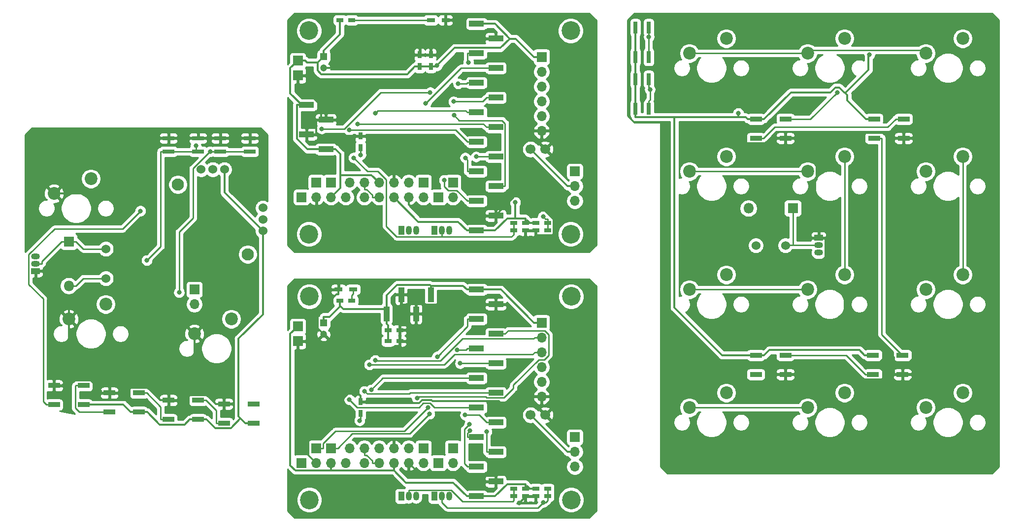
<source format=gtl>
G04 #@! TF.GenerationSoftware,KiCad,Pcbnew,(5.1.5)-3*
G04 #@! TF.CreationDate,2020-09-04T01:55:59+09:00*
G04 #@! TF.ProjectId,futureKeyboard,66757475-7265-44b6-9579-626f6172642e,rev?*
G04 #@! TF.SameCoordinates,Original*
G04 #@! TF.FileFunction,Copper,L1,Top*
G04 #@! TF.FilePolarity,Positive*
%FSLAX46Y46*%
G04 Gerber Fmt 4.6, Leading zero omitted, Abs format (unit mm)*
G04 Created by KiCad (PCBNEW (5.1.5)-3) date 2020-09-04 01:55:59*
%MOMM*%
%LPD*%
G04 APERTURE LIST*
%ADD10R,1.200000X0.800000*%
%ADD11R,1.200000X1.200000*%
%ADD12C,1.200000*%
%ADD13R,0.800000X1.200000*%
%ADD14O,1.800000X1.800000*%
%ADD15R,1.800000X1.800000*%
%ADD16R,1.700000X1.700000*%
%ADD17O,1.700000X1.700000*%
%ADD18C,1.524000*%
%ADD19C,1.700000*%
%ADD20O,1.050000X1.500000*%
%ADD21R,1.050000X1.500000*%
%ADD22R,1.500000X1.050000*%
%ADD23O,1.500000X1.050000*%
%ADD24C,2.200000*%
%ADD25R,2.000000X0.750000*%
%ADD26R,0.750000X2.000000*%
%ADD27C,2.100000*%
%ADD28R,2.510000X1.000000*%
%ADD29R,1.400000X0.800000*%
%ADD30R,1.000000X2.510000*%
%ADD31R,2.000000X0.900000*%
%ADD32C,3.210000*%
%ADD33C,0.800000*%
%ADD34C,0.350000*%
%ADD35C,0.250000*%
%ADD36C,0.254000*%
G04 APERTURE END LIST*
D10*
X108966000Y-64135000D03*
X106934000Y-64135000D03*
X110744000Y-64135000D03*
X112776000Y-64135000D03*
D11*
X74295000Y-34195000D03*
D12*
X74295000Y-36195000D03*
D13*
X90805000Y-33909000D03*
X90805000Y-35941000D03*
X92710000Y-35941000D03*
X92710000Y-33909000D03*
D10*
X106934000Y-109855000D03*
X108966000Y-109855000D03*
X112776000Y-109855000D03*
X110744000Y-109855000D03*
D12*
X74295000Y-82010000D03*
D11*
X74295000Y-80010000D03*
D10*
X85344000Y-81280000D03*
X87376000Y-81280000D03*
X87376000Y-83185000D03*
X85344000Y-83185000D03*
D14*
X30480000Y-73660000D03*
D15*
X30480000Y-66040000D03*
X154940000Y-60325000D03*
D14*
X147320000Y-60325000D03*
D16*
X69850000Y-34925000D03*
X75565000Y-55880000D03*
X73025000Y-55880000D03*
X70485000Y-58420000D03*
D17*
X73025000Y-58420000D03*
X75565000Y-58420000D03*
X78105000Y-58420000D03*
X81280000Y-58420000D03*
X83820000Y-58420000D03*
X86360000Y-58420000D03*
X88900000Y-58420000D03*
X91440000Y-58420000D03*
D16*
X93980000Y-58420000D03*
X91440000Y-55880000D03*
D17*
X88900000Y-55880000D03*
X86360000Y-55880000D03*
X83820000Y-55880000D03*
X81280000Y-55880000D03*
X78740000Y-55880000D03*
D16*
X69850000Y-37465000D03*
X69850000Y-80645000D03*
X96520000Y-101600000D03*
D17*
X96520000Y-104140000D03*
D16*
X75565000Y-101600000D03*
X73025000Y-101600000D03*
X70485000Y-104140000D03*
D17*
X73025000Y-104140000D03*
X75565000Y-104140000D03*
X78105000Y-104140000D03*
X78740000Y-101600000D03*
X81280000Y-101600000D03*
X83820000Y-101600000D03*
X86360000Y-101600000D03*
X88900000Y-101600000D03*
D16*
X91440000Y-101600000D03*
X93980000Y-104140000D03*
D17*
X91440000Y-104140000D03*
X88900000Y-104140000D03*
X86360000Y-104140000D03*
X83820000Y-104140000D03*
X81280000Y-104140000D03*
D16*
X69850000Y-83185000D03*
D18*
X36870000Y-72390000D03*
X36870000Y-67310000D03*
X153670000Y-66715000D03*
X148590000Y-66715000D03*
D19*
X112375000Y-50165000D03*
X109875000Y-50165000D03*
X109875000Y-95885000D03*
X112375000Y-95885000D03*
D20*
X88900000Y-64135000D03*
X90170000Y-64135000D03*
D21*
X87630000Y-64135000D03*
X93345000Y-64135000D03*
D20*
X95885000Y-64135000D03*
X94615000Y-64135000D03*
D22*
X24765000Y-71120000D03*
D23*
X24765000Y-68580000D03*
X24765000Y-69850000D03*
D20*
X94615000Y-109855000D03*
X95885000Y-109855000D03*
D21*
X93345000Y-109855000D03*
X87630000Y-109855000D03*
D20*
X90170000Y-109855000D03*
X88900000Y-109855000D03*
D23*
X159385000Y-66675000D03*
X159385000Y-67945000D03*
D22*
X159385000Y-65405000D03*
D10*
X108966000Y-62865000D03*
X106934000Y-62865000D03*
X110744000Y-62865000D03*
X112776000Y-62865000D03*
D13*
X80645000Y-47879000D03*
X80645000Y-49911000D03*
D10*
X106934000Y-108585000D03*
X108966000Y-108585000D03*
X112776000Y-108585000D03*
X110744000Y-108585000D03*
D13*
X80645000Y-93599000D03*
X80645000Y-95631000D03*
D16*
X117475000Y-53975000D03*
D17*
X117475000Y-56515000D03*
X117475000Y-59055000D03*
D24*
X36830000Y-76835000D03*
X30480000Y-79375000D03*
X58420000Y-79375000D03*
X52070000Y-81915000D03*
X27940000Y-57785000D03*
X34290000Y-55245000D03*
D25*
X47625000Y-50546000D03*
X47625000Y-48260000D03*
X52705000Y-48260000D03*
X52705000Y-50546000D03*
X56515000Y-50546000D03*
X56515000Y-48260000D03*
X61595000Y-48260000D03*
X61595000Y-50546000D03*
D17*
X117475000Y-104775000D03*
X117475000Y-102235000D03*
D16*
X117475000Y-99695000D03*
D24*
X137160000Y-33655000D03*
X143510000Y-31115000D03*
X137160000Y-53975000D03*
X143510000Y-51435000D03*
X143510000Y-71755000D03*
X137160000Y-74295000D03*
X143510000Y-92075000D03*
X137160000Y-94615000D03*
X163830000Y-31115000D03*
X157480000Y-33655000D03*
X163830000Y-51435000D03*
X157480000Y-53975000D03*
X157480000Y-74295000D03*
X163830000Y-71755000D03*
X157480000Y-94615000D03*
X163830000Y-92075000D03*
X184150000Y-31115000D03*
X177800000Y-33655000D03*
X184150000Y-51435000D03*
X177800000Y-53975000D03*
X177800000Y-74295000D03*
X184150000Y-71755000D03*
X177800000Y-94615000D03*
X184150000Y-92075000D03*
D26*
X127889000Y-34290000D03*
X130175000Y-34290000D03*
X130175000Y-29210000D03*
X127889000Y-29210000D03*
X127889000Y-38100000D03*
X130175000Y-38100000D03*
X130175000Y-43180000D03*
X127889000Y-43180000D03*
D18*
X63845000Y-64230000D03*
X63845000Y-62230000D03*
X63845000Y-60230000D03*
X57245000Y-53630000D03*
X55245000Y-53630000D03*
X53245000Y-53630000D03*
D27*
X49245000Y-56230000D03*
X61245000Y-68230000D03*
D28*
X100580000Y-74295000D03*
X100580000Y-79375000D03*
X100580000Y-84455000D03*
X100580000Y-89535000D03*
X100580000Y-94615000D03*
X100580000Y-99695000D03*
X100580000Y-104775000D03*
X100580000Y-109855000D03*
X103890000Y-76835000D03*
X103890000Y-81915000D03*
X103890000Y-86995000D03*
X103890000Y-92075000D03*
X103890000Y-97155000D03*
X103890000Y-102235000D03*
X103890000Y-107315000D03*
D29*
X95250000Y-27940000D03*
X92710000Y-27940000D03*
X79375000Y-74295000D03*
X76835000Y-74295000D03*
D28*
X71370000Y-42545000D03*
X71370000Y-47625000D03*
X74680000Y-45085000D03*
X74680000Y-50165000D03*
D30*
X92710000Y-75180000D03*
X87630000Y-75180000D03*
X90170000Y-78490000D03*
X85090000Y-78490000D03*
D10*
X79121000Y-27940000D03*
X77089000Y-27940000D03*
X77089000Y-76200000D03*
X79121000Y-76200000D03*
D31*
X37465000Y-95377000D03*
X37465000Y-92075000D03*
X42545000Y-92075000D03*
X42545000Y-95377000D03*
X47625000Y-96647000D03*
X47625000Y-93345000D03*
X52705000Y-93345000D03*
X52705000Y-96647000D03*
X62230000Y-97282000D03*
X62230000Y-93980000D03*
X57150000Y-93980000D03*
X57150000Y-97282000D03*
X153670000Y-44958000D03*
X153670000Y-48260000D03*
X148590000Y-48260000D03*
X148590000Y-44958000D03*
X168910000Y-44958000D03*
X168910000Y-48260000D03*
X173990000Y-48260000D03*
X173990000Y-44958000D03*
X168725000Y-85598000D03*
X168725000Y-88900000D03*
X173805000Y-88900000D03*
X173805000Y-85598000D03*
X153670000Y-85598000D03*
X153670000Y-88900000D03*
X148590000Y-88900000D03*
X148590000Y-85598000D03*
X33020000Y-94107000D03*
X33020000Y-90805000D03*
X27940000Y-90805000D03*
X27940000Y-94107000D03*
D16*
X96520000Y-55880000D03*
D17*
X96520000Y-58420000D03*
D28*
X103890000Y-61595000D03*
X103890000Y-56515000D03*
X103890000Y-51435000D03*
X103890000Y-46355000D03*
X103890000Y-41275000D03*
X103890000Y-36195000D03*
X103890000Y-31115000D03*
X100580000Y-64135000D03*
X100580000Y-59055000D03*
X100580000Y-53975000D03*
X100580000Y-48895000D03*
X100580000Y-43815000D03*
X100580000Y-38735000D03*
X100580000Y-33655000D03*
X100580000Y-28575000D03*
D17*
X52070000Y-76835000D03*
D16*
X52070000Y-74295000D03*
D17*
X111760000Y-46990000D03*
X111760000Y-44450000D03*
X111760000Y-41910000D03*
X111760000Y-39370000D03*
X111760000Y-36830000D03*
D16*
X111760000Y-34290000D03*
X111760000Y-80010000D03*
D17*
X111760000Y-82550000D03*
X111760000Y-85090000D03*
X111760000Y-87630000D03*
X111760000Y-90170000D03*
X111760000Y-92710000D03*
D32*
X116840000Y-75490000D03*
X71760000Y-29770000D03*
X71840000Y-75490000D03*
X116760000Y-29770000D03*
X71840000Y-110490000D03*
X71760000Y-64770000D03*
X116840000Y-110490000D03*
X116760000Y-64770000D03*
D33*
X79467800Y-51624800D03*
X112031600Y-61759100D03*
X107229200Y-59275800D03*
X93799000Y-35775100D03*
X112034000Y-110900700D03*
X91848200Y-42269800D03*
X90338900Y-92972200D03*
X73980100Y-46628800D03*
X92619000Y-40377800D03*
X92479900Y-95692700D03*
X92255400Y-94553800D03*
X82166800Y-87221400D03*
X83175900Y-86477600D03*
X99202400Y-35232600D03*
X93818900Y-85838200D03*
X80681000Y-51125500D03*
X83208400Y-43922500D03*
X80144000Y-45782200D03*
X78694600Y-46868600D03*
X96708600Y-44304000D03*
X95049700Y-55455500D03*
X97431900Y-38857000D03*
X96627800Y-41951900D03*
X80493300Y-96845500D03*
X98634900Y-95888500D03*
X99464000Y-98587100D03*
X102309700Y-98777500D03*
X99383500Y-97473000D03*
X97269000Y-84716900D03*
X97769600Y-86995000D03*
X82501500Y-91526400D03*
X81329900Y-91773300D03*
X78737500Y-93243200D03*
X109948300Y-59451600D03*
X89517400Y-34661200D03*
X100965000Y-31115000D03*
X107929200Y-111047300D03*
X39684300Y-53861500D03*
X168139300Y-33860700D03*
X145575300Y-43960100D03*
X162578700Y-40365400D03*
X144495300Y-48825500D03*
X42799700Y-60780400D03*
X43909900Y-69266000D03*
X52328700Y-49545900D03*
X49459800Y-74793400D03*
X54843000Y-50546000D03*
X130394800Y-39882600D03*
X130204100Y-30821300D03*
X100507800Y-51435000D03*
X98643400Y-51626100D03*
D34*
X117475000Y-56515000D02*
X116199700Y-56515000D01*
X116199700Y-56515000D02*
X116199700Y-56489700D01*
X116199700Y-56489700D02*
X109875000Y-50165000D01*
D35*
X79467800Y-51624800D02*
X81808500Y-53965500D01*
X81808500Y-53965500D02*
X83639800Y-53965500D01*
X83639800Y-53965500D02*
X85054700Y-55380400D01*
X85054700Y-55380400D02*
X85054700Y-63399500D01*
X85054700Y-63399500D02*
X86865500Y-65210300D01*
X86865500Y-65210300D02*
X94615000Y-65210300D01*
X106934000Y-64135000D02*
X106934000Y-64860300D01*
X94615000Y-64135000D02*
X94615000Y-65210300D01*
X94615000Y-65210300D02*
X106584000Y-65210300D01*
X106584000Y-65210300D02*
X106934000Y-64860300D01*
X106934000Y-62865000D02*
X106934000Y-64135000D01*
X112031600Y-61759100D02*
X112412200Y-62139700D01*
X112412200Y-62139700D02*
X112776000Y-62139700D01*
X112776000Y-62865000D02*
X112776000Y-62139700D01*
X112776000Y-62865000D02*
X112776000Y-64135000D01*
D34*
X77152500Y-54601200D02*
X77152500Y-56832500D01*
X77152500Y-56832500D02*
X75565000Y-58420000D01*
X76360300Y-50165000D02*
X77152500Y-50957200D01*
X77152500Y-50957200D02*
X77152500Y-54601200D01*
X77152500Y-54601200D02*
X82541200Y-54601200D01*
X82541200Y-54601200D02*
X83820000Y-55880000D01*
X74680000Y-50165000D02*
X76360300Y-50165000D01*
X69689700Y-42545000D02*
X69689700Y-48384800D01*
X69689700Y-48384800D02*
X71469900Y-50165000D01*
X71469900Y-50165000D02*
X74680000Y-50165000D01*
X73268400Y-35221600D02*
X74295000Y-34195000D01*
X89979700Y-35941000D02*
X88689900Y-37230800D01*
X88689900Y-37230800D02*
X73864900Y-37230800D01*
X73864900Y-37230800D02*
X73268400Y-36634300D01*
X73268400Y-36634300D02*
X73268400Y-35221600D01*
X73268400Y-35221600D02*
X71421900Y-35221600D01*
X71421900Y-35221600D02*
X71125300Y-34925000D01*
X69850000Y-34925000D02*
X71125300Y-34925000D01*
X70529900Y-42545000D02*
X68574600Y-40589700D01*
X68574600Y-40589700D02*
X68574600Y-36200400D01*
X68574600Y-36200400D02*
X69850000Y-34925000D01*
X70529900Y-42545000D02*
X69689700Y-42545000D01*
X71370000Y-42545000D02*
X70529900Y-42545000D01*
X74295000Y-34195000D02*
X74295000Y-33169700D01*
X74295000Y-33169700D02*
X77089000Y-30375700D01*
X77089000Y-30375700D02*
X77089000Y-27940000D01*
X107229200Y-62039700D02*
X105852000Y-62039700D01*
X105852000Y-62039700D02*
X103756700Y-64135000D01*
X103756700Y-64135000D02*
X100580000Y-64135000D01*
X108966000Y-62039700D02*
X107229200Y-62039700D01*
X107229200Y-62039700D02*
X107229200Y-59275800D01*
X100580000Y-64135000D02*
X98899700Y-64135000D01*
X86360000Y-58420000D02*
X90580200Y-62640200D01*
X90580200Y-62640200D02*
X97404900Y-62640200D01*
X97404900Y-62640200D02*
X98899700Y-64135000D01*
X93799000Y-35775100D02*
X93701200Y-35775100D01*
X93701200Y-35775100D02*
X93535300Y-35941000D01*
X106292000Y-31144600D02*
X104707000Y-32729600D01*
X104707000Y-32729600D02*
X96844500Y-32729600D01*
X96844500Y-32729600D02*
X93799000Y-35775100D01*
X110484700Y-34290000D02*
X107339300Y-31144600D01*
X107339300Y-31144600D02*
X106292000Y-31144600D01*
X106292000Y-31144600D02*
X103722300Y-28575000D01*
X103722300Y-28575000D02*
X100580000Y-28575000D01*
X92710000Y-35941000D02*
X93535300Y-35941000D01*
X111760000Y-34290000D02*
X110484700Y-34290000D01*
X90805000Y-35941000D02*
X89979700Y-35941000D01*
X92710000Y-35941000D02*
X90805000Y-35941000D01*
X110744000Y-62865000D02*
X109718700Y-62865000D01*
X108966000Y-62452300D02*
X109306000Y-62452300D01*
X109306000Y-62452300D02*
X109718700Y-62865000D01*
X108966000Y-62452300D02*
X108966000Y-62039700D01*
X108966000Y-62865000D02*
X108966000Y-62452300D01*
X117475000Y-102235000D02*
X116199700Y-102235000D01*
X116199700Y-102235000D02*
X116199700Y-102209700D01*
X116199700Y-102209700D02*
X109875000Y-95885000D01*
D35*
X106934000Y-109855000D02*
X106934000Y-110580300D01*
X88900000Y-109855000D02*
X88900000Y-108779700D01*
X88900000Y-108779700D02*
X96245400Y-108779700D01*
X96245400Y-108779700D02*
X98196100Y-110730400D01*
X98196100Y-110730400D02*
X106783900Y-110730400D01*
X106783900Y-110730400D02*
X106934000Y-110580300D01*
X106934000Y-109855000D02*
X106934000Y-108585000D01*
X94615000Y-110930300D02*
X95516100Y-111831400D01*
X95516100Y-111831400D02*
X111103300Y-111831400D01*
X111103300Y-111831400D02*
X112034000Y-110900700D01*
X112776000Y-110580300D02*
X112455600Y-110900700D01*
X112455600Y-110900700D02*
X112034000Y-110900700D01*
X112776000Y-109855000D02*
X112776000Y-110580300D01*
X94615000Y-109855000D02*
X94615000Y-110930300D01*
X112776000Y-108585000D02*
X112776000Y-109855000D01*
D34*
X100580000Y-109855000D02*
X98899700Y-109855000D01*
X98899700Y-109855000D02*
X96557100Y-107512400D01*
X96557100Y-107512400D02*
X88457100Y-107512400D01*
X88457100Y-107512400D02*
X86360000Y-105415300D01*
X75565000Y-105415300D02*
X86360000Y-105415300D01*
X108966000Y-107759700D02*
X105852000Y-107759700D01*
X105852000Y-107759700D02*
X103756700Y-109855000D01*
X103756700Y-109855000D02*
X100580000Y-109855000D01*
X86360000Y-104140000D02*
X86360000Y-105415300D01*
X69850000Y-80645000D02*
X68574600Y-81920400D01*
X68574600Y-81920400D02*
X68574600Y-104556800D01*
X68574600Y-104556800D02*
X69433100Y-105415300D01*
X69433100Y-105415300D02*
X75565000Y-105415300D01*
X75565000Y-104140000D02*
X75565000Y-105415300D01*
X111760000Y-80010000D02*
X110484700Y-80010000D01*
X110484700Y-80010000D02*
X104769700Y-74295000D01*
X104769700Y-74295000D02*
X100580000Y-74295000D01*
X74295000Y-80010000D02*
X74295000Y-78984700D01*
X74295000Y-78984700D02*
X75320300Y-78984700D01*
X75320300Y-78984700D02*
X77184400Y-77120600D01*
X77184400Y-77120600D02*
X77089000Y-77025300D01*
X85090000Y-77649800D02*
X77713500Y-77649800D01*
X77713500Y-77649800D02*
X77184400Y-77120600D01*
X77089000Y-76200000D02*
X77089000Y-77025300D01*
X85090000Y-77649800D02*
X85090000Y-76809700D01*
X85090000Y-78490000D02*
X85090000Y-77649800D01*
X110744000Y-108585000D02*
X109718700Y-108585000D01*
X108966000Y-108172300D02*
X109306000Y-108172300D01*
X109306000Y-108172300D02*
X109718700Y-108585000D01*
X108966000Y-108172300D02*
X108966000Y-107759700D01*
X108966000Y-108585000D02*
X108966000Y-108172300D01*
X92710000Y-73649800D02*
X92559800Y-73499600D01*
X92559800Y-73499600D02*
X86908800Y-73499600D01*
X86908800Y-73499600D02*
X85090100Y-75318300D01*
X85090100Y-75318300D02*
X85090100Y-76809700D01*
X85090100Y-76809700D02*
X85090000Y-76809700D01*
X92710000Y-73649800D02*
X98254500Y-73649800D01*
X98254500Y-73649800D02*
X98899700Y-74295000D01*
X85090000Y-78490000D02*
X85090000Y-80170300D01*
X85090000Y-80170300D02*
X85344000Y-80424300D01*
X85344000Y-80424300D02*
X85344000Y-81280000D01*
X85344000Y-83185000D02*
X85344000Y-81280000D01*
X92710000Y-75180000D02*
X92710000Y-73649800D01*
X100580000Y-74295000D02*
X98899700Y-74295000D01*
D35*
X30480000Y-73660000D02*
X31705300Y-73660000D01*
X36870000Y-72390000D02*
X32975300Y-72390000D01*
X32975300Y-72390000D02*
X31705300Y-73660000D01*
X24765000Y-69850000D02*
X25840300Y-69850000D01*
X30480000Y-66040000D02*
X29254700Y-66040000D01*
X25840300Y-69850000D02*
X25840300Y-69454400D01*
X25840300Y-69454400D02*
X29254700Y-66040000D01*
X30480000Y-66040000D02*
X31705300Y-66040000D01*
X36870000Y-67310000D02*
X32975300Y-67310000D01*
X32975300Y-67310000D02*
X31705300Y-66040000D01*
X103890000Y-36195000D02*
X97923000Y-36195000D01*
X97923000Y-36195000D02*
X91848200Y-42269800D01*
X42545000Y-92075000D02*
X43870300Y-92075000D01*
X47625000Y-96647000D02*
X46299700Y-96647000D01*
X46299700Y-96647000D02*
X46299700Y-94504400D01*
X46299700Y-94504400D02*
X43870300Y-92075000D01*
X52705000Y-93345000D02*
X54030300Y-93345000D01*
X57150000Y-97282000D02*
X55824700Y-97282000D01*
X55824700Y-97282000D02*
X55824700Y-95139400D01*
X55824700Y-95139400D02*
X54030300Y-93345000D01*
X154940000Y-66675000D02*
X153710000Y-66675000D01*
X153710000Y-66675000D02*
X153670000Y-66715000D01*
X159385000Y-66675000D02*
X154940000Y-66675000D01*
X154940000Y-66675000D02*
X154940000Y-61550300D01*
X154940000Y-60325000D02*
X154940000Y-61550300D01*
X148590000Y-48260000D02*
X149915300Y-48260000D01*
X173990000Y-44958000D02*
X172664700Y-44958000D01*
X172664700Y-44958000D02*
X171265500Y-46357200D01*
X171265500Y-46357200D02*
X151818100Y-46357200D01*
X151818100Y-46357200D02*
X149915300Y-48260000D01*
X103890000Y-81915000D02*
X105470300Y-81915000D01*
X105470300Y-81915000D02*
X106043100Y-81342200D01*
X106043100Y-81342200D02*
X112290300Y-81342200D01*
X112290300Y-81342200D02*
X112978500Y-82030400D01*
X112978500Y-82030400D02*
X112978500Y-85581500D01*
X112978500Y-85581500D02*
X112200000Y-86360000D01*
X112200000Y-86360000D02*
X111291300Y-86360000D01*
X111291300Y-86360000D02*
X106925100Y-90726200D01*
X106925100Y-90726200D02*
X106925100Y-91269900D01*
X106925100Y-91269900D02*
X105294600Y-92900400D01*
X105294600Y-92900400D02*
X102309600Y-92900400D01*
X102309600Y-92900400D02*
X102117300Y-92708100D01*
X102117300Y-92708100D02*
X90603000Y-92708100D01*
X90603000Y-92708100D02*
X90338900Y-92972200D01*
X168910000Y-48260000D02*
X170235300Y-48260000D01*
X173805000Y-85598000D02*
X170235300Y-82028300D01*
X170235300Y-82028300D02*
X170235300Y-48260000D01*
X168725000Y-88900000D02*
X167399700Y-88900000D01*
X167399700Y-88900000D02*
X164097700Y-85598000D01*
X164097700Y-85598000D02*
X153670000Y-85598000D01*
X92619000Y-40377800D02*
X84111500Y-40377800D01*
X84111500Y-40377800D02*
X77860500Y-46628800D01*
X77860500Y-46628800D02*
X73980100Y-46628800D01*
X83820000Y-58420000D02*
X82644700Y-58420000D01*
X81280000Y-55880000D02*
X81280000Y-57055300D01*
X81280000Y-57055300D02*
X81647300Y-57055300D01*
X81647300Y-57055300D02*
X82644700Y-58052700D01*
X82644700Y-58052700D02*
X82644700Y-58420000D01*
X75565000Y-101600000D02*
X76740300Y-101600000D01*
X92479900Y-95692700D02*
X89074900Y-99097700D01*
X89074900Y-99097700D02*
X79242600Y-99097700D01*
X79242600Y-99097700D02*
X76740300Y-101600000D01*
X74200300Y-101600000D02*
X74200300Y-100792000D01*
X74200300Y-100792000D02*
X76345000Y-98647300D01*
X76345000Y-98647300D02*
X88161900Y-98647300D01*
X88161900Y-98647300D02*
X92255400Y-94553800D01*
X73025000Y-101600000D02*
X74200300Y-101600000D01*
X83820000Y-104140000D02*
X82644700Y-104140000D01*
X81280000Y-101600000D02*
X81280000Y-102775300D01*
X81280000Y-102775300D02*
X81647300Y-102775300D01*
X81647300Y-102775300D02*
X82644700Y-103772700D01*
X82644700Y-103772700D02*
X82644700Y-104140000D01*
X82166800Y-87221400D02*
X95030600Y-87221400D01*
X95030600Y-87221400D02*
X96809800Y-85442200D01*
X96809800Y-85442200D02*
X110232500Y-85442200D01*
X110232500Y-85442200D02*
X110584700Y-85090000D01*
X111760000Y-85090000D02*
X110584700Y-85090000D01*
X111760000Y-82550000D02*
X110584700Y-82550000D01*
X110584700Y-82550000D02*
X110394400Y-82740300D01*
X110394400Y-82740300D02*
X98180700Y-82740300D01*
X98180700Y-82740300D02*
X94354000Y-86567000D01*
X94354000Y-86567000D02*
X83265300Y-86567000D01*
X83265300Y-86567000D02*
X83175900Y-86477600D01*
X98999700Y-33655000D02*
X98999700Y-35029900D01*
X98999700Y-35029900D02*
X99202400Y-35232600D01*
X100580000Y-33655000D02*
X98999700Y-33655000D01*
X98999700Y-79375000D02*
X98999700Y-80657400D01*
X98999700Y-80657400D02*
X93818900Y-85838200D01*
X100580000Y-79375000D02*
X98999700Y-79375000D01*
X80681000Y-51125500D02*
X80645000Y-51089500D01*
X80645000Y-51089500D02*
X80645000Y-49911000D01*
X100580000Y-43815000D02*
X98999700Y-43815000D01*
X98999700Y-43815000D02*
X98685900Y-43501200D01*
X98685900Y-43501200D02*
X83629700Y-43501200D01*
X83629700Y-43501200D02*
X83208400Y-43922500D01*
X103890000Y-46355000D02*
X102309700Y-46355000D01*
X102309700Y-46355000D02*
X101736900Y-45782200D01*
X101736900Y-45782200D02*
X80144000Y-45782200D01*
X100580000Y-48895000D02*
X98999700Y-48895000D01*
X98999700Y-48895000D02*
X96973300Y-46868600D01*
X96973300Y-46868600D02*
X78694600Y-46868600D01*
X103890000Y-56515000D02*
X105470300Y-56515000D01*
X105470300Y-56515000D02*
X105470300Y-45704800D01*
X105470300Y-45704800D02*
X104976500Y-45211000D01*
X104976500Y-45211000D02*
X97615600Y-45211000D01*
X97615600Y-45211000D02*
X96708600Y-44304000D01*
X100580000Y-59055000D02*
X98999700Y-59055000D01*
X98999700Y-59055000D02*
X97174600Y-57229900D01*
X97174600Y-57229900D02*
X95703500Y-57229900D01*
X95703500Y-57229900D02*
X95049700Y-56576100D01*
X95049700Y-56576100D02*
X95049700Y-55455500D01*
X100580000Y-38735000D02*
X98999700Y-38735000D01*
X98999700Y-38735000D02*
X98877700Y-38857000D01*
X98877700Y-38857000D02*
X97431900Y-38857000D01*
X103890000Y-41275000D02*
X102309700Y-41275000D01*
X102309700Y-41275000D02*
X101632800Y-41951900D01*
X101632800Y-41951900D02*
X96627800Y-41951900D01*
X80493300Y-96845500D02*
X80645000Y-96693800D01*
X80645000Y-96693800D02*
X80645000Y-95631000D01*
X102309700Y-97155000D02*
X101043200Y-95888500D01*
X101043200Y-95888500D02*
X98634900Y-95888500D01*
X103890000Y-97155000D02*
X102309700Y-97155000D01*
X98999700Y-99695000D02*
X98999700Y-99051400D01*
X98999700Y-99051400D02*
X99464000Y-98587100D01*
X100580000Y-99695000D02*
X98999700Y-99695000D01*
X102309700Y-102235000D02*
X102309700Y-98777500D01*
X103890000Y-102235000D02*
X102309700Y-102235000D01*
X100580000Y-104775000D02*
X98999700Y-104775000D01*
X98999700Y-104775000D02*
X98502500Y-104277800D01*
X98502500Y-104277800D02*
X98502500Y-98354000D01*
X98502500Y-98354000D02*
X99383500Y-97473000D01*
X100580000Y-84455000D02*
X98999700Y-84455000D01*
X98999700Y-84455000D02*
X98737800Y-84716900D01*
X98737800Y-84716900D02*
X97269000Y-84716900D01*
X103890000Y-86995000D02*
X97769600Y-86995000D01*
X100580000Y-89535000D02*
X84492900Y-89535000D01*
X84492900Y-89535000D02*
X82501500Y-91526400D01*
X102309700Y-92075000D02*
X89212700Y-92075000D01*
X89212700Y-92075000D02*
X89035900Y-92251800D01*
X89035900Y-92251800D02*
X81808400Y-92251800D01*
X81808400Y-92251800D02*
X81329900Y-91773300D01*
X103890000Y-92075000D02*
X102309700Y-92075000D01*
X98999700Y-94615000D02*
X93367800Y-94615000D01*
X93367800Y-94615000D02*
X92581300Y-93828500D01*
X92581300Y-93828500D02*
X91428100Y-93828500D01*
X91428100Y-93828500D02*
X90680700Y-94575900D01*
X90680700Y-94575900D02*
X80070200Y-94575900D01*
X80070200Y-94575900D02*
X78737500Y-93243200D01*
X100580000Y-94615000D02*
X98999700Y-94615000D01*
D34*
X110744000Y-64135000D02*
X110744000Y-64960300D01*
X109948300Y-59451600D02*
X111026300Y-59451600D01*
X111026300Y-59451600D02*
X113801400Y-62226700D01*
X113801400Y-62226700D02*
X113801400Y-64770500D01*
X113801400Y-64770500D02*
X113611600Y-64960300D01*
X113611600Y-64960300D02*
X110744000Y-64960300D01*
X108226700Y-57784100D02*
X109894200Y-59451600D01*
X109894200Y-59451600D02*
X109948300Y-59451600D01*
X108226700Y-57784100D02*
X107553800Y-57784100D01*
X107553800Y-57784100D02*
X103890000Y-61447900D01*
X103890000Y-61447900D02*
X103890000Y-61595000D01*
X95250000Y-30252700D02*
X101347400Y-30252700D01*
X101347400Y-30252700D02*
X102209700Y-31115000D01*
X92710000Y-33909000D02*
X92710000Y-32792700D01*
X92710000Y-32792700D02*
X95250000Y-30252700D01*
X95250000Y-30252700D02*
X95250000Y-28765300D01*
X103890000Y-31115000D02*
X102209700Y-31115000D01*
X95250000Y-27940000D02*
X95250000Y-28765300D01*
X90805000Y-33909000D02*
X92710000Y-33909000D01*
X69850000Y-37465000D02*
X69850000Y-38740300D01*
X73839900Y-45085000D02*
X73839900Y-42650500D01*
X73839900Y-42650500D02*
X69929700Y-38740300D01*
X69929700Y-38740300D02*
X69850000Y-38740300D01*
X73839900Y-45085000D02*
X72999700Y-45085000D01*
X74680000Y-45085000D02*
X73839900Y-45085000D01*
X72999700Y-45085000D02*
X72999700Y-46010300D01*
X72999700Y-46010300D02*
X73050300Y-46060900D01*
X73050300Y-46060900D02*
X73050300Y-47625000D01*
X71370000Y-47625000D02*
X73050300Y-47625000D01*
X80645000Y-47879000D02*
X73304300Y-47879000D01*
X73304300Y-47879000D02*
X73050300Y-47625000D01*
X81057700Y-47879000D02*
X80645000Y-47879000D01*
X81057700Y-47879000D02*
X81470300Y-47879000D01*
X109991300Y-64135000D02*
X110744000Y-64135000D01*
X89517400Y-34661200D02*
X89517400Y-34371300D01*
X89517400Y-34371300D02*
X89979700Y-33909000D01*
X74295000Y-36195000D02*
X87983600Y-36195000D01*
X87983600Y-36195000D02*
X89517400Y-34661200D01*
X108966000Y-64135000D02*
X109991300Y-64135000D01*
X90805000Y-33909000D02*
X89979700Y-33909000D01*
X110484700Y-46990000D02*
X108226700Y-49248000D01*
X108226700Y-49248000D02*
X108226700Y-57784100D01*
X111760000Y-46990000D02*
X110484700Y-46990000D01*
X81470300Y-47879000D02*
X86360000Y-52768700D01*
X86360000Y-52768700D02*
X86360000Y-55880000D01*
X102209700Y-61595000D02*
X90799700Y-61595000D01*
X90799700Y-61595000D02*
X88900000Y-59695300D01*
X103890000Y-61595000D02*
X102209700Y-61595000D01*
X88900000Y-58420000D02*
X88900000Y-59695300D01*
X103890000Y-31115000D02*
X100965000Y-31115000D01*
X90170000Y-78490000D02*
X90170000Y-80170300D01*
X87376000Y-81280000D02*
X87376000Y-80454700D01*
X87376000Y-80454700D02*
X89885600Y-80454700D01*
X89885600Y-80454700D02*
X90170000Y-80170300D01*
X87376000Y-83185000D02*
X87376000Y-81280000D01*
X80058100Y-91986800D02*
X80645000Y-92573700D01*
X80058200Y-87773100D02*
X80058100Y-87773200D01*
X80058100Y-87773200D02*
X80058100Y-91986800D01*
X80058100Y-91986800D02*
X78803000Y-91986800D01*
X78803000Y-91986800D02*
X71681300Y-99108500D01*
X71681300Y-99108500D02*
X71681300Y-102796300D01*
X71681300Y-102796300D02*
X73025000Y-104140000D01*
X80645000Y-93599000D02*
X80645000Y-92573700D01*
X87376000Y-83185000D02*
X87376000Y-84010300D01*
X87376000Y-84010300D02*
X86550700Y-84010300D01*
X86550700Y-84010300D02*
X85204000Y-85357000D01*
X85204000Y-85357000D02*
X82474300Y-85357000D01*
X82474300Y-85357000D02*
X80058200Y-87773100D01*
X80058200Y-87773100D02*
X74295000Y-82010000D01*
X80724900Y-93599000D02*
X80645000Y-93599000D01*
X80724900Y-93599000D02*
X81470300Y-93599000D01*
X108966000Y-110010500D02*
X107929200Y-111047300D01*
X107062200Y-96132500D02*
X104429500Y-93499800D01*
X104429500Y-93499800D02*
X93030900Y-93499800D01*
X93030900Y-93499800D02*
X92809300Y-93278200D01*
X92809300Y-93278200D02*
X91200100Y-93278200D01*
X91200100Y-93278200D02*
X90680800Y-93797500D01*
X90680800Y-93797500D02*
X81668800Y-93797500D01*
X81668800Y-93797500D02*
X81470300Y-93599000D01*
X76835000Y-75120300D02*
X76525500Y-75120300D01*
X76525500Y-75120300D02*
X73269600Y-78376200D01*
X73269600Y-78376200D02*
X73269600Y-80984600D01*
X73269600Y-80984600D02*
X74295000Y-82010000D01*
X110744000Y-109855000D02*
X109718700Y-109855000D01*
X108966000Y-110010500D02*
X109563200Y-110010500D01*
X109563200Y-110010500D02*
X109718700Y-109855000D01*
X108966000Y-109855000D02*
X108966000Y-110010500D01*
X103890000Y-106357500D02*
X91117500Y-106357500D01*
X91117500Y-106357500D02*
X88900000Y-104140000D01*
X107062200Y-96132500D02*
X107062200Y-103185300D01*
X107062200Y-103185300D02*
X103890000Y-106357500D01*
X103890000Y-106357500D02*
X103890000Y-107315000D01*
X110484700Y-92710000D02*
X107062200Y-96132500D01*
X111760000Y-92710000D02*
X110484700Y-92710000D01*
X76835000Y-74295000D02*
X76835000Y-75120300D01*
X90170000Y-76809700D02*
X88525300Y-76809700D01*
X88525300Y-76809700D02*
X88474700Y-76860300D01*
X88474700Y-76860300D02*
X87630000Y-76860300D01*
X102209700Y-76835000D02*
X102184300Y-76860400D01*
X102184300Y-76860400D02*
X91835400Y-76860400D01*
X91835400Y-76860400D02*
X91784700Y-76809700D01*
X91784700Y-76809700D02*
X90170000Y-76809700D01*
X90170000Y-78490000D02*
X90170000Y-76809700D01*
X87630000Y-75180000D02*
X87630000Y-76860300D01*
X103890000Y-76835000D02*
X102209700Y-76835000D01*
D35*
X33020000Y-90805000D02*
X31694700Y-90805000D01*
X31694700Y-90805000D02*
X31612800Y-90886900D01*
X31612800Y-90886900D02*
X31612800Y-94697300D01*
X31612800Y-94697300D02*
X32292500Y-95377000D01*
X32292500Y-95377000D02*
X37465000Y-95377000D01*
D34*
X47625000Y-48260000D02*
X52705000Y-48260000D01*
X46912400Y-48260000D02*
X47625000Y-48260000D01*
X46912400Y-48260000D02*
X46199700Y-48260000D01*
X39684300Y-53861500D02*
X40598200Y-53861500D01*
X40598200Y-53861500D02*
X46199700Y-48260000D01*
X27940000Y-57785000D02*
X35760800Y-57785000D01*
X35760800Y-57785000D02*
X39684300Y-53861500D01*
X24765000Y-71120000D02*
X24765000Y-72070300D01*
X24765000Y-72070300D02*
X30480000Y-77785300D01*
X30480000Y-77785300D02*
X30480000Y-79375000D01*
X30525200Y-89929700D02*
X34222600Y-89929700D01*
X34222600Y-89929700D02*
X36039700Y-91746800D01*
X36039700Y-91746800D02*
X36039700Y-92075000D01*
X29365300Y-90805000D02*
X30240600Y-89929700D01*
X30240600Y-89929700D02*
X30525200Y-89929700D01*
X30525200Y-89929700D02*
X30525200Y-79420200D01*
X30525200Y-79420200D02*
X30480000Y-79375000D01*
X47625000Y-93345000D02*
X49050300Y-93345000D01*
X52121700Y-92469700D02*
X52121700Y-81966700D01*
X52121700Y-81966700D02*
X52070000Y-81915000D01*
X55724700Y-93980000D02*
X54214400Y-92469700D01*
X54214400Y-92469700D02*
X52121700Y-92469700D01*
X49050300Y-93345000D02*
X49925600Y-92469700D01*
X49925600Y-92469700D02*
X52121700Y-92469700D01*
X46912400Y-93345000D02*
X47625000Y-93345000D01*
X46912400Y-93345000D02*
X46199700Y-93345000D01*
X37465000Y-92075000D02*
X38890300Y-92075000D01*
X46199700Y-93345000D02*
X44054400Y-91199700D01*
X44054400Y-91199700D02*
X39765600Y-91199700D01*
X39765600Y-91199700D02*
X38890300Y-92075000D01*
X37465000Y-92075000D02*
X36039700Y-92075000D01*
X27940000Y-90805000D02*
X29365300Y-90805000D01*
X57150000Y-93980000D02*
X55724700Y-93980000D01*
X56515000Y-48260000D02*
X52705000Y-48260000D01*
X61595000Y-48260000D02*
X56515000Y-48260000D01*
X42545000Y-95377000D02*
X41119700Y-95377000D01*
X33020000Y-94107000D02*
X39849700Y-94107000D01*
X39849700Y-94107000D02*
X41119700Y-95377000D01*
X60015000Y-96492200D02*
X59656000Y-96133300D01*
X59656000Y-96133300D02*
X59656000Y-82756800D01*
X59656000Y-82756800D02*
X63845000Y-78567800D01*
X63845000Y-78567800D02*
X63845000Y-64230000D01*
X60954800Y-97282000D02*
X60804700Y-97282000D01*
X60804700Y-97282000D02*
X60015000Y-96492200D01*
X60015000Y-96492200D02*
X58349900Y-98157300D01*
X58349900Y-98157300D02*
X55640600Y-98157300D01*
X55640600Y-98157300D02*
X54130300Y-96647000D01*
X62230000Y-97282000D02*
X60954800Y-97282000D01*
X57245000Y-53630000D02*
X57245000Y-57630000D01*
X57245000Y-57630000D02*
X63845000Y-64230000D01*
X52705000Y-96647000D02*
X51279700Y-96647000D01*
X42545000Y-95377000D02*
X43970300Y-95377000D01*
X43970300Y-95377000D02*
X46115600Y-97522300D01*
X46115600Y-97522300D02*
X50404400Y-97522300D01*
X50404400Y-97522300D02*
X51279700Y-96647000D01*
X53417700Y-96647000D02*
X52705000Y-96647000D01*
X53417700Y-96647000D02*
X54130300Y-96647000D01*
X163981500Y-40479000D02*
X163868900Y-40366500D01*
X163868900Y-40366500D02*
X163747000Y-40366500D01*
X163747000Y-40366500D02*
X162920600Y-39540100D01*
X162920600Y-39540100D02*
X162237000Y-39540100D01*
X162237000Y-39540100D02*
X161410600Y-40366500D01*
X161410600Y-40366500D02*
X154606800Y-40366500D01*
X154606800Y-40366500D02*
X150015300Y-44958000D01*
X163981500Y-40479000D02*
X167952600Y-36507900D01*
X167952600Y-36507900D02*
X167952600Y-34047400D01*
X167952600Y-34047400D02*
X168139300Y-33860700D01*
X167484700Y-44958000D02*
X164319100Y-41792400D01*
X164319100Y-41792400D02*
X164319100Y-40816700D01*
X164319100Y-40816700D02*
X163981500Y-40479000D01*
X148590000Y-85598000D02*
X150015300Y-85598000D01*
X168725000Y-85598000D02*
X167299700Y-85598000D01*
X167299700Y-85598000D02*
X166424400Y-84722700D01*
X166424400Y-84722700D02*
X150890600Y-84722700D01*
X150890600Y-84722700D02*
X150015300Y-85598000D01*
X127889000Y-38100000D02*
X127889000Y-34290000D01*
X127889000Y-43180000D02*
X127889000Y-38100000D01*
X134593400Y-44605300D02*
X145575300Y-44605300D01*
X127889000Y-44605300D02*
X134593400Y-44605300D01*
X148590000Y-85598000D02*
X142799600Y-85598000D01*
X142799600Y-85598000D02*
X134593400Y-77391800D01*
X134593400Y-77391800D02*
X134593400Y-44605300D01*
X148590000Y-44958000D02*
X150015300Y-44958000D01*
X145575300Y-44605300D02*
X146812000Y-44605300D01*
X146812000Y-44605300D02*
X147164700Y-44958000D01*
X145575300Y-43960100D02*
X145575300Y-44605300D01*
X148590000Y-44958000D02*
X147164700Y-44958000D01*
X127889000Y-43180000D02*
X127889000Y-44605300D01*
X168910000Y-44958000D02*
X167484700Y-44958000D01*
X127889000Y-29210000D02*
X127889000Y-34290000D01*
D35*
X153670000Y-44958000D02*
X157986100Y-44958000D01*
X157986100Y-44958000D02*
X162578700Y-40365400D01*
D34*
X159008600Y-52173300D02*
X155095300Y-48260000D01*
X155095300Y-48260000D02*
X154382700Y-48260000D01*
X159385000Y-64454700D02*
X158820100Y-63889800D01*
X158820100Y-63889800D02*
X158820100Y-55554900D01*
X158820100Y-55554900D02*
X159008600Y-55366400D01*
X159008600Y-55366400D02*
X159008600Y-52173300D01*
X159008600Y-52173300D02*
X163797200Y-47384700D01*
X163797200Y-47384700D02*
X171689400Y-47384700D01*
X171689400Y-47384700D02*
X172564700Y-48260000D01*
X173990000Y-48260000D02*
X172564700Y-48260000D01*
X153670000Y-48260000D02*
X154382700Y-48260000D01*
X159385000Y-65405000D02*
X160560300Y-65405000D01*
X172379700Y-88900000D02*
X172379700Y-85944900D01*
X172379700Y-85944900D02*
X163851000Y-77416200D01*
X163851000Y-77416200D02*
X163851000Y-75291000D01*
X163851000Y-75291000D02*
X160560300Y-72000300D01*
X160560300Y-72000300D02*
X160560300Y-65405000D01*
X172529800Y-88900000D02*
X172379700Y-88900000D01*
X173805000Y-88900000D02*
X172529800Y-88900000D01*
X172379700Y-88900000D02*
X171504400Y-89775300D01*
X171504400Y-89775300D02*
X155970600Y-89775300D01*
X155970600Y-89775300D02*
X155095300Y-88900000D01*
X153670000Y-88900000D02*
X155095300Y-88900000D01*
X159385000Y-65405000D02*
X159385000Y-64454700D01*
X153670000Y-48260000D02*
X152244700Y-48260000D01*
X144495300Y-48825500D02*
X144805100Y-49135300D01*
X144805100Y-49135300D02*
X151369400Y-49135300D01*
X151369400Y-49135300D02*
X152244700Y-48260000D01*
D35*
X27940000Y-94107000D02*
X26614700Y-94107000D01*
X26614700Y-94107000D02*
X26077000Y-93569300D01*
X26077000Y-93569300D02*
X26077000Y-75907000D01*
X26077000Y-75907000D02*
X23610300Y-73440300D01*
X23610300Y-73440300D02*
X23610300Y-68289000D01*
X23610300Y-68289000D02*
X28039600Y-63859700D01*
X28039600Y-63859700D02*
X39720400Y-63859700D01*
X39720400Y-63859700D02*
X42799700Y-60780400D01*
X47625000Y-50546000D02*
X46299700Y-50546000D01*
X43909900Y-69266000D02*
X46299700Y-66876200D01*
X46299700Y-66876200D02*
X46299700Y-50546000D01*
X52328700Y-50546000D02*
X52705000Y-50546000D01*
X47625000Y-50546000D02*
X52328700Y-50546000D01*
X52328700Y-50546000D02*
X52328700Y-49545900D01*
X49459800Y-74793400D02*
X49459800Y-64394500D01*
X49459800Y-64394500D02*
X51830200Y-62024100D01*
X51830200Y-62024100D02*
X51830200Y-53480000D01*
X51830200Y-53480000D02*
X54764200Y-50546000D01*
X54764200Y-50546000D02*
X54843000Y-50546000D01*
X55277300Y-50546000D02*
X54843000Y-50546000D01*
X56515000Y-50546000D02*
X55277300Y-50546000D01*
X61595000Y-50546000D02*
X56515000Y-50546000D01*
X157480000Y-74295000D02*
X137160000Y-74295000D01*
X177800000Y-33655000D02*
X177230400Y-33085400D01*
X177230400Y-33085400D02*
X158049600Y-33085400D01*
X158049600Y-33085400D02*
X157480000Y-33655000D01*
X137160000Y-33655000D02*
X157480000Y-33655000D01*
X163830000Y-51435000D02*
X163830000Y-71755000D01*
X130175000Y-43180000D02*
X130175000Y-41854700D01*
X130175000Y-41854700D02*
X130394800Y-41634900D01*
X130394800Y-41634900D02*
X130394800Y-39882600D01*
X130394800Y-39882600D02*
X130175000Y-39662800D01*
X130175000Y-39662800D02*
X130175000Y-38100000D01*
X157480000Y-94615000D02*
X137160000Y-94615000D01*
X137160000Y-53975000D02*
X157480000Y-53975000D01*
X184150000Y-71755000D02*
X184150000Y-51435000D01*
X130175000Y-29210000D02*
X130175000Y-30792200D01*
X130175000Y-30792200D02*
X130204100Y-30821300D01*
X130204100Y-30821300D02*
X130175000Y-30850400D01*
X130175000Y-30850400D02*
X130175000Y-34290000D01*
X92710000Y-27940000D02*
X79121000Y-27940000D01*
X79375000Y-74295000D02*
X79375000Y-75020300D01*
X79375000Y-75020300D02*
X79121000Y-75274300D01*
X79121000Y-75274300D02*
X79121000Y-76200000D01*
X103890000Y-51435000D02*
X100507800Y-51435000D01*
X100580000Y-53975000D02*
X98999700Y-53975000D01*
X98999700Y-53975000D02*
X98999700Y-51982400D01*
X98999700Y-51982400D02*
X98643400Y-51626100D01*
D36*
G36*
X64643000Y-47677606D02*
G01*
X64643000Y-59083050D01*
X64506727Y-58991995D01*
X64252490Y-58886686D01*
X63982592Y-58833000D01*
X63707408Y-58833000D01*
X63437510Y-58886686D01*
X63183273Y-58991995D01*
X62954465Y-59144880D01*
X62759880Y-59339465D01*
X62606995Y-59568273D01*
X62501686Y-59822510D01*
X62448000Y-60092408D01*
X62448000Y-60367592D01*
X62501686Y-60637490D01*
X62606995Y-60891727D01*
X62759880Y-61120535D01*
X62869345Y-61230000D01*
X62759880Y-61339465D01*
X62606995Y-61568273D01*
X62525509Y-61764996D01*
X58055000Y-57294488D01*
X58055000Y-54768932D01*
X58135535Y-54715120D01*
X58330120Y-54520535D01*
X58483005Y-54291727D01*
X58588314Y-54037490D01*
X58642000Y-53767592D01*
X58642000Y-53492408D01*
X58588314Y-53222510D01*
X58483005Y-52968273D01*
X58330120Y-52739465D01*
X58135535Y-52544880D01*
X57906727Y-52391995D01*
X57652490Y-52286686D01*
X57382592Y-52233000D01*
X57107408Y-52233000D01*
X56837510Y-52286686D01*
X56583273Y-52391995D01*
X56354465Y-52544880D01*
X56245000Y-52654345D01*
X56135535Y-52544880D01*
X55906727Y-52391995D01*
X55652490Y-52286686D01*
X55382592Y-52233000D01*
X55107408Y-52233000D01*
X54837510Y-52286686D01*
X54583273Y-52391995D01*
X54354465Y-52544880D01*
X54245000Y-52654345D01*
X54135535Y-52544880D01*
X53958448Y-52426554D01*
X54804002Y-51581000D01*
X54944939Y-51581000D01*
X55144898Y-51541226D01*
X55248227Y-51498425D01*
X55270820Y-51510502D01*
X55390518Y-51546812D01*
X55515000Y-51559072D01*
X57515000Y-51559072D01*
X57639482Y-51546812D01*
X57759180Y-51510502D01*
X57869494Y-51451537D01*
X57966185Y-51372185D01*
X58020501Y-51306000D01*
X60089499Y-51306000D01*
X60143815Y-51372185D01*
X60240506Y-51451537D01*
X60350820Y-51510502D01*
X60470518Y-51546812D01*
X60595000Y-51559072D01*
X62595000Y-51559072D01*
X62719482Y-51546812D01*
X62839180Y-51510502D01*
X62949494Y-51451537D01*
X63046185Y-51372185D01*
X63125537Y-51275494D01*
X63184502Y-51165180D01*
X63220812Y-51045482D01*
X63233072Y-50921000D01*
X63233072Y-50171000D01*
X63220812Y-50046518D01*
X63184502Y-49926820D01*
X63125537Y-49816506D01*
X63046185Y-49719815D01*
X62949494Y-49640463D01*
X62839180Y-49581498D01*
X62719482Y-49545188D01*
X62595000Y-49532928D01*
X60595000Y-49532928D01*
X60470518Y-49545188D01*
X60350820Y-49581498D01*
X60240506Y-49640463D01*
X60143815Y-49719815D01*
X60089499Y-49786000D01*
X58020501Y-49786000D01*
X57966185Y-49719815D01*
X57869494Y-49640463D01*
X57759180Y-49581498D01*
X57639482Y-49545188D01*
X57515000Y-49532928D01*
X55515000Y-49532928D01*
X55390518Y-49545188D01*
X55270820Y-49581498D01*
X55248227Y-49593575D01*
X55144898Y-49550774D01*
X54944939Y-49511000D01*
X54741061Y-49511000D01*
X54541102Y-49550774D01*
X54352744Y-49628795D01*
X54183226Y-49742063D01*
X54178402Y-49746887D01*
X54156185Y-49719815D01*
X54059494Y-49640463D01*
X53949180Y-49581498D01*
X53829482Y-49545188D01*
X53705000Y-49532928D01*
X53363700Y-49532928D01*
X53363700Y-49443961D01*
X53329387Y-49271456D01*
X53705000Y-49273072D01*
X53829482Y-49260812D01*
X53949180Y-49224502D01*
X54059494Y-49165537D01*
X54156185Y-49086185D01*
X54235537Y-48989494D01*
X54294502Y-48879180D01*
X54330812Y-48759482D01*
X54343072Y-48635000D01*
X54876928Y-48635000D01*
X54889188Y-48759482D01*
X54925498Y-48879180D01*
X54984463Y-48989494D01*
X55063815Y-49086185D01*
X55160506Y-49165537D01*
X55270820Y-49224502D01*
X55390518Y-49260812D01*
X55515000Y-49273072D01*
X56229250Y-49270000D01*
X56388000Y-49111250D01*
X56388000Y-48387000D01*
X56642000Y-48387000D01*
X56642000Y-49111250D01*
X56800750Y-49270000D01*
X57515000Y-49273072D01*
X57639482Y-49260812D01*
X57759180Y-49224502D01*
X57869494Y-49165537D01*
X57966185Y-49086185D01*
X58045537Y-48989494D01*
X58104502Y-48879180D01*
X58140812Y-48759482D01*
X58153072Y-48635000D01*
X59956928Y-48635000D01*
X59969188Y-48759482D01*
X60005498Y-48879180D01*
X60064463Y-48989494D01*
X60143815Y-49086185D01*
X60240506Y-49165537D01*
X60350820Y-49224502D01*
X60470518Y-49260812D01*
X60595000Y-49273072D01*
X61309250Y-49270000D01*
X61468000Y-49111250D01*
X61468000Y-48387000D01*
X61722000Y-48387000D01*
X61722000Y-49111250D01*
X61880750Y-49270000D01*
X62595000Y-49273072D01*
X62719482Y-49260812D01*
X62839180Y-49224502D01*
X62949494Y-49165537D01*
X63046185Y-49086185D01*
X63125537Y-48989494D01*
X63184502Y-48879180D01*
X63220812Y-48759482D01*
X63233072Y-48635000D01*
X63230000Y-48545750D01*
X63071250Y-48387000D01*
X61722000Y-48387000D01*
X61468000Y-48387000D01*
X60118750Y-48387000D01*
X59960000Y-48545750D01*
X59956928Y-48635000D01*
X58153072Y-48635000D01*
X58150000Y-48545750D01*
X57991250Y-48387000D01*
X56642000Y-48387000D01*
X56388000Y-48387000D01*
X55038750Y-48387000D01*
X54880000Y-48545750D01*
X54876928Y-48635000D01*
X54343072Y-48635000D01*
X54340000Y-48545750D01*
X54181250Y-48387000D01*
X52832000Y-48387000D01*
X52832000Y-48407000D01*
X52578000Y-48407000D01*
X52578000Y-48387000D01*
X51228750Y-48387000D01*
X51070000Y-48545750D01*
X51066928Y-48635000D01*
X51079188Y-48759482D01*
X51115498Y-48879180D01*
X51174463Y-48989494D01*
X51253815Y-49086185D01*
X51350506Y-49165537D01*
X51363171Y-49172307D01*
X51333474Y-49244002D01*
X51293700Y-49443961D01*
X51293700Y-49647839D01*
X51300410Y-49681575D01*
X51253815Y-49719815D01*
X51199499Y-49786000D01*
X49130501Y-49786000D01*
X49076185Y-49719815D01*
X48979494Y-49640463D01*
X48869180Y-49581498D01*
X48749482Y-49545188D01*
X48625000Y-49532928D01*
X46625000Y-49532928D01*
X46500518Y-49545188D01*
X46380820Y-49581498D01*
X46270506Y-49640463D01*
X46173815Y-49719815D01*
X46097135Y-49813250D01*
X46007453Y-49840454D01*
X45875424Y-49911026D01*
X45759699Y-50005999D01*
X45664726Y-50121724D01*
X45594154Y-50253753D01*
X45550697Y-50397014D01*
X45536023Y-50546000D01*
X45539701Y-50583343D01*
X45539700Y-66561398D01*
X43870099Y-68231000D01*
X43807961Y-68231000D01*
X43608002Y-68270774D01*
X43419644Y-68348795D01*
X43250126Y-68462063D01*
X43105963Y-68606226D01*
X42992695Y-68775744D01*
X42914674Y-68964102D01*
X42874900Y-69164061D01*
X42874900Y-69367939D01*
X42914674Y-69567898D01*
X42992695Y-69756256D01*
X43105963Y-69925774D01*
X43250126Y-70069937D01*
X43419644Y-70183205D01*
X43608002Y-70261226D01*
X43807961Y-70301000D01*
X44011839Y-70301000D01*
X44211798Y-70261226D01*
X44400156Y-70183205D01*
X44569674Y-70069937D01*
X44713837Y-69925774D01*
X44827105Y-69756256D01*
X44905126Y-69567898D01*
X44944900Y-69367939D01*
X44944900Y-69305801D01*
X46810704Y-67439998D01*
X46839701Y-67416201D01*
X46934674Y-67300476D01*
X47005246Y-67168447D01*
X47048703Y-67025186D01*
X47059700Y-66913533D01*
X47059700Y-66913532D01*
X47063377Y-66876200D01*
X47059700Y-66838867D01*
X47059700Y-56064042D01*
X47560000Y-56064042D01*
X47560000Y-56395958D01*
X47624754Y-56721496D01*
X47751772Y-57028147D01*
X47936175Y-57304125D01*
X48170875Y-57538825D01*
X48446853Y-57723228D01*
X48753504Y-57850246D01*
X49079042Y-57915000D01*
X49410958Y-57915000D01*
X49736496Y-57850246D01*
X50043147Y-57723228D01*
X50319125Y-57538825D01*
X50553825Y-57304125D01*
X50738228Y-57028147D01*
X50865246Y-56721496D01*
X50930000Y-56395958D01*
X50930000Y-56064042D01*
X50865246Y-55738504D01*
X50738228Y-55431853D01*
X50553825Y-55155875D01*
X50319125Y-54921175D01*
X50043147Y-54736772D01*
X49736496Y-54609754D01*
X49410958Y-54545000D01*
X49079042Y-54545000D01*
X48753504Y-54609754D01*
X48446853Y-54736772D01*
X48170875Y-54921175D01*
X47936175Y-55155875D01*
X47751772Y-55431853D01*
X47624754Y-55738504D01*
X47560000Y-56064042D01*
X47059700Y-56064042D01*
X47059700Y-51559072D01*
X48625000Y-51559072D01*
X48749482Y-51546812D01*
X48869180Y-51510502D01*
X48979494Y-51451537D01*
X49076185Y-51372185D01*
X49130501Y-51306000D01*
X51199499Y-51306000D01*
X51253815Y-51372185D01*
X51350506Y-51451537D01*
X51460820Y-51510502D01*
X51580518Y-51546812D01*
X51705000Y-51559072D01*
X52676327Y-51559072D01*
X51319198Y-52916201D01*
X51290200Y-52939999D01*
X51266402Y-52968997D01*
X51266401Y-52968998D01*
X51195226Y-53055724D01*
X51124654Y-53187754D01*
X51081198Y-53331015D01*
X51066524Y-53480000D01*
X51070201Y-53517332D01*
X51070200Y-61709298D01*
X48948798Y-63830701D01*
X48919800Y-63854499D01*
X48896002Y-63883497D01*
X48896001Y-63883498D01*
X48824826Y-63970224D01*
X48754254Y-64102254D01*
X48710798Y-64245515D01*
X48696124Y-64394500D01*
X48699801Y-64431832D01*
X48699800Y-74089689D01*
X48655863Y-74133626D01*
X48542595Y-74303144D01*
X48464574Y-74491502D01*
X48424800Y-74691461D01*
X48424800Y-74895339D01*
X48464574Y-75095298D01*
X48542595Y-75283656D01*
X48655863Y-75453174D01*
X48800026Y-75597337D01*
X48969544Y-75710605D01*
X49157902Y-75788626D01*
X49357861Y-75828400D01*
X49561739Y-75828400D01*
X49761698Y-75788626D01*
X49950056Y-75710605D01*
X50119574Y-75597337D01*
X50263737Y-75453174D01*
X50377005Y-75283656D01*
X50455026Y-75095298D01*
X50494800Y-74895339D01*
X50494800Y-74691461D01*
X50455026Y-74491502D01*
X50377005Y-74303144D01*
X50263737Y-74133626D01*
X50219800Y-74089689D01*
X50219800Y-73445000D01*
X50581928Y-73445000D01*
X50581928Y-75145000D01*
X50594188Y-75269482D01*
X50630498Y-75389180D01*
X50689463Y-75499494D01*
X50768815Y-75596185D01*
X50865506Y-75675537D01*
X50975820Y-75734502D01*
X51048380Y-75756513D01*
X50916525Y-75888368D01*
X50754010Y-76131589D01*
X50642068Y-76401842D01*
X50585000Y-76688740D01*
X50585000Y-76981260D01*
X50642068Y-77268158D01*
X50754010Y-77538411D01*
X50916525Y-77781632D01*
X51123368Y-77988475D01*
X51366589Y-78150990D01*
X51636842Y-78262932D01*
X51923740Y-78320000D01*
X52216260Y-78320000D01*
X52503158Y-78262932D01*
X52773411Y-78150990D01*
X53016632Y-77988475D01*
X53223475Y-77781632D01*
X53385990Y-77538411D01*
X53497932Y-77268158D01*
X53555000Y-76981260D01*
X53555000Y-76688740D01*
X53497932Y-76401842D01*
X53385990Y-76131589D01*
X53223475Y-75888368D01*
X53091620Y-75756513D01*
X53164180Y-75734502D01*
X53274494Y-75675537D01*
X53371185Y-75596185D01*
X53450537Y-75499494D01*
X53509502Y-75389180D01*
X53545812Y-75269482D01*
X53558072Y-75145000D01*
X53558072Y-73445000D01*
X53545812Y-73320518D01*
X53509502Y-73200820D01*
X53450537Y-73090506D01*
X53371185Y-72993815D01*
X53274494Y-72914463D01*
X53164180Y-72855498D01*
X53044482Y-72819188D01*
X52920000Y-72806928D01*
X51220000Y-72806928D01*
X51095518Y-72819188D01*
X50975820Y-72855498D01*
X50865506Y-72914463D01*
X50768815Y-72993815D01*
X50689463Y-73090506D01*
X50630498Y-73200820D01*
X50594188Y-73320518D01*
X50581928Y-73445000D01*
X50219800Y-73445000D01*
X50219800Y-68064042D01*
X59560000Y-68064042D01*
X59560000Y-68395958D01*
X59624754Y-68721496D01*
X59751772Y-69028147D01*
X59936175Y-69304125D01*
X60170875Y-69538825D01*
X60446853Y-69723228D01*
X60753504Y-69850246D01*
X61079042Y-69915000D01*
X61410958Y-69915000D01*
X61736496Y-69850246D01*
X62043147Y-69723228D01*
X62319125Y-69538825D01*
X62553825Y-69304125D01*
X62738228Y-69028147D01*
X62865246Y-68721496D01*
X62930000Y-68395958D01*
X62930000Y-68064042D01*
X62865246Y-67738504D01*
X62738228Y-67431853D01*
X62553825Y-67155875D01*
X62319125Y-66921175D01*
X62043147Y-66736772D01*
X61736496Y-66609754D01*
X61410958Y-66545000D01*
X61079042Y-66545000D01*
X60753504Y-66609754D01*
X60446853Y-66736772D01*
X60170875Y-66921175D01*
X59936175Y-67155875D01*
X59751772Y-67431853D01*
X59624754Y-67738504D01*
X59560000Y-68064042D01*
X50219800Y-68064042D01*
X50219800Y-64709301D01*
X52341204Y-62587898D01*
X52370201Y-62564101D01*
X52465174Y-62448376D01*
X52535746Y-62316347D01*
X52579203Y-62173086D01*
X52590200Y-62061433D01*
X52590200Y-62061423D01*
X52593876Y-62024100D01*
X52590200Y-61986777D01*
X52590200Y-54870874D01*
X52837510Y-54973314D01*
X53107408Y-55027000D01*
X53382592Y-55027000D01*
X53652490Y-54973314D01*
X53906727Y-54868005D01*
X54135535Y-54715120D01*
X54245000Y-54605655D01*
X54354465Y-54715120D01*
X54583273Y-54868005D01*
X54837510Y-54973314D01*
X55107408Y-55027000D01*
X55382592Y-55027000D01*
X55652490Y-54973314D01*
X55906727Y-54868005D01*
X56135535Y-54715120D01*
X56245000Y-54605655D01*
X56354465Y-54715120D01*
X56435000Y-54768932D01*
X56435001Y-57590202D01*
X56431081Y-57630000D01*
X56446721Y-57788787D01*
X56493038Y-57941473D01*
X56568251Y-58082189D01*
X56623852Y-58149939D01*
X56669473Y-58205528D01*
X56700383Y-58230895D01*
X62466896Y-63997409D01*
X62448000Y-64092408D01*
X62448000Y-64367592D01*
X62501686Y-64637490D01*
X62606995Y-64891727D01*
X62759880Y-65120535D01*
X62954465Y-65315120D01*
X63035001Y-65368933D01*
X63035000Y-78232287D01*
X59111383Y-82155905D01*
X59080473Y-82181272D01*
X59055108Y-82212180D01*
X58979251Y-82304611D01*
X58904038Y-82445327D01*
X58857721Y-82598013D01*
X58842081Y-82756800D01*
X58846001Y-82796598D01*
X58846000Y-96093568D01*
X58842081Y-96133413D01*
X58849658Y-96210231D01*
X58857720Y-96292087D01*
X58857738Y-96292145D01*
X58857743Y-96292199D01*
X58880029Y-96365629D01*
X58904037Y-96444772D01*
X58904064Y-96444823D01*
X58904081Y-96444878D01*
X58908516Y-96453172D01*
X58747500Y-96614187D01*
X58739502Y-96587820D01*
X58680537Y-96477506D01*
X58601185Y-96380815D01*
X58504494Y-96301463D01*
X58394180Y-96242498D01*
X58274482Y-96206188D01*
X58150000Y-96193928D01*
X56584700Y-96193928D01*
X56584700Y-95176723D01*
X56588376Y-95139400D01*
X56584700Y-95102077D01*
X56584700Y-95102067D01*
X56581169Y-95066218D01*
X56864250Y-95065000D01*
X57023000Y-94906250D01*
X57023000Y-94107000D01*
X57277000Y-94107000D01*
X57277000Y-94906250D01*
X57435750Y-95065000D01*
X58150000Y-95068072D01*
X58274482Y-95055812D01*
X58394180Y-95019502D01*
X58504494Y-94960537D01*
X58601185Y-94881185D01*
X58680537Y-94784494D01*
X58739502Y-94674180D01*
X58775812Y-94554482D01*
X58788072Y-94430000D01*
X58785000Y-94265750D01*
X58626250Y-94107000D01*
X57277000Y-94107000D01*
X57023000Y-94107000D01*
X57003000Y-94107000D01*
X57003000Y-93853000D01*
X57023000Y-93853000D01*
X57023000Y-93053750D01*
X57277000Y-93053750D01*
X57277000Y-93853000D01*
X58626250Y-93853000D01*
X58785000Y-93694250D01*
X58788072Y-93530000D01*
X58775812Y-93405518D01*
X58739502Y-93285820D01*
X58680537Y-93175506D01*
X58601185Y-93078815D01*
X58504494Y-92999463D01*
X58394180Y-92940498D01*
X58274482Y-92904188D01*
X58150000Y-92891928D01*
X57435750Y-92895000D01*
X57277000Y-93053750D01*
X57023000Y-93053750D01*
X56864250Y-92895000D01*
X56150000Y-92891928D01*
X56025518Y-92904188D01*
X55905820Y-92940498D01*
X55795506Y-92999463D01*
X55698815Y-93078815D01*
X55619463Y-93175506D01*
X55560498Y-93285820D01*
X55524188Y-93405518D01*
X55511928Y-93530000D01*
X55515000Y-93694250D01*
X55673748Y-93852998D01*
X55613100Y-93852998D01*
X54594104Y-92834003D01*
X54570301Y-92804999D01*
X54454576Y-92710026D01*
X54322547Y-92639454D01*
X54281824Y-92627101D01*
X54235537Y-92540506D01*
X54156185Y-92443815D01*
X54059494Y-92364463D01*
X53949180Y-92305498D01*
X53829482Y-92269188D01*
X53705000Y-92256928D01*
X51705000Y-92256928D01*
X51580518Y-92269188D01*
X51460820Y-92305498D01*
X51350506Y-92364463D01*
X51253815Y-92443815D01*
X51174463Y-92540506D01*
X51115498Y-92650820D01*
X51079188Y-92770518D01*
X51066928Y-92895000D01*
X51066928Y-93795000D01*
X51079188Y-93919482D01*
X51115498Y-94039180D01*
X51174463Y-94149494D01*
X51253815Y-94246185D01*
X51350506Y-94325537D01*
X51460820Y-94384502D01*
X51580518Y-94420812D01*
X51705000Y-94433072D01*
X53705000Y-94433072D01*
X53829482Y-94420812D01*
X53949180Y-94384502D01*
X53979040Y-94368541D01*
X55064701Y-95454203D01*
X55064700Y-96435888D01*
X54731199Y-96102387D01*
X54705828Y-96071472D01*
X54582489Y-95970251D01*
X54441773Y-95895037D01*
X54289088Y-95848720D01*
X54236067Y-95843498D01*
X54235537Y-95842506D01*
X54156185Y-95745815D01*
X54059494Y-95666463D01*
X53949180Y-95607498D01*
X53829482Y-95571188D01*
X53705000Y-95558928D01*
X51705000Y-95558928D01*
X51580518Y-95571188D01*
X51460820Y-95607498D01*
X51350506Y-95666463D01*
X51253815Y-95745815D01*
X51174463Y-95842506D01*
X51173933Y-95843498D01*
X51120912Y-95848720D01*
X50968227Y-95895037D01*
X50927818Y-95916636D01*
X50827510Y-95970251D01*
X50777401Y-96011375D01*
X50704172Y-96071472D01*
X50678805Y-96102382D01*
X50068888Y-96712300D01*
X49263072Y-96712300D01*
X49263072Y-96197000D01*
X49250812Y-96072518D01*
X49214502Y-95952820D01*
X49155537Y-95842506D01*
X49076185Y-95745815D01*
X48979494Y-95666463D01*
X48869180Y-95607498D01*
X48749482Y-95571188D01*
X48625000Y-95558928D01*
X47059700Y-95558928D01*
X47059700Y-94541722D01*
X47063376Y-94504399D01*
X47059700Y-94467076D01*
X47059700Y-94467067D01*
X47056169Y-94431218D01*
X47339250Y-94430000D01*
X47498000Y-94271250D01*
X47498000Y-93472000D01*
X47752000Y-93472000D01*
X47752000Y-94271250D01*
X47910750Y-94430000D01*
X48625000Y-94433072D01*
X48749482Y-94420812D01*
X48869180Y-94384502D01*
X48979494Y-94325537D01*
X49076185Y-94246185D01*
X49155537Y-94149494D01*
X49214502Y-94039180D01*
X49250812Y-93919482D01*
X49263072Y-93795000D01*
X49260000Y-93630750D01*
X49101250Y-93472000D01*
X47752000Y-93472000D01*
X47498000Y-93472000D01*
X47478000Y-93472000D01*
X47478000Y-93218000D01*
X47498000Y-93218000D01*
X47498000Y-92418750D01*
X47752000Y-92418750D01*
X47752000Y-93218000D01*
X49101250Y-93218000D01*
X49260000Y-93059250D01*
X49263072Y-92895000D01*
X49250812Y-92770518D01*
X49214502Y-92650820D01*
X49155537Y-92540506D01*
X49076185Y-92443815D01*
X48979494Y-92364463D01*
X48869180Y-92305498D01*
X48749482Y-92269188D01*
X48625000Y-92256928D01*
X47910750Y-92260000D01*
X47752000Y-92418750D01*
X47498000Y-92418750D01*
X47339250Y-92260000D01*
X46625000Y-92256928D01*
X46500518Y-92269188D01*
X46380820Y-92305498D01*
X46270506Y-92364463D01*
X46173815Y-92443815D01*
X46094463Y-92540506D01*
X46035498Y-92650820D01*
X45999188Y-92770518D01*
X45986928Y-92895000D01*
X45990000Y-93059250D01*
X46148748Y-93217998D01*
X46088101Y-93217998D01*
X44434104Y-91564003D01*
X44410301Y-91534999D01*
X44294576Y-91440026D01*
X44162547Y-91369454D01*
X44121824Y-91357101D01*
X44075537Y-91270506D01*
X43996185Y-91173815D01*
X43899494Y-91094463D01*
X43789180Y-91035498D01*
X43669482Y-90999188D01*
X43545000Y-90986928D01*
X41545000Y-90986928D01*
X41420518Y-90999188D01*
X41300820Y-91035498D01*
X41190506Y-91094463D01*
X41093815Y-91173815D01*
X41014463Y-91270506D01*
X40955498Y-91380820D01*
X40919188Y-91500518D01*
X40906928Y-91625000D01*
X40906928Y-92525000D01*
X40919188Y-92649482D01*
X40955498Y-92769180D01*
X41014463Y-92879494D01*
X41093815Y-92976185D01*
X41190506Y-93055537D01*
X41300820Y-93114502D01*
X41420518Y-93150812D01*
X41545000Y-93163072D01*
X43545000Y-93163072D01*
X43669482Y-93150812D01*
X43789180Y-93114502D01*
X43819040Y-93098541D01*
X45539701Y-94819204D01*
X45539700Y-95800888D01*
X44571199Y-94832387D01*
X44545828Y-94801472D01*
X44422489Y-94700251D01*
X44281773Y-94625037D01*
X44129088Y-94578720D01*
X44076067Y-94573498D01*
X44075537Y-94572506D01*
X43996185Y-94475815D01*
X43899494Y-94396463D01*
X43789180Y-94337498D01*
X43669482Y-94301188D01*
X43545000Y-94288928D01*
X41545000Y-94288928D01*
X41420518Y-94301188D01*
X41300820Y-94337498D01*
X41251874Y-94363661D01*
X40450599Y-93562387D01*
X40425228Y-93531472D01*
X40301889Y-93430251D01*
X40161173Y-93355037D01*
X40008488Y-93308720D01*
X39889491Y-93297000D01*
X39889488Y-93297000D01*
X39849700Y-93293081D01*
X39809912Y-93297000D01*
X34546018Y-93297000D01*
X34471185Y-93205815D01*
X34374494Y-93126463D01*
X34264180Y-93067498D01*
X34144482Y-93031188D01*
X34020000Y-93018928D01*
X32372800Y-93018928D01*
X32372800Y-92525000D01*
X35826928Y-92525000D01*
X35839188Y-92649482D01*
X35875498Y-92769180D01*
X35934463Y-92879494D01*
X36013815Y-92976185D01*
X36110506Y-93055537D01*
X36220820Y-93114502D01*
X36340518Y-93150812D01*
X36465000Y-93163072D01*
X37179250Y-93160000D01*
X37338000Y-93001250D01*
X37338000Y-92202000D01*
X37592000Y-92202000D01*
X37592000Y-93001250D01*
X37750750Y-93160000D01*
X38465000Y-93163072D01*
X38589482Y-93150812D01*
X38709180Y-93114502D01*
X38819494Y-93055537D01*
X38916185Y-92976185D01*
X38995537Y-92879494D01*
X39054502Y-92769180D01*
X39090812Y-92649482D01*
X39103072Y-92525000D01*
X39100000Y-92360750D01*
X38941250Y-92202000D01*
X37592000Y-92202000D01*
X37338000Y-92202000D01*
X35988750Y-92202000D01*
X35830000Y-92360750D01*
X35826928Y-92525000D01*
X32372800Y-92525000D01*
X32372800Y-91893072D01*
X34020000Y-91893072D01*
X34144482Y-91880812D01*
X34264180Y-91844502D01*
X34374494Y-91785537D01*
X34471185Y-91706185D01*
X34537811Y-91625000D01*
X35826928Y-91625000D01*
X35830000Y-91789250D01*
X35988750Y-91948000D01*
X37338000Y-91948000D01*
X37338000Y-91148750D01*
X37592000Y-91148750D01*
X37592000Y-91948000D01*
X38941250Y-91948000D01*
X39100000Y-91789250D01*
X39103072Y-91625000D01*
X39090812Y-91500518D01*
X39054502Y-91380820D01*
X38995537Y-91270506D01*
X38916185Y-91173815D01*
X38819494Y-91094463D01*
X38709180Y-91035498D01*
X38589482Y-90999188D01*
X38465000Y-90986928D01*
X37750750Y-90990000D01*
X37592000Y-91148750D01*
X37338000Y-91148750D01*
X37179250Y-90990000D01*
X36465000Y-90986928D01*
X36340518Y-90999188D01*
X36220820Y-91035498D01*
X36110506Y-91094463D01*
X36013815Y-91173815D01*
X35934463Y-91270506D01*
X35875498Y-91380820D01*
X35839188Y-91500518D01*
X35826928Y-91625000D01*
X34537811Y-91625000D01*
X34550537Y-91609494D01*
X34609502Y-91499180D01*
X34645812Y-91379482D01*
X34658072Y-91255000D01*
X34658072Y-90355000D01*
X34645812Y-90230518D01*
X34609502Y-90110820D01*
X34550537Y-90000506D01*
X34471185Y-89903815D01*
X34374494Y-89824463D01*
X34264180Y-89765498D01*
X34144482Y-89729188D01*
X34020000Y-89716928D01*
X32020000Y-89716928D01*
X31895518Y-89729188D01*
X31775820Y-89765498D01*
X31665506Y-89824463D01*
X31568815Y-89903815D01*
X31489463Y-90000506D01*
X31443176Y-90087101D01*
X31402453Y-90099454D01*
X31270424Y-90170026D01*
X31154699Y-90264999D01*
X31130896Y-90294003D01*
X31101803Y-90323096D01*
X31072799Y-90346899D01*
X31045040Y-90380724D01*
X30977826Y-90462624D01*
X30951031Y-90512754D01*
X30907254Y-90594654D01*
X30863797Y-90737915D01*
X30852800Y-90849568D01*
X30852800Y-90849578D01*
X30849124Y-90886900D01*
X30852800Y-90924223D01*
X30852801Y-94659968D01*
X30849124Y-94697300D01*
X30852801Y-94734633D01*
X30863798Y-94846286D01*
X30874384Y-94881185D01*
X30907254Y-94989546D01*
X30977826Y-95121576D01*
X31038435Y-95195427D01*
X31072800Y-95237301D01*
X31101798Y-95261099D01*
X31529555Y-95688856D01*
X28954467Y-95193647D01*
X29064482Y-95182812D01*
X29184180Y-95146502D01*
X29294494Y-95087537D01*
X29391185Y-95008185D01*
X29470537Y-94911494D01*
X29529502Y-94801180D01*
X29565812Y-94681482D01*
X29578072Y-94557000D01*
X29578072Y-93657000D01*
X29565812Y-93532518D01*
X29529502Y-93412820D01*
X29470537Y-93302506D01*
X29391185Y-93205815D01*
X29294494Y-93126463D01*
X29184180Y-93067498D01*
X29064482Y-93031188D01*
X28940000Y-93018928D01*
X26940000Y-93018928D01*
X26837000Y-93029072D01*
X26837000Y-91882928D01*
X26940000Y-91893072D01*
X27654250Y-91890000D01*
X27813000Y-91731250D01*
X27813000Y-90932000D01*
X28067000Y-90932000D01*
X28067000Y-91731250D01*
X28225750Y-91890000D01*
X28940000Y-91893072D01*
X29064482Y-91880812D01*
X29184180Y-91844502D01*
X29294494Y-91785537D01*
X29391185Y-91706185D01*
X29470537Y-91609494D01*
X29529502Y-91499180D01*
X29565812Y-91379482D01*
X29578072Y-91255000D01*
X29575000Y-91090750D01*
X29416250Y-90932000D01*
X28067000Y-90932000D01*
X27813000Y-90932000D01*
X27793000Y-90932000D01*
X27793000Y-90678000D01*
X27813000Y-90678000D01*
X27813000Y-89878750D01*
X28067000Y-89878750D01*
X28067000Y-90678000D01*
X29416250Y-90678000D01*
X29575000Y-90519250D01*
X29578072Y-90355000D01*
X29565812Y-90230518D01*
X29529502Y-90110820D01*
X29470537Y-90000506D01*
X29391185Y-89903815D01*
X29294494Y-89824463D01*
X29184180Y-89765498D01*
X29064482Y-89729188D01*
X28940000Y-89716928D01*
X28225750Y-89720000D01*
X28067000Y-89878750D01*
X27813000Y-89878750D01*
X27654250Y-89720000D01*
X26940000Y-89716928D01*
X26837000Y-89727072D01*
X26837000Y-81768740D01*
X27725000Y-81768740D01*
X27725000Y-82061260D01*
X27782068Y-82348158D01*
X27894010Y-82618411D01*
X28056525Y-82861632D01*
X28263368Y-83068475D01*
X28506589Y-83230990D01*
X28776842Y-83342932D01*
X29063740Y-83400000D01*
X29356260Y-83400000D01*
X29643158Y-83342932D01*
X29913411Y-83230990D01*
X30156632Y-83068475D01*
X30363475Y-82861632D01*
X30525990Y-82618411D01*
X30637932Y-82348158D01*
X30695000Y-82061260D01*
X30695000Y-81768740D01*
X30672471Y-81655475D01*
X31655000Y-81655475D01*
X31655000Y-82174525D01*
X31756261Y-82683601D01*
X31954893Y-83163141D01*
X32243262Y-83594715D01*
X32610285Y-83961738D01*
X33041859Y-84250107D01*
X33521399Y-84448739D01*
X34030475Y-84550000D01*
X34549525Y-84550000D01*
X35058601Y-84448739D01*
X35396588Y-84308740D01*
X49315000Y-84308740D01*
X49315000Y-84601260D01*
X49372068Y-84888158D01*
X49484010Y-85158411D01*
X49646525Y-85401632D01*
X49853368Y-85608475D01*
X50096589Y-85770990D01*
X50366842Y-85882932D01*
X50653740Y-85940000D01*
X50946260Y-85940000D01*
X51233158Y-85882932D01*
X51503411Y-85770990D01*
X51746632Y-85608475D01*
X51953475Y-85401632D01*
X52115990Y-85158411D01*
X52227932Y-84888158D01*
X52285000Y-84601260D01*
X52285000Y-84308740D01*
X52262471Y-84195475D01*
X53245000Y-84195475D01*
X53245000Y-84714525D01*
X53346261Y-85223601D01*
X53544893Y-85703141D01*
X53833262Y-86134715D01*
X54200285Y-86501738D01*
X54631859Y-86790107D01*
X55111399Y-86988739D01*
X55620475Y-87090000D01*
X56139525Y-87090000D01*
X56648601Y-86988739D01*
X57128141Y-86790107D01*
X57559715Y-86501738D01*
X57926738Y-86134715D01*
X58215107Y-85703141D01*
X58413739Y-85223601D01*
X58515000Y-84714525D01*
X58515000Y-84195475D01*
X58413739Y-83686399D01*
X58215107Y-83206859D01*
X57926738Y-82775285D01*
X57559715Y-82408262D01*
X57128141Y-82119893D01*
X56648601Y-81921261D01*
X56139525Y-81820000D01*
X55620475Y-81820000D01*
X55111399Y-81921261D01*
X54631859Y-82119893D01*
X54200285Y-82408262D01*
X53833262Y-82775285D01*
X53544893Y-83206859D01*
X53346261Y-83686399D01*
X53245000Y-84195475D01*
X52262471Y-84195475D01*
X52227932Y-84021842D01*
X52115990Y-83751589D01*
X52049650Y-83652304D01*
X52128639Y-83657409D01*
X52467439Y-83612489D01*
X52790966Y-83502336D01*
X52989274Y-83396338D01*
X53097107Y-83121712D01*
X52070000Y-82094605D01*
X52055858Y-82108748D01*
X51876253Y-81929143D01*
X51890395Y-81915000D01*
X52249605Y-81915000D01*
X53276712Y-82942107D01*
X53551338Y-82834274D01*
X53702216Y-82527616D01*
X53790369Y-82197415D01*
X53812409Y-81856361D01*
X53767489Y-81517561D01*
X53657336Y-81194034D01*
X53551338Y-80995726D01*
X53276712Y-80887893D01*
X52249605Y-81915000D01*
X51890395Y-81915000D01*
X50863288Y-80887893D01*
X50588662Y-80995726D01*
X50437784Y-81302384D01*
X50349631Y-81632585D01*
X50327591Y-81973639D01*
X50372511Y-82312439D01*
X50482664Y-82635966D01*
X50588662Y-82834274D01*
X50863286Y-82942106D01*
X50835392Y-82970000D01*
X50653740Y-82970000D01*
X50366842Y-83027068D01*
X50096589Y-83139010D01*
X49853368Y-83301525D01*
X49646525Y-83508368D01*
X49484010Y-83751589D01*
X49372068Y-84021842D01*
X49315000Y-84308740D01*
X35396588Y-84308740D01*
X35538141Y-84250107D01*
X35969715Y-83961738D01*
X36336738Y-83594715D01*
X36625107Y-83163141D01*
X36823739Y-82683601D01*
X36925000Y-82174525D01*
X36925000Y-81768740D01*
X37885000Y-81768740D01*
X37885000Y-82061260D01*
X37942068Y-82348158D01*
X38054010Y-82618411D01*
X38216525Y-82861632D01*
X38423368Y-83068475D01*
X38666589Y-83230990D01*
X38936842Y-83342932D01*
X39223740Y-83400000D01*
X39516260Y-83400000D01*
X39803158Y-83342932D01*
X40073411Y-83230990D01*
X40316632Y-83068475D01*
X40523475Y-82861632D01*
X40685990Y-82618411D01*
X40797932Y-82348158D01*
X40855000Y-82061260D01*
X40855000Y-81768740D01*
X40797932Y-81481842D01*
X40685990Y-81211589D01*
X40523475Y-80968368D01*
X40316632Y-80761525D01*
X40236958Y-80708288D01*
X51042893Y-80708288D01*
X52070000Y-81735395D01*
X53097107Y-80708288D01*
X52989274Y-80433662D01*
X52682616Y-80282784D01*
X52352415Y-80194631D01*
X52011361Y-80172591D01*
X51672561Y-80217511D01*
X51349034Y-80327664D01*
X51150726Y-80433662D01*
X51042893Y-80708288D01*
X40236958Y-80708288D01*
X40073411Y-80599010D01*
X39803158Y-80487068D01*
X39516260Y-80430000D01*
X39223740Y-80430000D01*
X38936842Y-80487068D01*
X38666589Y-80599010D01*
X38423368Y-80761525D01*
X38216525Y-80968368D01*
X38054010Y-81211589D01*
X37942068Y-81481842D01*
X37885000Y-81768740D01*
X36925000Y-81768740D01*
X36925000Y-81655475D01*
X36823739Y-81146399D01*
X36625107Y-80666859D01*
X36336738Y-80235285D01*
X35969715Y-79868262D01*
X35538141Y-79579893D01*
X35058601Y-79381261D01*
X34549525Y-79280000D01*
X34030475Y-79280000D01*
X33521399Y-79381261D01*
X33041859Y-79579893D01*
X32610285Y-79868262D01*
X32243262Y-80235285D01*
X31954893Y-80666859D01*
X31756261Y-81146399D01*
X31655000Y-81655475D01*
X30672471Y-81655475D01*
X30637932Y-81481842D01*
X30525990Y-81211589D01*
X30459650Y-81112304D01*
X30538639Y-81117409D01*
X30877439Y-81072489D01*
X31200966Y-80962336D01*
X31399274Y-80856338D01*
X31507107Y-80581712D01*
X30480000Y-79554605D01*
X30465858Y-79568748D01*
X30286253Y-79389143D01*
X30300395Y-79375000D01*
X30659605Y-79375000D01*
X31686712Y-80402107D01*
X31961338Y-80294274D01*
X32112216Y-79987616D01*
X32200369Y-79657415D01*
X32222409Y-79316361D01*
X32207528Y-79204117D01*
X56685000Y-79204117D01*
X56685000Y-79545883D01*
X56751675Y-79881081D01*
X56882463Y-80196831D01*
X57072337Y-80480998D01*
X57314002Y-80722663D01*
X57598169Y-80912537D01*
X57913919Y-81043325D01*
X58249117Y-81110000D01*
X58590883Y-81110000D01*
X58926081Y-81043325D01*
X59241831Y-80912537D01*
X59525998Y-80722663D01*
X59767663Y-80480998D01*
X59957537Y-80196831D01*
X60088325Y-79881081D01*
X60155000Y-79545883D01*
X60155000Y-79204117D01*
X60088325Y-78868919D01*
X59957537Y-78553169D01*
X59767663Y-78269002D01*
X59525998Y-78027337D01*
X59241831Y-77837463D01*
X58926081Y-77706675D01*
X58590883Y-77640000D01*
X58249117Y-77640000D01*
X57913919Y-77706675D01*
X57598169Y-77837463D01*
X57314002Y-78027337D01*
X57072337Y-78269002D01*
X56882463Y-78553169D01*
X56751675Y-78868919D01*
X56685000Y-79204117D01*
X32207528Y-79204117D01*
X32177489Y-78977561D01*
X32067336Y-78654034D01*
X31961338Y-78455726D01*
X31686712Y-78347893D01*
X30659605Y-79375000D01*
X30300395Y-79375000D01*
X29273288Y-78347893D01*
X28998662Y-78455726D01*
X28847784Y-78762384D01*
X28759631Y-79092585D01*
X28737591Y-79433639D01*
X28782511Y-79772439D01*
X28892664Y-80095966D01*
X28998662Y-80294274D01*
X29273286Y-80402106D01*
X29245392Y-80430000D01*
X29063740Y-80430000D01*
X28776842Y-80487068D01*
X28506589Y-80599010D01*
X28263368Y-80761525D01*
X28056525Y-80968368D01*
X27894010Y-81211589D01*
X27782068Y-81481842D01*
X27725000Y-81768740D01*
X26837000Y-81768740D01*
X26837000Y-78168288D01*
X29452893Y-78168288D01*
X30480000Y-79195395D01*
X31507107Y-78168288D01*
X31399274Y-77893662D01*
X31092616Y-77742784D01*
X30762415Y-77654631D01*
X30421361Y-77632591D01*
X30082561Y-77677511D01*
X29759034Y-77787664D01*
X29560726Y-77893662D01*
X29452893Y-78168288D01*
X26837000Y-78168288D01*
X26837000Y-76664117D01*
X35095000Y-76664117D01*
X35095000Y-77005883D01*
X35161675Y-77341081D01*
X35292463Y-77656831D01*
X35482337Y-77940998D01*
X35724002Y-78182663D01*
X36008169Y-78372537D01*
X36323919Y-78503325D01*
X36659117Y-78570000D01*
X37000883Y-78570000D01*
X37336081Y-78503325D01*
X37651831Y-78372537D01*
X37935998Y-78182663D01*
X38177663Y-77940998D01*
X38367537Y-77656831D01*
X38498325Y-77341081D01*
X38565000Y-77005883D01*
X38565000Y-76664117D01*
X38498325Y-76328919D01*
X38367537Y-76013169D01*
X38177663Y-75729002D01*
X37935998Y-75487337D01*
X37651831Y-75297463D01*
X37336081Y-75166675D01*
X37000883Y-75100000D01*
X36659117Y-75100000D01*
X36323919Y-75166675D01*
X36008169Y-75297463D01*
X35724002Y-75487337D01*
X35482337Y-75729002D01*
X35292463Y-76013169D01*
X35161675Y-76328919D01*
X35095000Y-76664117D01*
X26837000Y-76664117D01*
X26837000Y-75944333D01*
X26840677Y-75907000D01*
X26832936Y-75828400D01*
X26826003Y-75758014D01*
X26782546Y-75614753D01*
X26711974Y-75482724D01*
X26617001Y-75366999D01*
X26588003Y-75343201D01*
X24753618Y-73508816D01*
X28945000Y-73508816D01*
X28945000Y-73811184D01*
X29003989Y-74107743D01*
X29119701Y-74387095D01*
X29287688Y-74638505D01*
X29501495Y-74852312D01*
X29752905Y-75020299D01*
X30032257Y-75136011D01*
X30328816Y-75195000D01*
X30631184Y-75195000D01*
X30927743Y-75136011D01*
X31207095Y-75020299D01*
X31458505Y-74852312D01*
X31672312Y-74638505D01*
X31823644Y-74412021D01*
X31854286Y-74409003D01*
X31997547Y-74365546D01*
X32129576Y-74294974D01*
X32245301Y-74200001D01*
X32269104Y-74170997D01*
X33290102Y-73150000D01*
X35697659Y-73150000D01*
X35784880Y-73280535D01*
X35979465Y-73475120D01*
X36208273Y-73628005D01*
X36462510Y-73733314D01*
X36732408Y-73787000D01*
X37007592Y-73787000D01*
X37277490Y-73733314D01*
X37531727Y-73628005D01*
X37760535Y-73475120D01*
X37955120Y-73280535D01*
X38108005Y-73051727D01*
X38213314Y-72797490D01*
X38267000Y-72527592D01*
X38267000Y-72252408D01*
X38213314Y-71982510D01*
X38108005Y-71728273D01*
X37955120Y-71499465D01*
X37760535Y-71304880D01*
X37531727Y-71151995D01*
X37277490Y-71046686D01*
X37007592Y-70993000D01*
X36732408Y-70993000D01*
X36462510Y-71046686D01*
X36208273Y-71151995D01*
X35979465Y-71304880D01*
X35784880Y-71499465D01*
X35697659Y-71630000D01*
X33012622Y-71630000D01*
X32975299Y-71626324D01*
X32937976Y-71630000D01*
X32937967Y-71630000D01*
X32826314Y-71640997D01*
X32683053Y-71684454D01*
X32551024Y-71755026D01*
X32435299Y-71849999D01*
X32411501Y-71878997D01*
X31640658Y-72649841D01*
X31458505Y-72467688D01*
X31207095Y-72299701D01*
X30927743Y-72183989D01*
X30631184Y-72125000D01*
X30328816Y-72125000D01*
X30032257Y-72183989D01*
X29752905Y-72299701D01*
X29501495Y-72467688D01*
X29287688Y-72681495D01*
X29119701Y-72932905D01*
X29003989Y-73212257D01*
X28945000Y-73508816D01*
X24753618Y-73508816D01*
X24370300Y-73125499D01*
X24370300Y-72280721D01*
X24479250Y-72280000D01*
X24638000Y-72121250D01*
X24638000Y-71247000D01*
X24892000Y-71247000D01*
X24892000Y-72121250D01*
X25050750Y-72280000D01*
X25515000Y-72283072D01*
X25639482Y-72270812D01*
X25759180Y-72234502D01*
X25869494Y-72175537D01*
X25966185Y-72096185D01*
X26045537Y-71999494D01*
X26104502Y-71889180D01*
X26140812Y-71769482D01*
X26153072Y-71645000D01*
X26150000Y-71405750D01*
X25991250Y-71247000D01*
X24892000Y-71247000D01*
X24638000Y-71247000D01*
X24618000Y-71247000D01*
X24618000Y-71010000D01*
X25046979Y-71010000D01*
X25217400Y-70993215D01*
X25218109Y-70993000D01*
X25991250Y-70993000D01*
X26150000Y-70834250D01*
X26153072Y-70595000D01*
X26148354Y-70547097D01*
X26264576Y-70484974D01*
X26380301Y-70390001D01*
X26475274Y-70274276D01*
X26545846Y-70142247D01*
X26589303Y-69998986D01*
X26603977Y-69850000D01*
X26600300Y-69812667D01*
X26600300Y-69769201D01*
X29060977Y-67308524D01*
X29128815Y-67391185D01*
X29225506Y-67470537D01*
X29335820Y-67529502D01*
X29455518Y-67565812D01*
X29580000Y-67578072D01*
X31380000Y-67578072D01*
X31504482Y-67565812D01*
X31624180Y-67529502D01*
X31734494Y-67470537D01*
X31831185Y-67391185D01*
X31899023Y-67308524D01*
X32411501Y-67821003D01*
X32435299Y-67850001D01*
X32551024Y-67944974D01*
X32683053Y-68015546D01*
X32826314Y-68059003D01*
X32937967Y-68070000D01*
X32937976Y-68070000D01*
X32975299Y-68073676D01*
X33012622Y-68070000D01*
X35697659Y-68070000D01*
X35784880Y-68200535D01*
X35979465Y-68395120D01*
X36208273Y-68548005D01*
X36462510Y-68653314D01*
X36732408Y-68707000D01*
X37007592Y-68707000D01*
X37277490Y-68653314D01*
X37531727Y-68548005D01*
X37760535Y-68395120D01*
X37955120Y-68200535D01*
X38108005Y-67971727D01*
X38213314Y-67717490D01*
X38267000Y-67447592D01*
X38267000Y-67172408D01*
X38213314Y-66902510D01*
X38108005Y-66648273D01*
X37955120Y-66419465D01*
X37760535Y-66224880D01*
X37531727Y-66071995D01*
X37277490Y-65966686D01*
X37007592Y-65913000D01*
X36732408Y-65913000D01*
X36462510Y-65966686D01*
X36208273Y-66071995D01*
X35979465Y-66224880D01*
X35784880Y-66419465D01*
X35697659Y-66550000D01*
X33290102Y-66550000D01*
X32269104Y-65529003D01*
X32245301Y-65499999D01*
X32129576Y-65405026D01*
X32018072Y-65345425D01*
X32018072Y-65140000D01*
X32005812Y-65015518D01*
X31969502Y-64895820D01*
X31910537Y-64785506D01*
X31831185Y-64688815D01*
X31746968Y-64619700D01*
X39683078Y-64619700D01*
X39720400Y-64623376D01*
X39757722Y-64619700D01*
X39757733Y-64619700D01*
X39869386Y-64608703D01*
X40012647Y-64565246D01*
X40144676Y-64494674D01*
X40260401Y-64399701D01*
X40284204Y-64370697D01*
X42839502Y-61815400D01*
X42901639Y-61815400D01*
X43101598Y-61775626D01*
X43289956Y-61697605D01*
X43459474Y-61584337D01*
X43603637Y-61440174D01*
X43716905Y-61270656D01*
X43794926Y-61082298D01*
X43834700Y-60882339D01*
X43834700Y-60678461D01*
X43794926Y-60478502D01*
X43716905Y-60290144D01*
X43603637Y-60120626D01*
X43459474Y-59976463D01*
X43289956Y-59863195D01*
X43101598Y-59785174D01*
X42901639Y-59745400D01*
X42697761Y-59745400D01*
X42497802Y-59785174D01*
X42309444Y-59863195D01*
X42139926Y-59976463D01*
X41995763Y-60120626D01*
X41882495Y-60290144D01*
X41804474Y-60478502D01*
X41764700Y-60678461D01*
X41764700Y-60740598D01*
X39405599Y-63099700D01*
X28076922Y-63099700D01*
X28039599Y-63096024D01*
X28002276Y-63099700D01*
X28002267Y-63099700D01*
X27890614Y-63110697D01*
X27777926Y-63144880D01*
X27747353Y-63154154D01*
X27615323Y-63224726D01*
X27531683Y-63293368D01*
X27499599Y-63319699D01*
X27475801Y-63348697D01*
X23099298Y-67725201D01*
X23070300Y-67748999D01*
X23046502Y-67777997D01*
X23046501Y-67777998D01*
X22987000Y-67850499D01*
X22987000Y-60178740D01*
X25185000Y-60178740D01*
X25185000Y-60471260D01*
X25242068Y-60758158D01*
X25354010Y-61028411D01*
X25516525Y-61271632D01*
X25723368Y-61478475D01*
X25966589Y-61640990D01*
X26236842Y-61752932D01*
X26523740Y-61810000D01*
X26816260Y-61810000D01*
X27103158Y-61752932D01*
X27373411Y-61640990D01*
X27616632Y-61478475D01*
X27823475Y-61271632D01*
X27985990Y-61028411D01*
X28097932Y-60758158D01*
X28155000Y-60471260D01*
X28155000Y-60178740D01*
X28132471Y-60065475D01*
X29115000Y-60065475D01*
X29115000Y-60584525D01*
X29216261Y-61093601D01*
X29414893Y-61573141D01*
X29703262Y-62004715D01*
X30070285Y-62371738D01*
X30501859Y-62660107D01*
X30981399Y-62858739D01*
X31490475Y-62960000D01*
X32009525Y-62960000D01*
X32518601Y-62858739D01*
X32998141Y-62660107D01*
X33429715Y-62371738D01*
X33796738Y-62004715D01*
X34085107Y-61573141D01*
X34283739Y-61093601D01*
X34385000Y-60584525D01*
X34385000Y-60178740D01*
X35345000Y-60178740D01*
X35345000Y-60471260D01*
X35402068Y-60758158D01*
X35514010Y-61028411D01*
X35676525Y-61271632D01*
X35883368Y-61478475D01*
X36126589Y-61640990D01*
X36396842Y-61752932D01*
X36683740Y-61810000D01*
X36976260Y-61810000D01*
X37263158Y-61752932D01*
X37533411Y-61640990D01*
X37776632Y-61478475D01*
X37983475Y-61271632D01*
X38145990Y-61028411D01*
X38257932Y-60758158D01*
X38315000Y-60471260D01*
X38315000Y-60178740D01*
X38257932Y-59891842D01*
X38145990Y-59621589D01*
X37983475Y-59378368D01*
X37776632Y-59171525D01*
X37533411Y-59009010D01*
X37263158Y-58897068D01*
X36976260Y-58840000D01*
X36683740Y-58840000D01*
X36396842Y-58897068D01*
X36126589Y-59009010D01*
X35883368Y-59171525D01*
X35676525Y-59378368D01*
X35514010Y-59621589D01*
X35402068Y-59891842D01*
X35345000Y-60178740D01*
X34385000Y-60178740D01*
X34385000Y-60065475D01*
X34283739Y-59556399D01*
X34085107Y-59076859D01*
X33796738Y-58645285D01*
X33429715Y-58278262D01*
X32998141Y-57989893D01*
X32518601Y-57791261D01*
X32009525Y-57690000D01*
X31490475Y-57690000D01*
X30981399Y-57791261D01*
X30501859Y-57989893D01*
X30070285Y-58278262D01*
X29703262Y-58645285D01*
X29414893Y-59076859D01*
X29216261Y-59556399D01*
X29115000Y-60065475D01*
X28132471Y-60065475D01*
X28097932Y-59891842D01*
X27985990Y-59621589D01*
X27919650Y-59522304D01*
X27998639Y-59527409D01*
X28337439Y-59482489D01*
X28660966Y-59372336D01*
X28859274Y-59266338D01*
X28967107Y-58991712D01*
X27940000Y-57964605D01*
X27925858Y-57978748D01*
X27746253Y-57799143D01*
X27760395Y-57785000D01*
X28119605Y-57785000D01*
X29146712Y-58812107D01*
X29421338Y-58704274D01*
X29572216Y-58397616D01*
X29660369Y-58067415D01*
X29682409Y-57726361D01*
X29637489Y-57387561D01*
X29527336Y-57064034D01*
X29421338Y-56865726D01*
X29146712Y-56757893D01*
X28119605Y-57785000D01*
X27760395Y-57785000D01*
X26733288Y-56757893D01*
X26458662Y-56865726D01*
X26307784Y-57172384D01*
X26219631Y-57502585D01*
X26197591Y-57843639D01*
X26242511Y-58182439D01*
X26352664Y-58505966D01*
X26458662Y-58704274D01*
X26733286Y-58812106D01*
X26705392Y-58840000D01*
X26523740Y-58840000D01*
X26236842Y-58897068D01*
X25966589Y-59009010D01*
X25723368Y-59171525D01*
X25516525Y-59378368D01*
X25354010Y-59621589D01*
X25242068Y-59891842D01*
X25185000Y-60178740D01*
X22987000Y-60178740D01*
X22987000Y-56578288D01*
X26912893Y-56578288D01*
X27940000Y-57605395D01*
X28967107Y-56578288D01*
X28859274Y-56303662D01*
X28552616Y-56152784D01*
X28222415Y-56064631D01*
X27881361Y-56042591D01*
X27542561Y-56087511D01*
X27219034Y-56197664D01*
X27020726Y-56303662D01*
X26912893Y-56578288D01*
X22987000Y-56578288D01*
X22987000Y-55074117D01*
X32555000Y-55074117D01*
X32555000Y-55415883D01*
X32621675Y-55751081D01*
X32752463Y-56066831D01*
X32942337Y-56350998D01*
X33184002Y-56592663D01*
X33468169Y-56782537D01*
X33783919Y-56913325D01*
X34119117Y-56980000D01*
X34460883Y-56980000D01*
X34796081Y-56913325D01*
X35111831Y-56782537D01*
X35395998Y-56592663D01*
X35637663Y-56350998D01*
X35827537Y-56066831D01*
X35958325Y-55751081D01*
X36025000Y-55415883D01*
X36025000Y-55074117D01*
X35958325Y-54738919D01*
X35827537Y-54423169D01*
X35637663Y-54139002D01*
X35395998Y-53897337D01*
X35111831Y-53707463D01*
X34796081Y-53576675D01*
X34460883Y-53510000D01*
X34119117Y-53510000D01*
X33783919Y-53576675D01*
X33468169Y-53707463D01*
X33184002Y-53897337D01*
X32942337Y-54139002D01*
X32752463Y-54423169D01*
X32621675Y-54738919D01*
X32555000Y-55074117D01*
X22987000Y-55074117D01*
X22987000Y-48635000D01*
X45986928Y-48635000D01*
X45999188Y-48759482D01*
X46035498Y-48879180D01*
X46094463Y-48989494D01*
X46173815Y-49086185D01*
X46270506Y-49165537D01*
X46380820Y-49224502D01*
X46500518Y-49260812D01*
X46625000Y-49273072D01*
X47339250Y-49270000D01*
X47498000Y-49111250D01*
X47498000Y-48387000D01*
X47752000Y-48387000D01*
X47752000Y-49111250D01*
X47910750Y-49270000D01*
X48625000Y-49273072D01*
X48749482Y-49260812D01*
X48869180Y-49224502D01*
X48979494Y-49165537D01*
X49076185Y-49086185D01*
X49155537Y-48989494D01*
X49214502Y-48879180D01*
X49250812Y-48759482D01*
X49263072Y-48635000D01*
X49260000Y-48545750D01*
X49101250Y-48387000D01*
X47752000Y-48387000D01*
X47498000Y-48387000D01*
X46148750Y-48387000D01*
X45990000Y-48545750D01*
X45986928Y-48635000D01*
X22987000Y-48635000D01*
X22987000Y-47885000D01*
X45986928Y-47885000D01*
X45990000Y-47974250D01*
X46148750Y-48133000D01*
X47498000Y-48133000D01*
X47498000Y-47408750D01*
X47752000Y-47408750D01*
X47752000Y-48133000D01*
X49101250Y-48133000D01*
X49260000Y-47974250D01*
X49263072Y-47885000D01*
X51066928Y-47885000D01*
X51070000Y-47974250D01*
X51228750Y-48133000D01*
X52578000Y-48133000D01*
X52578000Y-47408750D01*
X52832000Y-47408750D01*
X52832000Y-48133000D01*
X54181250Y-48133000D01*
X54340000Y-47974250D01*
X54343072Y-47885000D01*
X54876928Y-47885000D01*
X54880000Y-47974250D01*
X55038750Y-48133000D01*
X56388000Y-48133000D01*
X56388000Y-47408750D01*
X56642000Y-47408750D01*
X56642000Y-48133000D01*
X57991250Y-48133000D01*
X58150000Y-47974250D01*
X58153072Y-47885000D01*
X59956928Y-47885000D01*
X59960000Y-47974250D01*
X60118750Y-48133000D01*
X61468000Y-48133000D01*
X61468000Y-47408750D01*
X61722000Y-47408750D01*
X61722000Y-48133000D01*
X63071250Y-48133000D01*
X63230000Y-47974250D01*
X63233072Y-47885000D01*
X63220812Y-47760518D01*
X63184502Y-47640820D01*
X63125537Y-47530506D01*
X63046185Y-47433815D01*
X62949494Y-47354463D01*
X62839180Y-47295498D01*
X62719482Y-47259188D01*
X62595000Y-47246928D01*
X61880750Y-47250000D01*
X61722000Y-47408750D01*
X61468000Y-47408750D01*
X61309250Y-47250000D01*
X60595000Y-47246928D01*
X60470518Y-47259188D01*
X60350820Y-47295498D01*
X60240506Y-47354463D01*
X60143815Y-47433815D01*
X60064463Y-47530506D01*
X60005498Y-47640820D01*
X59969188Y-47760518D01*
X59956928Y-47885000D01*
X58153072Y-47885000D01*
X58140812Y-47760518D01*
X58104502Y-47640820D01*
X58045537Y-47530506D01*
X57966185Y-47433815D01*
X57869494Y-47354463D01*
X57759180Y-47295498D01*
X57639482Y-47259188D01*
X57515000Y-47246928D01*
X56800750Y-47250000D01*
X56642000Y-47408750D01*
X56388000Y-47408750D01*
X56229250Y-47250000D01*
X55515000Y-47246928D01*
X55390518Y-47259188D01*
X55270820Y-47295498D01*
X55160506Y-47354463D01*
X55063815Y-47433815D01*
X54984463Y-47530506D01*
X54925498Y-47640820D01*
X54889188Y-47760518D01*
X54876928Y-47885000D01*
X54343072Y-47885000D01*
X54330812Y-47760518D01*
X54294502Y-47640820D01*
X54235537Y-47530506D01*
X54156185Y-47433815D01*
X54059494Y-47354463D01*
X53949180Y-47295498D01*
X53829482Y-47259188D01*
X53705000Y-47246928D01*
X52990750Y-47250000D01*
X52832000Y-47408750D01*
X52578000Y-47408750D01*
X52419250Y-47250000D01*
X51705000Y-47246928D01*
X51580518Y-47259188D01*
X51460820Y-47295498D01*
X51350506Y-47354463D01*
X51253815Y-47433815D01*
X51174463Y-47530506D01*
X51115498Y-47640820D01*
X51079188Y-47760518D01*
X51066928Y-47885000D01*
X49263072Y-47885000D01*
X49250812Y-47760518D01*
X49214502Y-47640820D01*
X49155537Y-47530506D01*
X49076185Y-47433815D01*
X48979494Y-47354463D01*
X48869180Y-47295498D01*
X48749482Y-47259188D01*
X48625000Y-47246928D01*
X47910750Y-47250000D01*
X47752000Y-47408750D01*
X47498000Y-47408750D01*
X47339250Y-47250000D01*
X46625000Y-47246928D01*
X46500518Y-47259188D01*
X46380820Y-47295498D01*
X46270506Y-47354463D01*
X46173815Y-47433815D01*
X46094463Y-47530506D01*
X46035498Y-47640820D01*
X45999188Y-47760518D01*
X45986928Y-47885000D01*
X22987000Y-47885000D01*
X22987000Y-47677606D01*
X24182606Y-46482000D01*
X63447394Y-46482000D01*
X64643000Y-47677606D01*
G37*
X64643000Y-47677606D02*
X64643000Y-59083050D01*
X64506727Y-58991995D01*
X64252490Y-58886686D01*
X63982592Y-58833000D01*
X63707408Y-58833000D01*
X63437510Y-58886686D01*
X63183273Y-58991995D01*
X62954465Y-59144880D01*
X62759880Y-59339465D01*
X62606995Y-59568273D01*
X62501686Y-59822510D01*
X62448000Y-60092408D01*
X62448000Y-60367592D01*
X62501686Y-60637490D01*
X62606995Y-60891727D01*
X62759880Y-61120535D01*
X62869345Y-61230000D01*
X62759880Y-61339465D01*
X62606995Y-61568273D01*
X62525509Y-61764996D01*
X58055000Y-57294488D01*
X58055000Y-54768932D01*
X58135535Y-54715120D01*
X58330120Y-54520535D01*
X58483005Y-54291727D01*
X58588314Y-54037490D01*
X58642000Y-53767592D01*
X58642000Y-53492408D01*
X58588314Y-53222510D01*
X58483005Y-52968273D01*
X58330120Y-52739465D01*
X58135535Y-52544880D01*
X57906727Y-52391995D01*
X57652490Y-52286686D01*
X57382592Y-52233000D01*
X57107408Y-52233000D01*
X56837510Y-52286686D01*
X56583273Y-52391995D01*
X56354465Y-52544880D01*
X56245000Y-52654345D01*
X56135535Y-52544880D01*
X55906727Y-52391995D01*
X55652490Y-52286686D01*
X55382592Y-52233000D01*
X55107408Y-52233000D01*
X54837510Y-52286686D01*
X54583273Y-52391995D01*
X54354465Y-52544880D01*
X54245000Y-52654345D01*
X54135535Y-52544880D01*
X53958448Y-52426554D01*
X54804002Y-51581000D01*
X54944939Y-51581000D01*
X55144898Y-51541226D01*
X55248227Y-51498425D01*
X55270820Y-51510502D01*
X55390518Y-51546812D01*
X55515000Y-51559072D01*
X57515000Y-51559072D01*
X57639482Y-51546812D01*
X57759180Y-51510502D01*
X57869494Y-51451537D01*
X57966185Y-51372185D01*
X58020501Y-51306000D01*
X60089499Y-51306000D01*
X60143815Y-51372185D01*
X60240506Y-51451537D01*
X60350820Y-51510502D01*
X60470518Y-51546812D01*
X60595000Y-51559072D01*
X62595000Y-51559072D01*
X62719482Y-51546812D01*
X62839180Y-51510502D01*
X62949494Y-51451537D01*
X63046185Y-51372185D01*
X63125537Y-51275494D01*
X63184502Y-51165180D01*
X63220812Y-51045482D01*
X63233072Y-50921000D01*
X63233072Y-50171000D01*
X63220812Y-50046518D01*
X63184502Y-49926820D01*
X63125537Y-49816506D01*
X63046185Y-49719815D01*
X62949494Y-49640463D01*
X62839180Y-49581498D01*
X62719482Y-49545188D01*
X62595000Y-49532928D01*
X60595000Y-49532928D01*
X60470518Y-49545188D01*
X60350820Y-49581498D01*
X60240506Y-49640463D01*
X60143815Y-49719815D01*
X60089499Y-49786000D01*
X58020501Y-49786000D01*
X57966185Y-49719815D01*
X57869494Y-49640463D01*
X57759180Y-49581498D01*
X57639482Y-49545188D01*
X57515000Y-49532928D01*
X55515000Y-49532928D01*
X55390518Y-49545188D01*
X55270820Y-49581498D01*
X55248227Y-49593575D01*
X55144898Y-49550774D01*
X54944939Y-49511000D01*
X54741061Y-49511000D01*
X54541102Y-49550774D01*
X54352744Y-49628795D01*
X54183226Y-49742063D01*
X54178402Y-49746887D01*
X54156185Y-49719815D01*
X54059494Y-49640463D01*
X53949180Y-49581498D01*
X53829482Y-49545188D01*
X53705000Y-49532928D01*
X53363700Y-49532928D01*
X53363700Y-49443961D01*
X53329387Y-49271456D01*
X53705000Y-49273072D01*
X53829482Y-49260812D01*
X53949180Y-49224502D01*
X54059494Y-49165537D01*
X54156185Y-49086185D01*
X54235537Y-48989494D01*
X54294502Y-48879180D01*
X54330812Y-48759482D01*
X54343072Y-48635000D01*
X54876928Y-48635000D01*
X54889188Y-48759482D01*
X54925498Y-48879180D01*
X54984463Y-48989494D01*
X55063815Y-49086185D01*
X55160506Y-49165537D01*
X55270820Y-49224502D01*
X55390518Y-49260812D01*
X55515000Y-49273072D01*
X56229250Y-49270000D01*
X56388000Y-49111250D01*
X56388000Y-48387000D01*
X56642000Y-48387000D01*
X56642000Y-49111250D01*
X56800750Y-49270000D01*
X57515000Y-49273072D01*
X57639482Y-49260812D01*
X57759180Y-49224502D01*
X57869494Y-49165537D01*
X57966185Y-49086185D01*
X58045537Y-48989494D01*
X58104502Y-48879180D01*
X58140812Y-48759482D01*
X58153072Y-48635000D01*
X59956928Y-48635000D01*
X59969188Y-48759482D01*
X60005498Y-48879180D01*
X60064463Y-48989494D01*
X60143815Y-49086185D01*
X60240506Y-49165537D01*
X60350820Y-49224502D01*
X60470518Y-49260812D01*
X60595000Y-49273072D01*
X61309250Y-49270000D01*
X61468000Y-49111250D01*
X61468000Y-48387000D01*
X61722000Y-48387000D01*
X61722000Y-49111250D01*
X61880750Y-49270000D01*
X62595000Y-49273072D01*
X62719482Y-49260812D01*
X62839180Y-49224502D01*
X62949494Y-49165537D01*
X63046185Y-49086185D01*
X63125537Y-48989494D01*
X63184502Y-48879180D01*
X63220812Y-48759482D01*
X63233072Y-48635000D01*
X63230000Y-48545750D01*
X63071250Y-48387000D01*
X61722000Y-48387000D01*
X61468000Y-48387000D01*
X60118750Y-48387000D01*
X59960000Y-48545750D01*
X59956928Y-48635000D01*
X58153072Y-48635000D01*
X58150000Y-48545750D01*
X57991250Y-48387000D01*
X56642000Y-48387000D01*
X56388000Y-48387000D01*
X55038750Y-48387000D01*
X54880000Y-48545750D01*
X54876928Y-48635000D01*
X54343072Y-48635000D01*
X54340000Y-48545750D01*
X54181250Y-48387000D01*
X52832000Y-48387000D01*
X52832000Y-48407000D01*
X52578000Y-48407000D01*
X52578000Y-48387000D01*
X51228750Y-48387000D01*
X51070000Y-48545750D01*
X51066928Y-48635000D01*
X51079188Y-48759482D01*
X51115498Y-48879180D01*
X51174463Y-48989494D01*
X51253815Y-49086185D01*
X51350506Y-49165537D01*
X51363171Y-49172307D01*
X51333474Y-49244002D01*
X51293700Y-49443961D01*
X51293700Y-49647839D01*
X51300410Y-49681575D01*
X51253815Y-49719815D01*
X51199499Y-49786000D01*
X49130501Y-49786000D01*
X49076185Y-49719815D01*
X48979494Y-49640463D01*
X48869180Y-49581498D01*
X48749482Y-49545188D01*
X48625000Y-49532928D01*
X46625000Y-49532928D01*
X46500518Y-49545188D01*
X46380820Y-49581498D01*
X46270506Y-49640463D01*
X46173815Y-49719815D01*
X46097135Y-49813250D01*
X46007453Y-49840454D01*
X45875424Y-49911026D01*
X45759699Y-50005999D01*
X45664726Y-50121724D01*
X45594154Y-50253753D01*
X45550697Y-50397014D01*
X45536023Y-50546000D01*
X45539701Y-50583343D01*
X45539700Y-66561398D01*
X43870099Y-68231000D01*
X43807961Y-68231000D01*
X43608002Y-68270774D01*
X43419644Y-68348795D01*
X43250126Y-68462063D01*
X43105963Y-68606226D01*
X42992695Y-68775744D01*
X42914674Y-68964102D01*
X42874900Y-69164061D01*
X42874900Y-69367939D01*
X42914674Y-69567898D01*
X42992695Y-69756256D01*
X43105963Y-69925774D01*
X43250126Y-70069937D01*
X43419644Y-70183205D01*
X43608002Y-70261226D01*
X43807961Y-70301000D01*
X44011839Y-70301000D01*
X44211798Y-70261226D01*
X44400156Y-70183205D01*
X44569674Y-70069937D01*
X44713837Y-69925774D01*
X44827105Y-69756256D01*
X44905126Y-69567898D01*
X44944900Y-69367939D01*
X44944900Y-69305801D01*
X46810704Y-67439998D01*
X46839701Y-67416201D01*
X46934674Y-67300476D01*
X47005246Y-67168447D01*
X47048703Y-67025186D01*
X47059700Y-66913533D01*
X47059700Y-66913532D01*
X47063377Y-66876200D01*
X47059700Y-66838867D01*
X47059700Y-56064042D01*
X47560000Y-56064042D01*
X47560000Y-56395958D01*
X47624754Y-56721496D01*
X47751772Y-57028147D01*
X47936175Y-57304125D01*
X48170875Y-57538825D01*
X48446853Y-57723228D01*
X48753504Y-57850246D01*
X49079042Y-57915000D01*
X49410958Y-57915000D01*
X49736496Y-57850246D01*
X50043147Y-57723228D01*
X50319125Y-57538825D01*
X50553825Y-57304125D01*
X50738228Y-57028147D01*
X50865246Y-56721496D01*
X50930000Y-56395958D01*
X50930000Y-56064042D01*
X50865246Y-55738504D01*
X50738228Y-55431853D01*
X50553825Y-55155875D01*
X50319125Y-54921175D01*
X50043147Y-54736772D01*
X49736496Y-54609754D01*
X49410958Y-54545000D01*
X49079042Y-54545000D01*
X48753504Y-54609754D01*
X48446853Y-54736772D01*
X48170875Y-54921175D01*
X47936175Y-55155875D01*
X47751772Y-55431853D01*
X47624754Y-55738504D01*
X47560000Y-56064042D01*
X47059700Y-56064042D01*
X47059700Y-51559072D01*
X48625000Y-51559072D01*
X48749482Y-51546812D01*
X48869180Y-51510502D01*
X48979494Y-51451537D01*
X49076185Y-51372185D01*
X49130501Y-51306000D01*
X51199499Y-51306000D01*
X51253815Y-51372185D01*
X51350506Y-51451537D01*
X51460820Y-51510502D01*
X51580518Y-51546812D01*
X51705000Y-51559072D01*
X52676327Y-51559072D01*
X51319198Y-52916201D01*
X51290200Y-52939999D01*
X51266402Y-52968997D01*
X51266401Y-52968998D01*
X51195226Y-53055724D01*
X51124654Y-53187754D01*
X51081198Y-53331015D01*
X51066524Y-53480000D01*
X51070201Y-53517332D01*
X51070200Y-61709298D01*
X48948798Y-63830701D01*
X48919800Y-63854499D01*
X48896002Y-63883497D01*
X48896001Y-63883498D01*
X48824826Y-63970224D01*
X48754254Y-64102254D01*
X48710798Y-64245515D01*
X48696124Y-64394500D01*
X48699801Y-64431832D01*
X48699800Y-74089689D01*
X48655863Y-74133626D01*
X48542595Y-74303144D01*
X48464574Y-74491502D01*
X48424800Y-74691461D01*
X48424800Y-74895339D01*
X48464574Y-75095298D01*
X48542595Y-75283656D01*
X48655863Y-75453174D01*
X48800026Y-75597337D01*
X48969544Y-75710605D01*
X49157902Y-75788626D01*
X49357861Y-75828400D01*
X49561739Y-75828400D01*
X49761698Y-75788626D01*
X49950056Y-75710605D01*
X50119574Y-75597337D01*
X50263737Y-75453174D01*
X50377005Y-75283656D01*
X50455026Y-75095298D01*
X50494800Y-74895339D01*
X50494800Y-74691461D01*
X50455026Y-74491502D01*
X50377005Y-74303144D01*
X50263737Y-74133626D01*
X50219800Y-74089689D01*
X50219800Y-73445000D01*
X50581928Y-73445000D01*
X50581928Y-75145000D01*
X50594188Y-75269482D01*
X50630498Y-75389180D01*
X50689463Y-75499494D01*
X50768815Y-75596185D01*
X50865506Y-75675537D01*
X50975820Y-75734502D01*
X51048380Y-75756513D01*
X50916525Y-75888368D01*
X50754010Y-76131589D01*
X50642068Y-76401842D01*
X50585000Y-76688740D01*
X50585000Y-76981260D01*
X50642068Y-77268158D01*
X50754010Y-77538411D01*
X50916525Y-77781632D01*
X51123368Y-77988475D01*
X51366589Y-78150990D01*
X51636842Y-78262932D01*
X51923740Y-78320000D01*
X52216260Y-78320000D01*
X52503158Y-78262932D01*
X52773411Y-78150990D01*
X53016632Y-77988475D01*
X53223475Y-77781632D01*
X53385990Y-77538411D01*
X53497932Y-77268158D01*
X53555000Y-76981260D01*
X53555000Y-76688740D01*
X53497932Y-76401842D01*
X53385990Y-76131589D01*
X53223475Y-75888368D01*
X53091620Y-75756513D01*
X53164180Y-75734502D01*
X53274494Y-75675537D01*
X53371185Y-75596185D01*
X53450537Y-75499494D01*
X53509502Y-75389180D01*
X53545812Y-75269482D01*
X53558072Y-75145000D01*
X53558072Y-73445000D01*
X53545812Y-73320518D01*
X53509502Y-73200820D01*
X53450537Y-73090506D01*
X53371185Y-72993815D01*
X53274494Y-72914463D01*
X53164180Y-72855498D01*
X53044482Y-72819188D01*
X52920000Y-72806928D01*
X51220000Y-72806928D01*
X51095518Y-72819188D01*
X50975820Y-72855498D01*
X50865506Y-72914463D01*
X50768815Y-72993815D01*
X50689463Y-73090506D01*
X50630498Y-73200820D01*
X50594188Y-73320518D01*
X50581928Y-73445000D01*
X50219800Y-73445000D01*
X50219800Y-68064042D01*
X59560000Y-68064042D01*
X59560000Y-68395958D01*
X59624754Y-68721496D01*
X59751772Y-69028147D01*
X59936175Y-69304125D01*
X60170875Y-69538825D01*
X60446853Y-69723228D01*
X60753504Y-69850246D01*
X61079042Y-69915000D01*
X61410958Y-69915000D01*
X61736496Y-69850246D01*
X62043147Y-69723228D01*
X62319125Y-69538825D01*
X62553825Y-69304125D01*
X62738228Y-69028147D01*
X62865246Y-68721496D01*
X62930000Y-68395958D01*
X62930000Y-68064042D01*
X62865246Y-67738504D01*
X62738228Y-67431853D01*
X62553825Y-67155875D01*
X62319125Y-66921175D01*
X62043147Y-66736772D01*
X61736496Y-66609754D01*
X61410958Y-66545000D01*
X61079042Y-66545000D01*
X60753504Y-66609754D01*
X60446853Y-66736772D01*
X60170875Y-66921175D01*
X59936175Y-67155875D01*
X59751772Y-67431853D01*
X59624754Y-67738504D01*
X59560000Y-68064042D01*
X50219800Y-68064042D01*
X50219800Y-64709301D01*
X52341204Y-62587898D01*
X52370201Y-62564101D01*
X52465174Y-62448376D01*
X52535746Y-62316347D01*
X52579203Y-62173086D01*
X52590200Y-62061433D01*
X52590200Y-62061423D01*
X52593876Y-62024100D01*
X52590200Y-61986777D01*
X52590200Y-54870874D01*
X52837510Y-54973314D01*
X53107408Y-55027000D01*
X53382592Y-55027000D01*
X53652490Y-54973314D01*
X53906727Y-54868005D01*
X54135535Y-54715120D01*
X54245000Y-54605655D01*
X54354465Y-54715120D01*
X54583273Y-54868005D01*
X54837510Y-54973314D01*
X55107408Y-55027000D01*
X55382592Y-55027000D01*
X55652490Y-54973314D01*
X55906727Y-54868005D01*
X56135535Y-54715120D01*
X56245000Y-54605655D01*
X56354465Y-54715120D01*
X56435000Y-54768932D01*
X56435001Y-57590202D01*
X56431081Y-57630000D01*
X56446721Y-57788787D01*
X56493038Y-57941473D01*
X56568251Y-58082189D01*
X56623852Y-58149939D01*
X56669473Y-58205528D01*
X56700383Y-58230895D01*
X62466896Y-63997409D01*
X62448000Y-64092408D01*
X62448000Y-64367592D01*
X62501686Y-64637490D01*
X62606995Y-64891727D01*
X62759880Y-65120535D01*
X62954465Y-65315120D01*
X63035001Y-65368933D01*
X63035000Y-78232287D01*
X59111383Y-82155905D01*
X59080473Y-82181272D01*
X59055108Y-82212180D01*
X58979251Y-82304611D01*
X58904038Y-82445327D01*
X58857721Y-82598013D01*
X58842081Y-82756800D01*
X58846001Y-82796598D01*
X58846000Y-96093568D01*
X58842081Y-96133413D01*
X58849658Y-96210231D01*
X58857720Y-96292087D01*
X58857738Y-96292145D01*
X58857743Y-96292199D01*
X58880029Y-96365629D01*
X58904037Y-96444772D01*
X58904064Y-96444823D01*
X58904081Y-96444878D01*
X58908516Y-96453172D01*
X58747500Y-96614187D01*
X58739502Y-96587820D01*
X58680537Y-96477506D01*
X58601185Y-96380815D01*
X58504494Y-96301463D01*
X58394180Y-96242498D01*
X58274482Y-96206188D01*
X58150000Y-96193928D01*
X56584700Y-96193928D01*
X56584700Y-95176723D01*
X56588376Y-95139400D01*
X56584700Y-95102077D01*
X56584700Y-95102067D01*
X56581169Y-95066218D01*
X56864250Y-95065000D01*
X57023000Y-94906250D01*
X57023000Y-94107000D01*
X57277000Y-94107000D01*
X57277000Y-94906250D01*
X57435750Y-95065000D01*
X58150000Y-95068072D01*
X58274482Y-95055812D01*
X58394180Y-95019502D01*
X58504494Y-94960537D01*
X58601185Y-94881185D01*
X58680537Y-94784494D01*
X58739502Y-94674180D01*
X58775812Y-94554482D01*
X58788072Y-94430000D01*
X58785000Y-94265750D01*
X58626250Y-94107000D01*
X57277000Y-94107000D01*
X57023000Y-94107000D01*
X57003000Y-94107000D01*
X57003000Y-93853000D01*
X57023000Y-93853000D01*
X57023000Y-93053750D01*
X57277000Y-93053750D01*
X57277000Y-93853000D01*
X58626250Y-93853000D01*
X58785000Y-93694250D01*
X58788072Y-93530000D01*
X58775812Y-93405518D01*
X58739502Y-93285820D01*
X58680537Y-93175506D01*
X58601185Y-93078815D01*
X58504494Y-92999463D01*
X58394180Y-92940498D01*
X58274482Y-92904188D01*
X58150000Y-92891928D01*
X57435750Y-92895000D01*
X57277000Y-93053750D01*
X57023000Y-93053750D01*
X56864250Y-92895000D01*
X56150000Y-92891928D01*
X56025518Y-92904188D01*
X55905820Y-92940498D01*
X55795506Y-92999463D01*
X55698815Y-93078815D01*
X55619463Y-93175506D01*
X55560498Y-93285820D01*
X55524188Y-93405518D01*
X55511928Y-93530000D01*
X55515000Y-93694250D01*
X55673748Y-93852998D01*
X55613100Y-93852998D01*
X54594104Y-92834003D01*
X54570301Y-92804999D01*
X54454576Y-92710026D01*
X54322547Y-92639454D01*
X54281824Y-92627101D01*
X54235537Y-92540506D01*
X54156185Y-92443815D01*
X54059494Y-92364463D01*
X53949180Y-92305498D01*
X53829482Y-92269188D01*
X53705000Y-92256928D01*
X51705000Y-92256928D01*
X51580518Y-92269188D01*
X51460820Y-92305498D01*
X51350506Y-92364463D01*
X51253815Y-92443815D01*
X51174463Y-92540506D01*
X51115498Y-92650820D01*
X51079188Y-92770518D01*
X51066928Y-92895000D01*
X51066928Y-93795000D01*
X51079188Y-93919482D01*
X51115498Y-94039180D01*
X51174463Y-94149494D01*
X51253815Y-94246185D01*
X51350506Y-94325537D01*
X51460820Y-94384502D01*
X51580518Y-94420812D01*
X51705000Y-94433072D01*
X53705000Y-94433072D01*
X53829482Y-94420812D01*
X53949180Y-94384502D01*
X53979040Y-94368541D01*
X55064701Y-95454203D01*
X55064700Y-96435888D01*
X54731199Y-96102387D01*
X54705828Y-96071472D01*
X54582489Y-95970251D01*
X54441773Y-95895037D01*
X54289088Y-95848720D01*
X54236067Y-95843498D01*
X54235537Y-95842506D01*
X54156185Y-95745815D01*
X54059494Y-95666463D01*
X53949180Y-95607498D01*
X53829482Y-95571188D01*
X53705000Y-95558928D01*
X51705000Y-95558928D01*
X51580518Y-95571188D01*
X51460820Y-95607498D01*
X51350506Y-95666463D01*
X51253815Y-95745815D01*
X51174463Y-95842506D01*
X51173933Y-95843498D01*
X51120912Y-95848720D01*
X50968227Y-95895037D01*
X50927818Y-95916636D01*
X50827510Y-95970251D01*
X50777401Y-96011375D01*
X50704172Y-96071472D01*
X50678805Y-96102382D01*
X50068888Y-96712300D01*
X49263072Y-96712300D01*
X49263072Y-96197000D01*
X49250812Y-96072518D01*
X49214502Y-95952820D01*
X49155537Y-95842506D01*
X49076185Y-95745815D01*
X48979494Y-95666463D01*
X48869180Y-95607498D01*
X48749482Y-95571188D01*
X48625000Y-95558928D01*
X47059700Y-95558928D01*
X47059700Y-94541722D01*
X47063376Y-94504399D01*
X47059700Y-94467076D01*
X47059700Y-94467067D01*
X47056169Y-94431218D01*
X47339250Y-94430000D01*
X47498000Y-94271250D01*
X47498000Y-93472000D01*
X47752000Y-93472000D01*
X47752000Y-94271250D01*
X47910750Y-94430000D01*
X48625000Y-94433072D01*
X48749482Y-94420812D01*
X48869180Y-94384502D01*
X48979494Y-94325537D01*
X49076185Y-94246185D01*
X49155537Y-94149494D01*
X49214502Y-94039180D01*
X49250812Y-93919482D01*
X49263072Y-93795000D01*
X49260000Y-93630750D01*
X49101250Y-93472000D01*
X47752000Y-93472000D01*
X47498000Y-93472000D01*
X47478000Y-93472000D01*
X47478000Y-93218000D01*
X47498000Y-93218000D01*
X47498000Y-92418750D01*
X47752000Y-92418750D01*
X47752000Y-93218000D01*
X49101250Y-93218000D01*
X49260000Y-93059250D01*
X49263072Y-92895000D01*
X49250812Y-92770518D01*
X49214502Y-92650820D01*
X49155537Y-92540506D01*
X49076185Y-92443815D01*
X48979494Y-92364463D01*
X48869180Y-92305498D01*
X48749482Y-92269188D01*
X48625000Y-92256928D01*
X47910750Y-92260000D01*
X47752000Y-92418750D01*
X47498000Y-92418750D01*
X47339250Y-92260000D01*
X46625000Y-92256928D01*
X46500518Y-92269188D01*
X46380820Y-92305498D01*
X46270506Y-92364463D01*
X46173815Y-92443815D01*
X46094463Y-92540506D01*
X46035498Y-92650820D01*
X45999188Y-92770518D01*
X45986928Y-92895000D01*
X45990000Y-93059250D01*
X46148748Y-93217998D01*
X46088101Y-93217998D01*
X44434104Y-91564003D01*
X44410301Y-91534999D01*
X44294576Y-91440026D01*
X44162547Y-91369454D01*
X44121824Y-91357101D01*
X44075537Y-91270506D01*
X43996185Y-91173815D01*
X43899494Y-91094463D01*
X43789180Y-91035498D01*
X43669482Y-90999188D01*
X43545000Y-90986928D01*
X41545000Y-90986928D01*
X41420518Y-90999188D01*
X41300820Y-91035498D01*
X41190506Y-91094463D01*
X41093815Y-91173815D01*
X41014463Y-91270506D01*
X40955498Y-91380820D01*
X40919188Y-91500518D01*
X40906928Y-91625000D01*
X40906928Y-92525000D01*
X40919188Y-92649482D01*
X40955498Y-92769180D01*
X41014463Y-92879494D01*
X41093815Y-92976185D01*
X41190506Y-93055537D01*
X41300820Y-93114502D01*
X41420518Y-93150812D01*
X41545000Y-93163072D01*
X43545000Y-93163072D01*
X43669482Y-93150812D01*
X43789180Y-93114502D01*
X43819040Y-93098541D01*
X45539701Y-94819204D01*
X45539700Y-95800888D01*
X44571199Y-94832387D01*
X44545828Y-94801472D01*
X44422489Y-94700251D01*
X44281773Y-94625037D01*
X44129088Y-94578720D01*
X44076067Y-94573498D01*
X44075537Y-94572506D01*
X43996185Y-94475815D01*
X43899494Y-94396463D01*
X43789180Y-94337498D01*
X43669482Y-94301188D01*
X43545000Y-94288928D01*
X41545000Y-94288928D01*
X41420518Y-94301188D01*
X41300820Y-94337498D01*
X41251874Y-94363661D01*
X40450599Y-93562387D01*
X40425228Y-93531472D01*
X40301889Y-93430251D01*
X40161173Y-93355037D01*
X40008488Y-93308720D01*
X39889491Y-93297000D01*
X39889488Y-93297000D01*
X39849700Y-93293081D01*
X39809912Y-93297000D01*
X34546018Y-93297000D01*
X34471185Y-93205815D01*
X34374494Y-93126463D01*
X34264180Y-93067498D01*
X34144482Y-93031188D01*
X34020000Y-93018928D01*
X32372800Y-93018928D01*
X32372800Y-92525000D01*
X35826928Y-92525000D01*
X35839188Y-92649482D01*
X35875498Y-92769180D01*
X35934463Y-92879494D01*
X36013815Y-92976185D01*
X36110506Y-93055537D01*
X36220820Y-93114502D01*
X36340518Y-93150812D01*
X36465000Y-93163072D01*
X37179250Y-93160000D01*
X37338000Y-93001250D01*
X37338000Y-92202000D01*
X37592000Y-92202000D01*
X37592000Y-93001250D01*
X37750750Y-93160000D01*
X38465000Y-93163072D01*
X38589482Y-93150812D01*
X38709180Y-93114502D01*
X38819494Y-93055537D01*
X38916185Y-92976185D01*
X38995537Y-92879494D01*
X39054502Y-92769180D01*
X39090812Y-92649482D01*
X39103072Y-92525000D01*
X39100000Y-92360750D01*
X38941250Y-92202000D01*
X37592000Y-92202000D01*
X37338000Y-92202000D01*
X35988750Y-92202000D01*
X35830000Y-92360750D01*
X35826928Y-92525000D01*
X32372800Y-92525000D01*
X32372800Y-91893072D01*
X34020000Y-91893072D01*
X34144482Y-91880812D01*
X34264180Y-91844502D01*
X34374494Y-91785537D01*
X34471185Y-91706185D01*
X34537811Y-91625000D01*
X35826928Y-91625000D01*
X35830000Y-91789250D01*
X35988750Y-91948000D01*
X37338000Y-91948000D01*
X37338000Y-91148750D01*
X37592000Y-91148750D01*
X37592000Y-91948000D01*
X38941250Y-91948000D01*
X39100000Y-91789250D01*
X39103072Y-91625000D01*
X39090812Y-91500518D01*
X39054502Y-91380820D01*
X38995537Y-91270506D01*
X38916185Y-91173815D01*
X38819494Y-91094463D01*
X38709180Y-91035498D01*
X38589482Y-90999188D01*
X38465000Y-90986928D01*
X37750750Y-90990000D01*
X37592000Y-91148750D01*
X37338000Y-91148750D01*
X37179250Y-90990000D01*
X36465000Y-90986928D01*
X36340518Y-90999188D01*
X36220820Y-91035498D01*
X36110506Y-91094463D01*
X36013815Y-91173815D01*
X35934463Y-91270506D01*
X35875498Y-91380820D01*
X35839188Y-91500518D01*
X35826928Y-91625000D01*
X34537811Y-91625000D01*
X34550537Y-91609494D01*
X34609502Y-91499180D01*
X34645812Y-91379482D01*
X34658072Y-91255000D01*
X34658072Y-90355000D01*
X34645812Y-90230518D01*
X34609502Y-90110820D01*
X34550537Y-90000506D01*
X34471185Y-89903815D01*
X34374494Y-89824463D01*
X34264180Y-89765498D01*
X34144482Y-89729188D01*
X34020000Y-89716928D01*
X32020000Y-89716928D01*
X31895518Y-89729188D01*
X31775820Y-89765498D01*
X31665506Y-89824463D01*
X31568815Y-89903815D01*
X31489463Y-90000506D01*
X31443176Y-90087101D01*
X31402453Y-90099454D01*
X31270424Y-90170026D01*
X31154699Y-90264999D01*
X31130896Y-90294003D01*
X31101803Y-90323096D01*
X31072799Y-90346899D01*
X31045040Y-90380724D01*
X30977826Y-90462624D01*
X30951031Y-90512754D01*
X30907254Y-90594654D01*
X30863797Y-90737915D01*
X30852800Y-90849568D01*
X30852800Y-90849578D01*
X30849124Y-90886900D01*
X30852800Y-90924223D01*
X30852801Y-94659968D01*
X30849124Y-94697300D01*
X30852801Y-94734633D01*
X30863798Y-94846286D01*
X30874384Y-94881185D01*
X30907254Y-94989546D01*
X30977826Y-95121576D01*
X31038435Y-95195427D01*
X31072800Y-95237301D01*
X31101798Y-95261099D01*
X31529555Y-95688856D01*
X28954467Y-95193647D01*
X29064482Y-95182812D01*
X29184180Y-95146502D01*
X29294494Y-95087537D01*
X29391185Y-95008185D01*
X29470537Y-94911494D01*
X29529502Y-94801180D01*
X29565812Y-94681482D01*
X29578072Y-94557000D01*
X29578072Y-93657000D01*
X29565812Y-93532518D01*
X29529502Y-93412820D01*
X29470537Y-93302506D01*
X29391185Y-93205815D01*
X29294494Y-93126463D01*
X29184180Y-93067498D01*
X29064482Y-93031188D01*
X28940000Y-93018928D01*
X26940000Y-93018928D01*
X26837000Y-93029072D01*
X26837000Y-91882928D01*
X26940000Y-91893072D01*
X27654250Y-91890000D01*
X27813000Y-91731250D01*
X27813000Y-90932000D01*
X28067000Y-90932000D01*
X28067000Y-91731250D01*
X28225750Y-91890000D01*
X28940000Y-91893072D01*
X29064482Y-91880812D01*
X29184180Y-91844502D01*
X29294494Y-91785537D01*
X29391185Y-91706185D01*
X29470537Y-91609494D01*
X29529502Y-91499180D01*
X29565812Y-91379482D01*
X29578072Y-91255000D01*
X29575000Y-91090750D01*
X29416250Y-90932000D01*
X28067000Y-90932000D01*
X27813000Y-90932000D01*
X27793000Y-90932000D01*
X27793000Y-90678000D01*
X27813000Y-90678000D01*
X27813000Y-89878750D01*
X28067000Y-89878750D01*
X28067000Y-90678000D01*
X29416250Y-90678000D01*
X29575000Y-90519250D01*
X29578072Y-90355000D01*
X29565812Y-90230518D01*
X29529502Y-90110820D01*
X29470537Y-90000506D01*
X29391185Y-89903815D01*
X29294494Y-89824463D01*
X29184180Y-89765498D01*
X29064482Y-89729188D01*
X28940000Y-89716928D01*
X28225750Y-89720000D01*
X28067000Y-89878750D01*
X27813000Y-89878750D01*
X27654250Y-89720000D01*
X26940000Y-89716928D01*
X26837000Y-89727072D01*
X26837000Y-81768740D01*
X27725000Y-81768740D01*
X27725000Y-82061260D01*
X27782068Y-82348158D01*
X27894010Y-82618411D01*
X28056525Y-82861632D01*
X28263368Y-83068475D01*
X28506589Y-83230990D01*
X28776842Y-83342932D01*
X29063740Y-83400000D01*
X29356260Y-83400000D01*
X29643158Y-83342932D01*
X29913411Y-83230990D01*
X30156632Y-83068475D01*
X30363475Y-82861632D01*
X30525990Y-82618411D01*
X30637932Y-82348158D01*
X30695000Y-82061260D01*
X30695000Y-81768740D01*
X30672471Y-81655475D01*
X31655000Y-81655475D01*
X31655000Y-82174525D01*
X31756261Y-82683601D01*
X31954893Y-83163141D01*
X32243262Y-83594715D01*
X32610285Y-83961738D01*
X33041859Y-84250107D01*
X33521399Y-84448739D01*
X34030475Y-84550000D01*
X34549525Y-84550000D01*
X35058601Y-84448739D01*
X35396588Y-84308740D01*
X49315000Y-84308740D01*
X49315000Y-84601260D01*
X49372068Y-84888158D01*
X49484010Y-85158411D01*
X49646525Y-85401632D01*
X49853368Y-85608475D01*
X50096589Y-85770990D01*
X50366842Y-85882932D01*
X50653740Y-85940000D01*
X50946260Y-85940000D01*
X51233158Y-85882932D01*
X51503411Y-85770990D01*
X51746632Y-85608475D01*
X51953475Y-85401632D01*
X52115990Y-85158411D01*
X52227932Y-84888158D01*
X52285000Y-84601260D01*
X52285000Y-84308740D01*
X52262471Y-84195475D01*
X53245000Y-84195475D01*
X53245000Y-84714525D01*
X53346261Y-85223601D01*
X53544893Y-85703141D01*
X53833262Y-86134715D01*
X54200285Y-86501738D01*
X54631859Y-86790107D01*
X55111399Y-86988739D01*
X55620475Y-87090000D01*
X56139525Y-87090000D01*
X56648601Y-86988739D01*
X57128141Y-86790107D01*
X57559715Y-86501738D01*
X57926738Y-86134715D01*
X58215107Y-85703141D01*
X58413739Y-85223601D01*
X58515000Y-84714525D01*
X58515000Y-84195475D01*
X58413739Y-83686399D01*
X58215107Y-83206859D01*
X57926738Y-82775285D01*
X57559715Y-82408262D01*
X57128141Y-82119893D01*
X56648601Y-81921261D01*
X56139525Y-81820000D01*
X55620475Y-81820000D01*
X55111399Y-81921261D01*
X54631859Y-82119893D01*
X54200285Y-82408262D01*
X53833262Y-82775285D01*
X53544893Y-83206859D01*
X53346261Y-83686399D01*
X53245000Y-84195475D01*
X52262471Y-84195475D01*
X52227932Y-84021842D01*
X52115990Y-83751589D01*
X52049650Y-83652304D01*
X52128639Y-83657409D01*
X52467439Y-83612489D01*
X52790966Y-83502336D01*
X52989274Y-83396338D01*
X53097107Y-83121712D01*
X52070000Y-82094605D01*
X52055858Y-82108748D01*
X51876253Y-81929143D01*
X51890395Y-81915000D01*
X52249605Y-81915000D01*
X53276712Y-82942107D01*
X53551338Y-82834274D01*
X53702216Y-82527616D01*
X53790369Y-82197415D01*
X53812409Y-81856361D01*
X53767489Y-81517561D01*
X53657336Y-81194034D01*
X53551338Y-80995726D01*
X53276712Y-80887893D01*
X52249605Y-81915000D01*
X51890395Y-81915000D01*
X50863288Y-80887893D01*
X50588662Y-80995726D01*
X50437784Y-81302384D01*
X50349631Y-81632585D01*
X50327591Y-81973639D01*
X50372511Y-82312439D01*
X50482664Y-82635966D01*
X50588662Y-82834274D01*
X50863286Y-82942106D01*
X50835392Y-82970000D01*
X50653740Y-82970000D01*
X50366842Y-83027068D01*
X50096589Y-83139010D01*
X49853368Y-83301525D01*
X49646525Y-83508368D01*
X49484010Y-83751589D01*
X49372068Y-84021842D01*
X49315000Y-84308740D01*
X35396588Y-84308740D01*
X35538141Y-84250107D01*
X35969715Y-83961738D01*
X36336738Y-83594715D01*
X36625107Y-83163141D01*
X36823739Y-82683601D01*
X36925000Y-82174525D01*
X36925000Y-81768740D01*
X37885000Y-81768740D01*
X37885000Y-82061260D01*
X37942068Y-82348158D01*
X38054010Y-82618411D01*
X38216525Y-82861632D01*
X38423368Y-83068475D01*
X38666589Y-83230990D01*
X38936842Y-83342932D01*
X39223740Y-83400000D01*
X39516260Y-83400000D01*
X39803158Y-83342932D01*
X40073411Y-83230990D01*
X40316632Y-83068475D01*
X40523475Y-82861632D01*
X40685990Y-82618411D01*
X40797932Y-82348158D01*
X40855000Y-82061260D01*
X40855000Y-81768740D01*
X40797932Y-81481842D01*
X40685990Y-81211589D01*
X40523475Y-80968368D01*
X40316632Y-80761525D01*
X40236958Y-80708288D01*
X51042893Y-80708288D01*
X52070000Y-81735395D01*
X53097107Y-80708288D01*
X52989274Y-80433662D01*
X52682616Y-80282784D01*
X52352415Y-80194631D01*
X52011361Y-80172591D01*
X51672561Y-80217511D01*
X51349034Y-80327664D01*
X51150726Y-80433662D01*
X51042893Y-80708288D01*
X40236958Y-80708288D01*
X40073411Y-80599010D01*
X39803158Y-80487068D01*
X39516260Y-80430000D01*
X39223740Y-80430000D01*
X38936842Y-80487068D01*
X38666589Y-80599010D01*
X38423368Y-80761525D01*
X38216525Y-80968368D01*
X38054010Y-81211589D01*
X37942068Y-81481842D01*
X37885000Y-81768740D01*
X36925000Y-81768740D01*
X36925000Y-81655475D01*
X36823739Y-81146399D01*
X36625107Y-80666859D01*
X36336738Y-80235285D01*
X35969715Y-79868262D01*
X35538141Y-79579893D01*
X35058601Y-79381261D01*
X34549525Y-79280000D01*
X34030475Y-79280000D01*
X33521399Y-79381261D01*
X33041859Y-79579893D01*
X32610285Y-79868262D01*
X32243262Y-80235285D01*
X31954893Y-80666859D01*
X31756261Y-81146399D01*
X31655000Y-81655475D01*
X30672471Y-81655475D01*
X30637932Y-81481842D01*
X30525990Y-81211589D01*
X30459650Y-81112304D01*
X30538639Y-81117409D01*
X30877439Y-81072489D01*
X31200966Y-80962336D01*
X31399274Y-80856338D01*
X31507107Y-80581712D01*
X30480000Y-79554605D01*
X30465858Y-79568748D01*
X30286253Y-79389143D01*
X30300395Y-79375000D01*
X30659605Y-79375000D01*
X31686712Y-80402107D01*
X31961338Y-80294274D01*
X32112216Y-79987616D01*
X32200369Y-79657415D01*
X32222409Y-79316361D01*
X32207528Y-79204117D01*
X56685000Y-79204117D01*
X56685000Y-79545883D01*
X56751675Y-79881081D01*
X56882463Y-80196831D01*
X57072337Y-80480998D01*
X57314002Y-80722663D01*
X57598169Y-80912537D01*
X57913919Y-81043325D01*
X58249117Y-81110000D01*
X58590883Y-81110000D01*
X58926081Y-81043325D01*
X59241831Y-80912537D01*
X59525998Y-80722663D01*
X59767663Y-80480998D01*
X59957537Y-80196831D01*
X60088325Y-79881081D01*
X60155000Y-79545883D01*
X60155000Y-79204117D01*
X60088325Y-78868919D01*
X59957537Y-78553169D01*
X59767663Y-78269002D01*
X59525998Y-78027337D01*
X59241831Y-77837463D01*
X58926081Y-77706675D01*
X58590883Y-77640000D01*
X58249117Y-77640000D01*
X57913919Y-77706675D01*
X57598169Y-77837463D01*
X57314002Y-78027337D01*
X57072337Y-78269002D01*
X56882463Y-78553169D01*
X56751675Y-78868919D01*
X56685000Y-79204117D01*
X32207528Y-79204117D01*
X32177489Y-78977561D01*
X32067336Y-78654034D01*
X31961338Y-78455726D01*
X31686712Y-78347893D01*
X30659605Y-79375000D01*
X30300395Y-79375000D01*
X29273288Y-78347893D01*
X28998662Y-78455726D01*
X28847784Y-78762384D01*
X28759631Y-79092585D01*
X28737591Y-79433639D01*
X28782511Y-79772439D01*
X28892664Y-80095966D01*
X28998662Y-80294274D01*
X29273286Y-80402106D01*
X29245392Y-80430000D01*
X29063740Y-80430000D01*
X28776842Y-80487068D01*
X28506589Y-80599010D01*
X28263368Y-80761525D01*
X28056525Y-80968368D01*
X27894010Y-81211589D01*
X27782068Y-81481842D01*
X27725000Y-81768740D01*
X26837000Y-81768740D01*
X26837000Y-78168288D01*
X29452893Y-78168288D01*
X30480000Y-79195395D01*
X31507107Y-78168288D01*
X31399274Y-77893662D01*
X31092616Y-77742784D01*
X30762415Y-77654631D01*
X30421361Y-77632591D01*
X30082561Y-77677511D01*
X29759034Y-77787664D01*
X29560726Y-77893662D01*
X29452893Y-78168288D01*
X26837000Y-78168288D01*
X26837000Y-76664117D01*
X35095000Y-76664117D01*
X35095000Y-77005883D01*
X35161675Y-77341081D01*
X35292463Y-77656831D01*
X35482337Y-77940998D01*
X35724002Y-78182663D01*
X36008169Y-78372537D01*
X36323919Y-78503325D01*
X36659117Y-78570000D01*
X37000883Y-78570000D01*
X37336081Y-78503325D01*
X37651831Y-78372537D01*
X37935998Y-78182663D01*
X38177663Y-77940998D01*
X38367537Y-77656831D01*
X38498325Y-77341081D01*
X38565000Y-77005883D01*
X38565000Y-76664117D01*
X38498325Y-76328919D01*
X38367537Y-76013169D01*
X38177663Y-75729002D01*
X37935998Y-75487337D01*
X37651831Y-75297463D01*
X37336081Y-75166675D01*
X37000883Y-75100000D01*
X36659117Y-75100000D01*
X36323919Y-75166675D01*
X36008169Y-75297463D01*
X35724002Y-75487337D01*
X35482337Y-75729002D01*
X35292463Y-76013169D01*
X35161675Y-76328919D01*
X35095000Y-76664117D01*
X26837000Y-76664117D01*
X26837000Y-75944333D01*
X26840677Y-75907000D01*
X26832936Y-75828400D01*
X26826003Y-75758014D01*
X26782546Y-75614753D01*
X26711974Y-75482724D01*
X26617001Y-75366999D01*
X26588003Y-75343201D01*
X24753618Y-73508816D01*
X28945000Y-73508816D01*
X28945000Y-73811184D01*
X29003989Y-74107743D01*
X29119701Y-74387095D01*
X29287688Y-74638505D01*
X29501495Y-74852312D01*
X29752905Y-75020299D01*
X30032257Y-75136011D01*
X30328816Y-75195000D01*
X30631184Y-75195000D01*
X30927743Y-75136011D01*
X31207095Y-75020299D01*
X31458505Y-74852312D01*
X31672312Y-74638505D01*
X31823644Y-74412021D01*
X31854286Y-74409003D01*
X31997547Y-74365546D01*
X32129576Y-74294974D01*
X32245301Y-74200001D01*
X32269104Y-74170997D01*
X33290102Y-73150000D01*
X35697659Y-73150000D01*
X35784880Y-73280535D01*
X35979465Y-73475120D01*
X36208273Y-73628005D01*
X36462510Y-73733314D01*
X36732408Y-73787000D01*
X37007592Y-73787000D01*
X37277490Y-73733314D01*
X37531727Y-73628005D01*
X37760535Y-73475120D01*
X37955120Y-73280535D01*
X38108005Y-73051727D01*
X38213314Y-72797490D01*
X38267000Y-72527592D01*
X38267000Y-72252408D01*
X38213314Y-71982510D01*
X38108005Y-71728273D01*
X37955120Y-71499465D01*
X37760535Y-71304880D01*
X37531727Y-71151995D01*
X37277490Y-71046686D01*
X37007592Y-70993000D01*
X36732408Y-70993000D01*
X36462510Y-71046686D01*
X36208273Y-71151995D01*
X35979465Y-71304880D01*
X35784880Y-71499465D01*
X35697659Y-71630000D01*
X33012622Y-71630000D01*
X32975299Y-71626324D01*
X32937976Y-71630000D01*
X32937967Y-71630000D01*
X32826314Y-71640997D01*
X32683053Y-71684454D01*
X32551024Y-71755026D01*
X32435299Y-71849999D01*
X32411501Y-71878997D01*
X31640658Y-72649841D01*
X31458505Y-72467688D01*
X31207095Y-72299701D01*
X30927743Y-72183989D01*
X30631184Y-72125000D01*
X30328816Y-72125000D01*
X30032257Y-72183989D01*
X29752905Y-72299701D01*
X29501495Y-72467688D01*
X29287688Y-72681495D01*
X29119701Y-72932905D01*
X29003989Y-73212257D01*
X28945000Y-73508816D01*
X24753618Y-73508816D01*
X24370300Y-73125499D01*
X24370300Y-72280721D01*
X24479250Y-72280000D01*
X24638000Y-72121250D01*
X24638000Y-71247000D01*
X24892000Y-71247000D01*
X24892000Y-72121250D01*
X25050750Y-72280000D01*
X25515000Y-72283072D01*
X25639482Y-72270812D01*
X25759180Y-72234502D01*
X25869494Y-72175537D01*
X25966185Y-72096185D01*
X26045537Y-71999494D01*
X26104502Y-71889180D01*
X26140812Y-71769482D01*
X26153072Y-71645000D01*
X26150000Y-71405750D01*
X25991250Y-71247000D01*
X24892000Y-71247000D01*
X24638000Y-71247000D01*
X24618000Y-71247000D01*
X24618000Y-71010000D01*
X25046979Y-71010000D01*
X25217400Y-70993215D01*
X25218109Y-70993000D01*
X25991250Y-70993000D01*
X26150000Y-70834250D01*
X26153072Y-70595000D01*
X26148354Y-70547097D01*
X26264576Y-70484974D01*
X26380301Y-70390001D01*
X26475274Y-70274276D01*
X26545846Y-70142247D01*
X26589303Y-69998986D01*
X26603977Y-69850000D01*
X26600300Y-69812667D01*
X26600300Y-69769201D01*
X29060977Y-67308524D01*
X29128815Y-67391185D01*
X29225506Y-67470537D01*
X29335820Y-67529502D01*
X29455518Y-67565812D01*
X29580000Y-67578072D01*
X31380000Y-67578072D01*
X31504482Y-67565812D01*
X31624180Y-67529502D01*
X31734494Y-67470537D01*
X31831185Y-67391185D01*
X31899023Y-67308524D01*
X32411501Y-67821003D01*
X32435299Y-67850001D01*
X32551024Y-67944974D01*
X32683053Y-68015546D01*
X32826314Y-68059003D01*
X32937967Y-68070000D01*
X32937976Y-68070000D01*
X32975299Y-68073676D01*
X33012622Y-68070000D01*
X35697659Y-68070000D01*
X35784880Y-68200535D01*
X35979465Y-68395120D01*
X36208273Y-68548005D01*
X36462510Y-68653314D01*
X36732408Y-68707000D01*
X37007592Y-68707000D01*
X37277490Y-68653314D01*
X37531727Y-68548005D01*
X37760535Y-68395120D01*
X37955120Y-68200535D01*
X38108005Y-67971727D01*
X38213314Y-67717490D01*
X38267000Y-67447592D01*
X38267000Y-67172408D01*
X38213314Y-66902510D01*
X38108005Y-66648273D01*
X37955120Y-66419465D01*
X37760535Y-66224880D01*
X37531727Y-66071995D01*
X37277490Y-65966686D01*
X37007592Y-65913000D01*
X36732408Y-65913000D01*
X36462510Y-65966686D01*
X36208273Y-66071995D01*
X35979465Y-66224880D01*
X35784880Y-66419465D01*
X35697659Y-66550000D01*
X33290102Y-66550000D01*
X32269104Y-65529003D01*
X32245301Y-65499999D01*
X32129576Y-65405026D01*
X32018072Y-65345425D01*
X32018072Y-65140000D01*
X32005812Y-65015518D01*
X31969502Y-64895820D01*
X31910537Y-64785506D01*
X31831185Y-64688815D01*
X31746968Y-64619700D01*
X39683078Y-64619700D01*
X39720400Y-64623376D01*
X39757722Y-64619700D01*
X39757733Y-64619700D01*
X39869386Y-64608703D01*
X40012647Y-64565246D01*
X40144676Y-64494674D01*
X40260401Y-64399701D01*
X40284204Y-64370697D01*
X42839502Y-61815400D01*
X42901639Y-61815400D01*
X43101598Y-61775626D01*
X43289956Y-61697605D01*
X43459474Y-61584337D01*
X43603637Y-61440174D01*
X43716905Y-61270656D01*
X43794926Y-61082298D01*
X43834700Y-60882339D01*
X43834700Y-60678461D01*
X43794926Y-60478502D01*
X43716905Y-60290144D01*
X43603637Y-60120626D01*
X43459474Y-59976463D01*
X43289956Y-59863195D01*
X43101598Y-59785174D01*
X42901639Y-59745400D01*
X42697761Y-59745400D01*
X42497802Y-59785174D01*
X42309444Y-59863195D01*
X42139926Y-59976463D01*
X41995763Y-60120626D01*
X41882495Y-60290144D01*
X41804474Y-60478502D01*
X41764700Y-60678461D01*
X41764700Y-60740598D01*
X39405599Y-63099700D01*
X28076922Y-63099700D01*
X28039599Y-63096024D01*
X28002276Y-63099700D01*
X28002267Y-63099700D01*
X27890614Y-63110697D01*
X27777926Y-63144880D01*
X27747353Y-63154154D01*
X27615323Y-63224726D01*
X27531683Y-63293368D01*
X27499599Y-63319699D01*
X27475801Y-63348697D01*
X23099298Y-67725201D01*
X23070300Y-67748999D01*
X23046502Y-67777997D01*
X23046501Y-67777998D01*
X22987000Y-67850499D01*
X22987000Y-60178740D01*
X25185000Y-60178740D01*
X25185000Y-60471260D01*
X25242068Y-60758158D01*
X25354010Y-61028411D01*
X25516525Y-61271632D01*
X25723368Y-61478475D01*
X25966589Y-61640990D01*
X26236842Y-61752932D01*
X26523740Y-61810000D01*
X26816260Y-61810000D01*
X27103158Y-61752932D01*
X27373411Y-61640990D01*
X27616632Y-61478475D01*
X27823475Y-61271632D01*
X27985990Y-61028411D01*
X28097932Y-60758158D01*
X28155000Y-60471260D01*
X28155000Y-60178740D01*
X28132471Y-60065475D01*
X29115000Y-60065475D01*
X29115000Y-60584525D01*
X29216261Y-61093601D01*
X29414893Y-61573141D01*
X29703262Y-62004715D01*
X30070285Y-62371738D01*
X30501859Y-62660107D01*
X30981399Y-62858739D01*
X31490475Y-62960000D01*
X32009525Y-62960000D01*
X32518601Y-62858739D01*
X32998141Y-62660107D01*
X33429715Y-62371738D01*
X33796738Y-62004715D01*
X34085107Y-61573141D01*
X34283739Y-61093601D01*
X34385000Y-60584525D01*
X34385000Y-60178740D01*
X35345000Y-60178740D01*
X35345000Y-60471260D01*
X35402068Y-60758158D01*
X35514010Y-61028411D01*
X35676525Y-61271632D01*
X35883368Y-61478475D01*
X36126589Y-61640990D01*
X36396842Y-61752932D01*
X36683740Y-61810000D01*
X36976260Y-61810000D01*
X37263158Y-61752932D01*
X37533411Y-61640990D01*
X37776632Y-61478475D01*
X37983475Y-61271632D01*
X38145990Y-61028411D01*
X38257932Y-60758158D01*
X38315000Y-60471260D01*
X38315000Y-60178740D01*
X38257932Y-59891842D01*
X38145990Y-59621589D01*
X37983475Y-59378368D01*
X37776632Y-59171525D01*
X37533411Y-59009010D01*
X37263158Y-58897068D01*
X36976260Y-58840000D01*
X36683740Y-58840000D01*
X36396842Y-58897068D01*
X36126589Y-59009010D01*
X35883368Y-59171525D01*
X35676525Y-59378368D01*
X35514010Y-59621589D01*
X35402068Y-59891842D01*
X35345000Y-60178740D01*
X34385000Y-60178740D01*
X34385000Y-60065475D01*
X34283739Y-59556399D01*
X34085107Y-59076859D01*
X33796738Y-58645285D01*
X33429715Y-58278262D01*
X32998141Y-57989893D01*
X32518601Y-57791261D01*
X32009525Y-57690000D01*
X31490475Y-57690000D01*
X30981399Y-57791261D01*
X30501859Y-57989893D01*
X30070285Y-58278262D01*
X29703262Y-58645285D01*
X29414893Y-59076859D01*
X29216261Y-59556399D01*
X29115000Y-60065475D01*
X28132471Y-60065475D01*
X28097932Y-59891842D01*
X27985990Y-59621589D01*
X27919650Y-59522304D01*
X27998639Y-59527409D01*
X28337439Y-59482489D01*
X28660966Y-59372336D01*
X28859274Y-59266338D01*
X28967107Y-58991712D01*
X27940000Y-57964605D01*
X27925858Y-57978748D01*
X27746253Y-57799143D01*
X27760395Y-57785000D01*
X28119605Y-57785000D01*
X29146712Y-58812107D01*
X29421338Y-58704274D01*
X29572216Y-58397616D01*
X29660369Y-58067415D01*
X29682409Y-57726361D01*
X29637489Y-57387561D01*
X29527336Y-57064034D01*
X29421338Y-56865726D01*
X29146712Y-56757893D01*
X28119605Y-57785000D01*
X27760395Y-57785000D01*
X26733288Y-56757893D01*
X26458662Y-56865726D01*
X26307784Y-57172384D01*
X26219631Y-57502585D01*
X26197591Y-57843639D01*
X26242511Y-58182439D01*
X26352664Y-58505966D01*
X26458662Y-58704274D01*
X26733286Y-58812106D01*
X26705392Y-58840000D01*
X26523740Y-58840000D01*
X26236842Y-58897068D01*
X25966589Y-59009010D01*
X25723368Y-59171525D01*
X25516525Y-59378368D01*
X25354010Y-59621589D01*
X25242068Y-59891842D01*
X25185000Y-60178740D01*
X22987000Y-60178740D01*
X22987000Y-56578288D01*
X26912893Y-56578288D01*
X27940000Y-57605395D01*
X28967107Y-56578288D01*
X28859274Y-56303662D01*
X28552616Y-56152784D01*
X28222415Y-56064631D01*
X27881361Y-56042591D01*
X27542561Y-56087511D01*
X27219034Y-56197664D01*
X27020726Y-56303662D01*
X26912893Y-56578288D01*
X22987000Y-56578288D01*
X22987000Y-55074117D01*
X32555000Y-55074117D01*
X32555000Y-55415883D01*
X32621675Y-55751081D01*
X32752463Y-56066831D01*
X32942337Y-56350998D01*
X33184002Y-56592663D01*
X33468169Y-56782537D01*
X33783919Y-56913325D01*
X34119117Y-56980000D01*
X34460883Y-56980000D01*
X34796081Y-56913325D01*
X35111831Y-56782537D01*
X35395998Y-56592663D01*
X35637663Y-56350998D01*
X35827537Y-56066831D01*
X35958325Y-55751081D01*
X36025000Y-55415883D01*
X36025000Y-55074117D01*
X35958325Y-54738919D01*
X35827537Y-54423169D01*
X35637663Y-54139002D01*
X35395998Y-53897337D01*
X35111831Y-53707463D01*
X34796081Y-53576675D01*
X34460883Y-53510000D01*
X34119117Y-53510000D01*
X33783919Y-53576675D01*
X33468169Y-53707463D01*
X33184002Y-53897337D01*
X32942337Y-54139002D01*
X32752463Y-54423169D01*
X32621675Y-54738919D01*
X32555000Y-55074117D01*
X22987000Y-55074117D01*
X22987000Y-48635000D01*
X45986928Y-48635000D01*
X45999188Y-48759482D01*
X46035498Y-48879180D01*
X46094463Y-48989494D01*
X46173815Y-49086185D01*
X46270506Y-49165537D01*
X46380820Y-49224502D01*
X46500518Y-49260812D01*
X46625000Y-49273072D01*
X47339250Y-49270000D01*
X47498000Y-49111250D01*
X47498000Y-48387000D01*
X47752000Y-48387000D01*
X47752000Y-49111250D01*
X47910750Y-49270000D01*
X48625000Y-49273072D01*
X48749482Y-49260812D01*
X48869180Y-49224502D01*
X48979494Y-49165537D01*
X49076185Y-49086185D01*
X49155537Y-48989494D01*
X49214502Y-48879180D01*
X49250812Y-48759482D01*
X49263072Y-48635000D01*
X49260000Y-48545750D01*
X49101250Y-48387000D01*
X47752000Y-48387000D01*
X47498000Y-48387000D01*
X46148750Y-48387000D01*
X45990000Y-48545750D01*
X45986928Y-48635000D01*
X22987000Y-48635000D01*
X22987000Y-47885000D01*
X45986928Y-47885000D01*
X45990000Y-47974250D01*
X46148750Y-48133000D01*
X47498000Y-48133000D01*
X47498000Y-47408750D01*
X47752000Y-47408750D01*
X47752000Y-48133000D01*
X49101250Y-48133000D01*
X49260000Y-47974250D01*
X49263072Y-47885000D01*
X51066928Y-47885000D01*
X51070000Y-47974250D01*
X51228750Y-48133000D01*
X52578000Y-48133000D01*
X52578000Y-47408750D01*
X52832000Y-47408750D01*
X52832000Y-48133000D01*
X54181250Y-48133000D01*
X54340000Y-47974250D01*
X54343072Y-47885000D01*
X54876928Y-47885000D01*
X54880000Y-47974250D01*
X55038750Y-48133000D01*
X56388000Y-48133000D01*
X56388000Y-47408750D01*
X56642000Y-47408750D01*
X56642000Y-48133000D01*
X57991250Y-48133000D01*
X58150000Y-47974250D01*
X58153072Y-47885000D01*
X59956928Y-47885000D01*
X59960000Y-47974250D01*
X60118750Y-48133000D01*
X61468000Y-48133000D01*
X61468000Y-47408750D01*
X61722000Y-47408750D01*
X61722000Y-48133000D01*
X63071250Y-48133000D01*
X63230000Y-47974250D01*
X63233072Y-47885000D01*
X63220812Y-47760518D01*
X63184502Y-47640820D01*
X63125537Y-47530506D01*
X63046185Y-47433815D01*
X62949494Y-47354463D01*
X62839180Y-47295498D01*
X62719482Y-47259188D01*
X62595000Y-47246928D01*
X61880750Y-47250000D01*
X61722000Y-47408750D01*
X61468000Y-47408750D01*
X61309250Y-47250000D01*
X60595000Y-47246928D01*
X60470518Y-47259188D01*
X60350820Y-47295498D01*
X60240506Y-47354463D01*
X60143815Y-47433815D01*
X60064463Y-47530506D01*
X60005498Y-47640820D01*
X59969188Y-47760518D01*
X59956928Y-47885000D01*
X58153072Y-47885000D01*
X58140812Y-47760518D01*
X58104502Y-47640820D01*
X58045537Y-47530506D01*
X57966185Y-47433815D01*
X57869494Y-47354463D01*
X57759180Y-47295498D01*
X57639482Y-47259188D01*
X57515000Y-47246928D01*
X56800750Y-47250000D01*
X56642000Y-47408750D01*
X56388000Y-47408750D01*
X56229250Y-47250000D01*
X55515000Y-47246928D01*
X55390518Y-47259188D01*
X55270820Y-47295498D01*
X55160506Y-47354463D01*
X55063815Y-47433815D01*
X54984463Y-47530506D01*
X54925498Y-47640820D01*
X54889188Y-47760518D01*
X54876928Y-47885000D01*
X54343072Y-47885000D01*
X54330812Y-47760518D01*
X54294502Y-47640820D01*
X54235537Y-47530506D01*
X54156185Y-47433815D01*
X54059494Y-47354463D01*
X53949180Y-47295498D01*
X53829482Y-47259188D01*
X53705000Y-47246928D01*
X52990750Y-47250000D01*
X52832000Y-47408750D01*
X52578000Y-47408750D01*
X52419250Y-47250000D01*
X51705000Y-47246928D01*
X51580518Y-47259188D01*
X51460820Y-47295498D01*
X51350506Y-47354463D01*
X51253815Y-47433815D01*
X51174463Y-47530506D01*
X51115498Y-47640820D01*
X51079188Y-47760518D01*
X51066928Y-47885000D01*
X49263072Y-47885000D01*
X49250812Y-47760518D01*
X49214502Y-47640820D01*
X49155537Y-47530506D01*
X49076185Y-47433815D01*
X48979494Y-47354463D01*
X48869180Y-47295498D01*
X48749482Y-47259188D01*
X48625000Y-47246928D01*
X47910750Y-47250000D01*
X47752000Y-47408750D01*
X47498000Y-47408750D01*
X47339250Y-47250000D01*
X46625000Y-47246928D01*
X46500518Y-47259188D01*
X46380820Y-47295498D01*
X46270506Y-47354463D01*
X46173815Y-47433815D01*
X46094463Y-47530506D01*
X46035498Y-47640820D01*
X45999188Y-47760518D01*
X45986928Y-47885000D01*
X22987000Y-47885000D01*
X22987000Y-47677606D01*
X24182606Y-46482000D01*
X63447394Y-46482000D01*
X64643000Y-47677606D01*
G36*
X121158000Y-27992606D02*
G01*
X121158000Y-66622394D01*
X119962394Y-67818000D01*
X69267606Y-67818000D01*
X68072000Y-66622394D01*
X68072000Y-64549379D01*
X69520000Y-64549379D01*
X69520000Y-64990621D01*
X69606082Y-65423384D01*
X69774938Y-65831038D01*
X70020079Y-66197917D01*
X70332083Y-66509921D01*
X70698962Y-66755062D01*
X71106616Y-66923918D01*
X71539379Y-67010000D01*
X71980621Y-67010000D01*
X72413384Y-66923918D01*
X72821038Y-66755062D01*
X73187917Y-66509921D01*
X73499921Y-66197917D01*
X73745062Y-65831038D01*
X73913918Y-65423384D01*
X74000000Y-64990621D01*
X74000000Y-64549379D01*
X73913918Y-64116616D01*
X73745062Y-63708962D01*
X73499921Y-63342083D01*
X73187917Y-63030079D01*
X72821038Y-62784938D01*
X72413384Y-62616082D01*
X71980621Y-62530000D01*
X71539379Y-62530000D01*
X71106616Y-62616082D01*
X70698962Y-62784938D01*
X70332083Y-63030079D01*
X70020079Y-63342083D01*
X69774938Y-63708962D01*
X69606082Y-64116616D01*
X69520000Y-64549379D01*
X68072000Y-64549379D01*
X68072000Y-41232612D01*
X68984823Y-42145435D01*
X68937737Y-42233527D01*
X68891420Y-42386212D01*
X68875781Y-42545000D01*
X68879700Y-42584791D01*
X68879701Y-48345002D01*
X68875781Y-48384800D01*
X68885108Y-48479494D01*
X68891421Y-48543588D01*
X68932802Y-48680000D01*
X68937738Y-48696273D01*
X69012951Y-48836989D01*
X69054428Y-48887528D01*
X69114173Y-48960328D01*
X69145083Y-48985695D01*
X70869000Y-50709612D01*
X70894372Y-50740528D01*
X70964906Y-50798413D01*
X71017710Y-50841749D01*
X71092924Y-50881951D01*
X71158427Y-50916963D01*
X71311112Y-50963280D01*
X71430109Y-50975000D01*
X71430112Y-50975000D01*
X71469900Y-50978919D01*
X71509688Y-50975000D01*
X72870680Y-50975000D01*
X72894463Y-51019494D01*
X72973815Y-51116185D01*
X73070506Y-51195537D01*
X73180820Y-51254502D01*
X73300518Y-51290812D01*
X73425000Y-51303072D01*
X75935000Y-51303072D01*
X76059482Y-51290812D01*
X76179180Y-51254502D01*
X76260710Y-51210922D01*
X76342500Y-51292712D01*
X76342501Y-54391928D01*
X74715000Y-54391928D01*
X74590518Y-54404188D01*
X74470820Y-54440498D01*
X74360506Y-54499463D01*
X74295000Y-54553222D01*
X74229494Y-54499463D01*
X74119180Y-54440498D01*
X73999482Y-54404188D01*
X73875000Y-54391928D01*
X72175000Y-54391928D01*
X72050518Y-54404188D01*
X71930820Y-54440498D01*
X71820506Y-54499463D01*
X71723815Y-54578815D01*
X71644463Y-54675506D01*
X71585498Y-54785820D01*
X71549188Y-54905518D01*
X71536928Y-55030000D01*
X71536928Y-56730000D01*
X71549188Y-56854482D01*
X71585498Y-56974180D01*
X71592753Y-56987753D01*
X71579180Y-56980498D01*
X71459482Y-56944188D01*
X71335000Y-56931928D01*
X69635000Y-56931928D01*
X69510518Y-56944188D01*
X69390820Y-56980498D01*
X69280506Y-57039463D01*
X69183815Y-57118815D01*
X69104463Y-57215506D01*
X69045498Y-57325820D01*
X69009188Y-57445518D01*
X68996928Y-57570000D01*
X68996928Y-59270000D01*
X69009188Y-59394482D01*
X69045498Y-59514180D01*
X69104463Y-59624494D01*
X69183815Y-59721185D01*
X69280506Y-59800537D01*
X69390820Y-59859502D01*
X69510518Y-59895812D01*
X69635000Y-59908072D01*
X71335000Y-59908072D01*
X71459482Y-59895812D01*
X71579180Y-59859502D01*
X71689494Y-59800537D01*
X71786185Y-59721185D01*
X71865537Y-59624494D01*
X71924502Y-59514180D01*
X71948966Y-59433534D01*
X72024731Y-59517588D01*
X72258080Y-59691641D01*
X72520901Y-59816825D01*
X72668110Y-59861476D01*
X72898000Y-59740155D01*
X72898000Y-58547000D01*
X72878000Y-58547000D01*
X72878000Y-58293000D01*
X72898000Y-58293000D01*
X72898000Y-58273000D01*
X73152000Y-58273000D01*
X73152000Y-58293000D01*
X73172000Y-58293000D01*
X73172000Y-58547000D01*
X73152000Y-58547000D01*
X73152000Y-59740155D01*
X73381890Y-59861476D01*
X73529099Y-59816825D01*
X73791920Y-59691641D01*
X74025269Y-59517588D01*
X74220178Y-59301355D01*
X74289805Y-59184466D01*
X74411525Y-59366632D01*
X74618368Y-59573475D01*
X74861589Y-59735990D01*
X75131842Y-59847932D01*
X75418740Y-59905000D01*
X75711260Y-59905000D01*
X75998158Y-59847932D01*
X76268411Y-59735990D01*
X76511632Y-59573475D01*
X76718475Y-59366632D01*
X76835000Y-59192240D01*
X76951525Y-59366632D01*
X77158368Y-59573475D01*
X77401589Y-59735990D01*
X77671842Y-59847932D01*
X77958740Y-59905000D01*
X78251260Y-59905000D01*
X78538158Y-59847932D01*
X78808411Y-59735990D01*
X79051632Y-59573475D01*
X79258475Y-59366632D01*
X79420990Y-59123411D01*
X79532932Y-58853158D01*
X79590000Y-58566260D01*
X79590000Y-58273740D01*
X79532932Y-57986842D01*
X79420990Y-57716589D01*
X79258475Y-57473368D01*
X79106332Y-57321225D01*
X79173158Y-57307932D01*
X79443411Y-57195990D01*
X79686632Y-57033475D01*
X79893475Y-56826632D01*
X80010000Y-56652240D01*
X80126525Y-56826632D01*
X80333368Y-57033475D01*
X80507760Y-57150000D01*
X80333368Y-57266525D01*
X80126525Y-57473368D01*
X79964010Y-57716589D01*
X79852068Y-57986842D01*
X79795000Y-58273740D01*
X79795000Y-58566260D01*
X79852068Y-58853158D01*
X79964010Y-59123411D01*
X80126525Y-59366632D01*
X80333368Y-59573475D01*
X80576589Y-59735990D01*
X80846842Y-59847932D01*
X81133740Y-59905000D01*
X81426260Y-59905000D01*
X81713158Y-59847932D01*
X81983411Y-59735990D01*
X82226632Y-59573475D01*
X82433475Y-59366632D01*
X82550000Y-59192240D01*
X82666525Y-59366632D01*
X82873368Y-59573475D01*
X83116589Y-59735990D01*
X83386842Y-59847932D01*
X83673740Y-59905000D01*
X83966260Y-59905000D01*
X84253158Y-59847932D01*
X84294701Y-59830725D01*
X84294701Y-63362168D01*
X84291024Y-63399500D01*
X84294701Y-63436833D01*
X84305035Y-63541749D01*
X84305698Y-63548485D01*
X84349154Y-63691746D01*
X84419726Y-63823776D01*
X84490901Y-63910502D01*
X84514700Y-63939501D01*
X84543698Y-63963299D01*
X86301701Y-65721303D01*
X86325499Y-65750301D01*
X86354497Y-65774099D01*
X86441223Y-65845274D01*
X86573253Y-65915846D01*
X86716514Y-65959303D01*
X86828167Y-65970300D01*
X86828177Y-65970300D01*
X86865500Y-65973976D01*
X86902823Y-65970300D01*
X94577667Y-65970300D01*
X94615000Y-65973977D01*
X94652333Y-65970300D01*
X106546678Y-65970300D01*
X106584000Y-65973976D01*
X106621322Y-65970300D01*
X106621333Y-65970300D01*
X106732986Y-65959303D01*
X106876247Y-65915846D01*
X107008276Y-65845274D01*
X107124001Y-65750301D01*
X107147804Y-65721297D01*
X107444997Y-65424104D01*
X107474001Y-65400301D01*
X107568974Y-65284576D01*
X107633830Y-65163240D01*
X107658482Y-65160812D01*
X107778180Y-65124502D01*
X107888494Y-65065537D01*
X107950000Y-65015060D01*
X108011506Y-65065537D01*
X108121820Y-65124502D01*
X108241518Y-65160812D01*
X108366000Y-65173072D01*
X108680250Y-65170000D01*
X108839000Y-65011250D01*
X108839000Y-64262000D01*
X109093000Y-64262000D01*
X109093000Y-65011250D01*
X109251750Y-65170000D01*
X109566000Y-65173072D01*
X109690482Y-65160812D01*
X109810180Y-65124502D01*
X109855000Y-65100545D01*
X109899820Y-65124502D01*
X110019518Y-65160812D01*
X110144000Y-65173072D01*
X110458250Y-65170000D01*
X110617000Y-65011250D01*
X110617000Y-64262000D01*
X109093000Y-64262000D01*
X108839000Y-64262000D01*
X108819000Y-64262000D01*
X108819000Y-64008000D01*
X108839000Y-64008000D01*
X108839000Y-63988000D01*
X109093000Y-63988000D01*
X109093000Y-64008000D01*
X110617000Y-64008000D01*
X110617000Y-63988000D01*
X110871000Y-63988000D01*
X110871000Y-64008000D01*
X110891000Y-64008000D01*
X110891000Y-64262000D01*
X110871000Y-64262000D01*
X110871000Y-65011250D01*
X111029750Y-65170000D01*
X111344000Y-65173072D01*
X111468482Y-65160812D01*
X111588180Y-65124502D01*
X111698494Y-65065537D01*
X111760000Y-65015060D01*
X111821506Y-65065537D01*
X111931820Y-65124502D01*
X112051518Y-65160812D01*
X112176000Y-65173072D01*
X113376000Y-65173072D01*
X113500482Y-65160812D01*
X113620180Y-65124502D01*
X113730494Y-65065537D01*
X113827185Y-64986185D01*
X113906537Y-64889494D01*
X113965502Y-64779180D01*
X114001812Y-64659482D01*
X114012655Y-64549379D01*
X114520000Y-64549379D01*
X114520000Y-64990621D01*
X114606082Y-65423384D01*
X114774938Y-65831038D01*
X115020079Y-66197917D01*
X115332083Y-66509921D01*
X115698962Y-66755062D01*
X116106616Y-66923918D01*
X116539379Y-67010000D01*
X116980621Y-67010000D01*
X117413384Y-66923918D01*
X117821038Y-66755062D01*
X118187917Y-66509921D01*
X118499921Y-66197917D01*
X118745062Y-65831038D01*
X118913918Y-65423384D01*
X119000000Y-64990621D01*
X119000000Y-64549379D01*
X118913918Y-64116616D01*
X118745062Y-63708962D01*
X118499921Y-63342083D01*
X118187917Y-63030079D01*
X117821038Y-62784938D01*
X117413384Y-62616082D01*
X116980621Y-62530000D01*
X116539379Y-62530000D01*
X116106616Y-62616082D01*
X115698962Y-62784938D01*
X115332083Y-63030079D01*
X115020079Y-63342083D01*
X114774938Y-63708962D01*
X114606082Y-64116616D01*
X114520000Y-64549379D01*
X114012655Y-64549379D01*
X114014072Y-64535000D01*
X114014072Y-63735000D01*
X114001812Y-63610518D01*
X113968287Y-63500000D01*
X114001812Y-63389482D01*
X114014072Y-63265000D01*
X114014072Y-62465000D01*
X114001812Y-62340518D01*
X113965502Y-62220820D01*
X113906537Y-62110506D01*
X113827185Y-62013815D01*
X113730494Y-61934463D01*
X113620180Y-61875498D01*
X113500482Y-61839188D01*
X113475830Y-61836760D01*
X113410974Y-61715424D01*
X113316001Y-61599699D01*
X113200276Y-61504726D01*
X113068247Y-61434154D01*
X113009955Y-61416472D01*
X112948805Y-61268844D01*
X112835537Y-61099326D01*
X112691374Y-60955163D01*
X112521856Y-60841895D01*
X112333498Y-60763874D01*
X112133539Y-60724100D01*
X111929661Y-60724100D01*
X111729702Y-60763874D01*
X111541344Y-60841895D01*
X111371826Y-60955163D01*
X111227663Y-61099326D01*
X111114395Y-61268844D01*
X111036374Y-61457202D01*
X110996600Y-61657161D01*
X110996600Y-61826928D01*
X110144000Y-61826928D01*
X110019518Y-61839188D01*
X109899820Y-61875498D01*
X109886379Y-61882683D01*
X109881528Y-61876772D01*
X109758189Y-61775551D01*
X109727312Y-61759047D01*
X109717963Y-61728227D01*
X109642749Y-61587511D01*
X109541528Y-61464172D01*
X109418189Y-61362951D01*
X109277473Y-61287737D01*
X109124788Y-61241420D01*
X109005791Y-61229700D01*
X108966000Y-61225781D01*
X108926209Y-61229700D01*
X108039200Y-61229700D01*
X108039200Y-59926500D01*
X108146405Y-59766056D01*
X108224426Y-59577698D01*
X108264200Y-59377739D01*
X108264200Y-59173861D01*
X108224426Y-58973902D01*
X108146405Y-58785544D01*
X108033137Y-58616026D01*
X107888974Y-58471863D01*
X107719456Y-58358595D01*
X107531098Y-58280574D01*
X107331139Y-58240800D01*
X107127261Y-58240800D01*
X106927302Y-58280574D01*
X106738944Y-58358595D01*
X106569426Y-58471863D01*
X106425263Y-58616026D01*
X106311995Y-58785544D01*
X106233974Y-58973902D01*
X106194200Y-59173861D01*
X106194200Y-59377739D01*
X106233974Y-59577698D01*
X106311995Y-59766056D01*
X106419201Y-59926501D01*
X106419200Y-61229700D01*
X105891788Y-61229700D01*
X105852000Y-61225781D01*
X105812212Y-61229700D01*
X105812209Y-61229700D01*
X105781097Y-61232764D01*
X105783072Y-61095000D01*
X105770812Y-60970518D01*
X105734502Y-60850820D01*
X105675537Y-60740506D01*
X105596185Y-60643815D01*
X105499494Y-60564463D01*
X105389180Y-60505498D01*
X105269482Y-60469188D01*
X105145000Y-60456928D01*
X104175750Y-60460000D01*
X104017000Y-60618750D01*
X104017000Y-61468000D01*
X104037000Y-61468000D01*
X104037000Y-61722000D01*
X104017000Y-61722000D01*
X104017000Y-62571250D01*
X104095969Y-62650219D01*
X103421188Y-63325000D01*
X102389320Y-63325000D01*
X102365537Y-63280506D01*
X102286185Y-63183815D01*
X102189494Y-63104463D01*
X102079180Y-63045498D01*
X101959482Y-63009188D01*
X101835000Y-62996928D01*
X99325000Y-62996928D01*
X99200518Y-63009188D01*
X99080820Y-63045498D01*
X98999290Y-63089077D01*
X98005799Y-62095587D01*
X98005318Y-62095000D01*
X101996928Y-62095000D01*
X102009188Y-62219482D01*
X102045498Y-62339180D01*
X102104463Y-62449494D01*
X102183815Y-62546185D01*
X102280506Y-62625537D01*
X102390820Y-62684502D01*
X102510518Y-62720812D01*
X102635000Y-62733072D01*
X103604250Y-62730000D01*
X103763000Y-62571250D01*
X103763000Y-61722000D01*
X102158750Y-61722000D01*
X102000000Y-61880750D01*
X101996928Y-62095000D01*
X98005318Y-62095000D01*
X97980428Y-62064672D01*
X97857089Y-61963451D01*
X97716373Y-61888237D01*
X97563688Y-61841920D01*
X97444691Y-61830200D01*
X97444688Y-61830200D01*
X97404900Y-61826281D01*
X97365112Y-61830200D01*
X90915713Y-61830200D01*
X90180513Y-61095000D01*
X101996928Y-61095000D01*
X102000000Y-61309250D01*
X102158750Y-61468000D01*
X103763000Y-61468000D01*
X103763000Y-60618750D01*
X103604250Y-60460000D01*
X102635000Y-60456928D01*
X102510518Y-60469188D01*
X102390820Y-60505498D01*
X102280506Y-60564463D01*
X102183815Y-60643815D01*
X102104463Y-60740506D01*
X102045498Y-60850820D01*
X102009188Y-60970518D01*
X101996928Y-61095000D01*
X90180513Y-61095000D01*
X88990512Y-59905000D01*
X89027002Y-59905000D01*
X89027002Y-59740156D01*
X89256890Y-59861476D01*
X89404099Y-59816825D01*
X89666920Y-59691641D01*
X89900269Y-59517588D01*
X90095178Y-59301355D01*
X90164805Y-59184466D01*
X90286525Y-59366632D01*
X90493368Y-59573475D01*
X90736589Y-59735990D01*
X91006842Y-59847932D01*
X91293740Y-59905000D01*
X91586260Y-59905000D01*
X91873158Y-59847932D01*
X92143411Y-59735990D01*
X92386632Y-59573475D01*
X92518487Y-59441620D01*
X92540498Y-59514180D01*
X92599463Y-59624494D01*
X92678815Y-59721185D01*
X92775506Y-59800537D01*
X92885820Y-59859502D01*
X93005518Y-59895812D01*
X93130000Y-59908072D01*
X94830000Y-59908072D01*
X94954482Y-59895812D01*
X95074180Y-59859502D01*
X95184494Y-59800537D01*
X95281185Y-59721185D01*
X95360537Y-59624494D01*
X95419502Y-59514180D01*
X95441513Y-59441620D01*
X95573368Y-59573475D01*
X95816589Y-59735990D01*
X96086842Y-59847932D01*
X96373740Y-59905000D01*
X96666260Y-59905000D01*
X96953158Y-59847932D01*
X97223411Y-59735990D01*
X97466632Y-59573475D01*
X97673475Y-59366632D01*
X97835990Y-59123411D01*
X97882068Y-59012169D01*
X98435901Y-59566003D01*
X98459699Y-59595001D01*
X98575424Y-59689974D01*
X98707453Y-59760546D01*
X98725433Y-59766000D01*
X98735498Y-59799180D01*
X98794463Y-59909494D01*
X98873815Y-60006185D01*
X98970506Y-60085537D01*
X99080820Y-60144502D01*
X99200518Y-60180812D01*
X99325000Y-60193072D01*
X101835000Y-60193072D01*
X101959482Y-60180812D01*
X102079180Y-60144502D01*
X102189494Y-60085537D01*
X102286185Y-60006185D01*
X102365537Y-59909494D01*
X102424502Y-59799180D01*
X102460812Y-59679482D01*
X102473072Y-59555000D01*
X102473072Y-58555000D01*
X102460812Y-58430518D01*
X102424502Y-58310820D01*
X102365537Y-58200506D01*
X102286185Y-58103815D01*
X102189494Y-58024463D01*
X102079180Y-57965498D01*
X101959482Y-57929188D01*
X101835000Y-57916928D01*
X99325000Y-57916928D01*
X99200518Y-57929188D01*
X99080820Y-57965498D01*
X99018377Y-57998875D01*
X97967457Y-56947956D01*
X97995812Y-56854482D01*
X98008072Y-56730000D01*
X98008072Y-55030000D01*
X97995812Y-54905518D01*
X97959502Y-54785820D01*
X97900537Y-54675506D01*
X97821185Y-54578815D01*
X97724494Y-54499463D01*
X97614180Y-54440498D01*
X97494482Y-54404188D01*
X97370000Y-54391928D01*
X95670000Y-54391928D01*
X95545518Y-54404188D01*
X95425820Y-54440498D01*
X95372570Y-54468961D01*
X95351598Y-54460274D01*
X95151639Y-54420500D01*
X94947761Y-54420500D01*
X94747802Y-54460274D01*
X94559444Y-54538295D01*
X94389926Y-54651563D01*
X94245763Y-54795726D01*
X94132495Y-54965244D01*
X94054474Y-55153602D01*
X94014700Y-55353561D01*
X94014700Y-55557439D01*
X94054474Y-55757398D01*
X94132495Y-55945756D01*
X94245763Y-56115274D01*
X94289700Y-56159211D01*
X94289700Y-56538777D01*
X94286024Y-56576100D01*
X94289700Y-56613422D01*
X94289700Y-56613432D01*
X94300697Y-56725085D01*
X94344154Y-56868346D01*
X94378140Y-56931928D01*
X93130000Y-56931928D01*
X93005518Y-56944188D01*
X92885820Y-56980498D01*
X92872247Y-56987753D01*
X92879502Y-56974180D01*
X92915812Y-56854482D01*
X92928072Y-56730000D01*
X92928072Y-55030000D01*
X92915812Y-54905518D01*
X92879502Y-54785820D01*
X92820537Y-54675506D01*
X92741185Y-54578815D01*
X92644494Y-54499463D01*
X92534180Y-54440498D01*
X92414482Y-54404188D01*
X92290000Y-54391928D01*
X90590000Y-54391928D01*
X90465518Y-54404188D01*
X90345820Y-54440498D01*
X90235506Y-54499463D01*
X90138815Y-54578815D01*
X90059463Y-54675506D01*
X90000498Y-54785820D01*
X89978487Y-54858380D01*
X89846632Y-54726525D01*
X89603411Y-54564010D01*
X89333158Y-54452068D01*
X89046260Y-54395000D01*
X88753740Y-54395000D01*
X88466842Y-54452068D01*
X88196589Y-54564010D01*
X87953368Y-54726525D01*
X87746525Y-54933368D01*
X87624805Y-55115534D01*
X87555178Y-54998645D01*
X87360269Y-54782412D01*
X87126920Y-54608359D01*
X86864099Y-54483175D01*
X86716890Y-54438524D01*
X86487000Y-54559845D01*
X86487000Y-55753000D01*
X86507000Y-55753000D01*
X86507000Y-56007000D01*
X86487000Y-56007000D01*
X86487000Y-56027000D01*
X86233000Y-56027000D01*
X86233000Y-56007000D01*
X86213000Y-56007000D01*
X86213000Y-55753000D01*
X86233000Y-55753000D01*
X86233000Y-54559845D01*
X86003110Y-54438524D01*
X85855901Y-54483175D01*
X85593080Y-54608359D01*
X85458124Y-54709022D01*
X84203604Y-53454503D01*
X84179801Y-53425499D01*
X84064076Y-53330526D01*
X83932047Y-53259954D01*
X83788786Y-53216497D01*
X83677133Y-53205500D01*
X83677122Y-53205500D01*
X83639800Y-53201824D01*
X83602478Y-53205500D01*
X82123302Y-53205500D01*
X81022234Y-52104432D01*
X81171256Y-52042705D01*
X81340774Y-51929437D01*
X81484937Y-51785274D01*
X81598205Y-51615756D01*
X81676226Y-51427398D01*
X81716000Y-51227439D01*
X81716000Y-51023561D01*
X81676226Y-50823602D01*
X81640159Y-50736530D01*
X81670812Y-50635482D01*
X81683072Y-50511000D01*
X81683072Y-49311000D01*
X81670812Y-49186518D01*
X81634502Y-49066820D01*
X81575537Y-48956506D01*
X81525060Y-48895000D01*
X81575537Y-48833494D01*
X81634502Y-48723180D01*
X81670812Y-48603482D01*
X81683072Y-48479000D01*
X81680000Y-48164750D01*
X81521250Y-48006000D01*
X80772000Y-48006000D01*
X80772000Y-48026000D01*
X80518000Y-48026000D01*
X80518000Y-48006000D01*
X79768750Y-48006000D01*
X79610000Y-48164750D01*
X79606928Y-48479000D01*
X79619188Y-48603482D01*
X79655498Y-48723180D01*
X79714463Y-48833494D01*
X79764940Y-48895000D01*
X79714463Y-48956506D01*
X79655498Y-49066820D01*
X79619188Y-49186518D01*
X79606928Y-49311000D01*
X79606928Y-50511000D01*
X79615587Y-50598920D01*
X79569739Y-50589800D01*
X79365861Y-50589800D01*
X79165902Y-50629574D01*
X78977544Y-50707595D01*
X78808026Y-50820863D01*
X78663863Y-50965026D01*
X78550595Y-51134544D01*
X78472574Y-51322902D01*
X78432800Y-51522861D01*
X78432800Y-51726739D01*
X78472574Y-51926698D01*
X78550595Y-52115056D01*
X78663863Y-52284574D01*
X78808026Y-52428737D01*
X78977544Y-52542005D01*
X79165902Y-52620026D01*
X79365861Y-52659800D01*
X79427999Y-52659800D01*
X80559398Y-53791200D01*
X77962500Y-53791200D01*
X77962500Y-50996988D01*
X77966419Y-50957200D01*
X77962456Y-50916962D01*
X77950780Y-50798412D01*
X77904463Y-50645727D01*
X77840308Y-50525701D01*
X77829249Y-50505010D01*
X77787817Y-50454526D01*
X77728028Y-50381672D01*
X77697114Y-50356302D01*
X76961200Y-49620388D01*
X76935828Y-49589472D01*
X76812489Y-49488251D01*
X76671773Y-49413037D01*
X76519088Y-49366720D01*
X76494278Y-49364277D01*
X76465537Y-49310506D01*
X76386185Y-49213815D01*
X76289494Y-49134463D01*
X76179180Y-49075498D01*
X76059482Y-49039188D01*
X75935000Y-49026928D01*
X73425000Y-49026928D01*
X73300518Y-49039188D01*
X73180820Y-49075498D01*
X73070506Y-49134463D01*
X72973815Y-49213815D01*
X72894463Y-49310506D01*
X72870680Y-49355000D01*
X71805412Y-49355000D01*
X71147331Y-48696919D01*
X71243000Y-48601250D01*
X71243000Y-47752000D01*
X71497000Y-47752000D01*
X71497000Y-48601250D01*
X71655750Y-48760000D01*
X72625000Y-48763072D01*
X72749482Y-48750812D01*
X72869180Y-48714502D01*
X72979494Y-48655537D01*
X73076185Y-48576185D01*
X73155537Y-48479494D01*
X73214502Y-48369180D01*
X73250812Y-48249482D01*
X73263072Y-48125000D01*
X73260000Y-47910750D01*
X73101250Y-47752000D01*
X71497000Y-47752000D01*
X71243000Y-47752000D01*
X71223000Y-47752000D01*
X71223000Y-47498000D01*
X71243000Y-47498000D01*
X71243000Y-46648750D01*
X71084250Y-46490000D01*
X70499700Y-46488147D01*
X70499700Y-44585000D01*
X72786928Y-44585000D01*
X72790000Y-44799250D01*
X72948750Y-44958000D01*
X74553000Y-44958000D01*
X74553000Y-44108750D01*
X74807000Y-44108750D01*
X74807000Y-44958000D01*
X76411250Y-44958000D01*
X76570000Y-44799250D01*
X76573072Y-44585000D01*
X76560812Y-44460518D01*
X76524502Y-44340820D01*
X76465537Y-44230506D01*
X76386185Y-44133815D01*
X76289494Y-44054463D01*
X76179180Y-43995498D01*
X76059482Y-43959188D01*
X75935000Y-43946928D01*
X74965750Y-43950000D01*
X74807000Y-44108750D01*
X74553000Y-44108750D01*
X74394250Y-43950000D01*
X73425000Y-43946928D01*
X73300518Y-43959188D01*
X73180820Y-43995498D01*
X73070506Y-44054463D01*
X72973815Y-44133815D01*
X72894463Y-44230506D01*
X72835498Y-44340820D01*
X72799188Y-44460518D01*
X72786928Y-44585000D01*
X70499700Y-44585000D01*
X70499700Y-43683072D01*
X72625000Y-43683072D01*
X72749482Y-43670812D01*
X72869180Y-43634502D01*
X72979494Y-43575537D01*
X73076185Y-43496185D01*
X73155537Y-43399494D01*
X73214502Y-43289180D01*
X73250812Y-43169482D01*
X73263072Y-43045000D01*
X73263072Y-42045000D01*
X73250812Y-41920518D01*
X73214502Y-41800820D01*
X73155537Y-41690506D01*
X73076185Y-41593815D01*
X72979494Y-41514463D01*
X72869180Y-41455498D01*
X72749482Y-41419188D01*
X72625000Y-41406928D01*
X70537341Y-41406928D01*
X69384600Y-40254188D01*
X69384600Y-38950978D01*
X69564250Y-38950000D01*
X69723000Y-38791250D01*
X69723000Y-37592000D01*
X69977000Y-37592000D01*
X69977000Y-38791250D01*
X70135750Y-38950000D01*
X70700000Y-38953072D01*
X70824482Y-38940812D01*
X70944180Y-38904502D01*
X71054494Y-38845537D01*
X71151185Y-38766185D01*
X71230537Y-38669494D01*
X71289502Y-38559180D01*
X71325812Y-38439482D01*
X71338072Y-38315000D01*
X71335000Y-37750750D01*
X71176250Y-37592000D01*
X69977000Y-37592000D01*
X69723000Y-37592000D01*
X69703000Y-37592000D01*
X69703000Y-37338000D01*
X69723000Y-37338000D01*
X69723000Y-37318000D01*
X69977000Y-37318000D01*
X69977000Y-37338000D01*
X71176250Y-37338000D01*
X71335000Y-37179250D01*
X71338072Y-36615000D01*
X71325812Y-36490518D01*
X71289502Y-36370820D01*
X71230537Y-36260506D01*
X71176778Y-36195000D01*
X71230537Y-36129494D01*
X71287827Y-36022314D01*
X71382109Y-36031600D01*
X71382112Y-36031600D01*
X71421900Y-36035519D01*
X71461688Y-36031600D01*
X72458400Y-36031600D01*
X72458400Y-36594511D01*
X72454481Y-36634300D01*
X72458400Y-36674088D01*
X72458400Y-36674090D01*
X72470120Y-36793087D01*
X72516437Y-36945772D01*
X72532733Y-36976260D01*
X72591651Y-37086489D01*
X72623103Y-37124813D01*
X72692872Y-37209828D01*
X72723787Y-37235199D01*
X73264005Y-37775417D01*
X73289372Y-37806328D01*
X73412711Y-37907549D01*
X73553427Y-37982763D01*
X73706112Y-38029080D01*
X73825109Y-38040800D01*
X73825111Y-38040800D01*
X73864899Y-38044719D01*
X73904687Y-38040800D01*
X88650112Y-38040800D01*
X88689900Y-38044719D01*
X88729688Y-38040800D01*
X88729691Y-38040800D01*
X88848688Y-38029080D01*
X89001373Y-37982763D01*
X89142089Y-37907549D01*
X89265428Y-37806328D01*
X89290799Y-37775413D01*
X90019841Y-37046371D01*
X90050506Y-37071537D01*
X90160820Y-37130502D01*
X90280518Y-37166812D01*
X90405000Y-37179072D01*
X91205000Y-37179072D01*
X91329482Y-37166812D01*
X91449180Y-37130502D01*
X91559494Y-37071537D01*
X91656185Y-36992185D01*
X91735537Y-36895494D01*
X91757500Y-36854405D01*
X91779463Y-36895494D01*
X91858815Y-36992185D01*
X91955506Y-37071537D01*
X92065820Y-37130502D01*
X92185518Y-37166812D01*
X92310000Y-37179072D01*
X93110000Y-37179072D01*
X93234482Y-37166812D01*
X93354180Y-37130502D01*
X93464494Y-37071537D01*
X93561185Y-36992185D01*
X93640537Y-36895494D01*
X93687227Y-36808144D01*
X93697061Y-36810100D01*
X93900939Y-36810100D01*
X94100898Y-36770326D01*
X94289256Y-36692305D01*
X94458774Y-36579037D01*
X94602937Y-36434874D01*
X94716205Y-36265356D01*
X94794226Y-36076998D01*
X94831871Y-35887741D01*
X97180013Y-33539600D01*
X98247389Y-33539600D01*
X98236023Y-33655000D01*
X98239700Y-33692333D01*
X98239701Y-34852176D01*
X98207174Y-34930702D01*
X98167400Y-35130661D01*
X98167400Y-35334539D01*
X98187383Y-35435000D01*
X97960333Y-35435000D01*
X97923000Y-35431323D01*
X97885667Y-35435000D01*
X97774014Y-35445997D01*
X97630753Y-35489454D01*
X97498724Y-35560026D01*
X97382999Y-35654999D01*
X97359201Y-35683997D01*
X93374055Y-39669144D01*
X93278774Y-39573863D01*
X93109256Y-39460595D01*
X92920898Y-39382574D01*
X92720939Y-39342800D01*
X92517061Y-39342800D01*
X92317102Y-39382574D01*
X92128744Y-39460595D01*
X91959226Y-39573863D01*
X91915289Y-39617800D01*
X84148822Y-39617800D01*
X84111500Y-39614124D01*
X84074177Y-39617800D01*
X84074167Y-39617800D01*
X83962514Y-39628797D01*
X83819253Y-39672254D01*
X83687223Y-39742826D01*
X83613709Y-39803158D01*
X83571499Y-39837799D01*
X83547701Y-39866797D01*
X77545699Y-45868800D01*
X76503324Y-45868800D01*
X76524502Y-45829180D01*
X76560812Y-45709482D01*
X76573072Y-45585000D01*
X76570000Y-45370750D01*
X76411250Y-45212000D01*
X74807000Y-45212000D01*
X74807000Y-45232000D01*
X74553000Y-45232000D01*
X74553000Y-45212000D01*
X72948750Y-45212000D01*
X72790000Y-45370750D01*
X72786928Y-45585000D01*
X72799188Y-45709482D01*
X72835498Y-45829180D01*
X72894463Y-45939494D01*
X72973815Y-46036185D01*
X73070506Y-46115537D01*
X73076225Y-46118594D01*
X73062895Y-46138544D01*
X72984874Y-46326902D01*
X72945100Y-46526861D01*
X72945100Y-46576079D01*
X72869180Y-46535498D01*
X72749482Y-46499188D01*
X72625000Y-46486928D01*
X71655750Y-46490000D01*
X71497000Y-46648750D01*
X71497000Y-47498000D01*
X73101250Y-47498000D01*
X73243420Y-47355831D01*
X73320326Y-47432737D01*
X73489844Y-47546005D01*
X73678202Y-47624026D01*
X73878161Y-47663800D01*
X74082039Y-47663800D01*
X74281998Y-47624026D01*
X74470356Y-47546005D01*
X74639874Y-47432737D01*
X74683811Y-47388800D01*
X77797403Y-47388800D01*
X77890663Y-47528374D01*
X78034826Y-47672537D01*
X78204344Y-47785805D01*
X78392702Y-47863826D01*
X78592661Y-47903600D01*
X78796539Y-47903600D01*
X78996498Y-47863826D01*
X79184856Y-47785805D01*
X79354374Y-47672537D01*
X79398311Y-47628600D01*
X79645350Y-47628600D01*
X79768750Y-47752000D01*
X80518000Y-47752000D01*
X80518000Y-47732000D01*
X80772000Y-47732000D01*
X80772000Y-47752000D01*
X81521250Y-47752000D01*
X81644650Y-47628600D01*
X96658499Y-47628600D01*
X98435901Y-49406003D01*
X98459699Y-49435001D01*
X98575424Y-49529974D01*
X98707453Y-49600546D01*
X98725433Y-49606000D01*
X98735498Y-49639180D01*
X98794463Y-49749494D01*
X98873815Y-49846185D01*
X98970506Y-49925537D01*
X99080820Y-49984502D01*
X99200518Y-50020812D01*
X99325000Y-50033072D01*
X101835000Y-50033072D01*
X101959482Y-50020812D01*
X102079180Y-49984502D01*
X102189494Y-49925537D01*
X102286185Y-49846185D01*
X102365537Y-49749494D01*
X102424502Y-49639180D01*
X102460812Y-49519482D01*
X102473072Y-49395000D01*
X102473072Y-48395000D01*
X102460812Y-48270518D01*
X102424502Y-48150820D01*
X102365537Y-48040506D01*
X102286185Y-47943815D01*
X102189494Y-47864463D01*
X102079180Y-47805498D01*
X101959482Y-47769188D01*
X101835000Y-47756928D01*
X99325000Y-47756928D01*
X99200518Y-47769188D01*
X99080820Y-47805498D01*
X99018377Y-47838875D01*
X97721701Y-46542200D01*
X101422099Y-46542200D01*
X101745900Y-46866002D01*
X101769699Y-46895001D01*
X101798697Y-46918799D01*
X101885424Y-46989974D01*
X102017453Y-47060546D01*
X102035433Y-47066000D01*
X102045498Y-47099180D01*
X102104463Y-47209494D01*
X102183815Y-47306185D01*
X102280506Y-47385537D01*
X102390820Y-47444502D01*
X102510518Y-47480812D01*
X102635000Y-47493072D01*
X104710301Y-47493072D01*
X104710301Y-50296928D01*
X102635000Y-50296928D01*
X102510518Y-50309188D01*
X102390820Y-50345498D01*
X102280506Y-50404463D01*
X102183815Y-50483815D01*
X102104463Y-50580506D01*
X102053954Y-50675000D01*
X101211511Y-50675000D01*
X101167574Y-50631063D01*
X100998056Y-50517795D01*
X100809698Y-50439774D01*
X100609739Y-50400000D01*
X100405861Y-50400000D01*
X100205902Y-50439774D01*
X100017544Y-50517795D01*
X99848026Y-50631063D01*
X99703863Y-50775226D01*
X99590595Y-50944744D01*
X99530254Y-51090420D01*
X99447337Y-50966326D01*
X99303174Y-50822163D01*
X99133656Y-50708895D01*
X98945298Y-50630874D01*
X98745339Y-50591100D01*
X98541461Y-50591100D01*
X98341502Y-50630874D01*
X98153144Y-50708895D01*
X97983626Y-50822163D01*
X97839463Y-50966326D01*
X97726195Y-51135844D01*
X97648174Y-51324202D01*
X97608400Y-51524161D01*
X97608400Y-51728039D01*
X97648174Y-51927998D01*
X97726195Y-52116356D01*
X97839463Y-52285874D01*
X97983626Y-52430037D01*
X98153144Y-52543305D01*
X98239701Y-52579158D01*
X98239700Y-53937667D01*
X98236023Y-53975000D01*
X98250697Y-54123986D01*
X98294154Y-54267247D01*
X98364726Y-54399276D01*
X98414786Y-54460274D01*
X98459699Y-54515001D01*
X98575424Y-54609974D01*
X98707453Y-54680546D01*
X98725433Y-54686000D01*
X98735498Y-54719180D01*
X98794463Y-54829494D01*
X98873815Y-54926185D01*
X98970506Y-55005537D01*
X99080820Y-55064502D01*
X99200518Y-55100812D01*
X99325000Y-55113072D01*
X101835000Y-55113072D01*
X101959482Y-55100812D01*
X102079180Y-55064502D01*
X102189494Y-55005537D01*
X102286185Y-54926185D01*
X102365537Y-54829494D01*
X102424502Y-54719180D01*
X102460812Y-54599482D01*
X102473072Y-54475000D01*
X102473072Y-53475000D01*
X102460812Y-53350518D01*
X102424502Y-53230820D01*
X102365537Y-53120506D01*
X102286185Y-53023815D01*
X102189494Y-52944463D01*
X102079180Y-52885498D01*
X101959482Y-52849188D01*
X101835000Y-52836928D01*
X99759700Y-52836928D01*
X99759700Y-52150611D01*
X99848026Y-52238937D01*
X100017544Y-52352205D01*
X100205902Y-52430226D01*
X100405861Y-52470000D01*
X100609739Y-52470000D01*
X100809698Y-52430226D01*
X100998056Y-52352205D01*
X101167574Y-52238937D01*
X101211511Y-52195000D01*
X102053954Y-52195000D01*
X102104463Y-52289494D01*
X102183815Y-52386185D01*
X102280506Y-52465537D01*
X102390820Y-52524502D01*
X102510518Y-52560812D01*
X102635000Y-52573072D01*
X104710300Y-52573072D01*
X104710300Y-55376928D01*
X102635000Y-55376928D01*
X102510518Y-55389188D01*
X102390820Y-55425498D01*
X102280506Y-55484463D01*
X102183815Y-55563815D01*
X102104463Y-55660506D01*
X102045498Y-55770820D01*
X102009188Y-55890518D01*
X101996928Y-56015000D01*
X101996928Y-57015000D01*
X102009188Y-57139482D01*
X102045498Y-57259180D01*
X102104463Y-57369494D01*
X102183815Y-57466185D01*
X102280506Y-57545537D01*
X102390820Y-57604502D01*
X102510518Y-57640812D01*
X102635000Y-57653072D01*
X105145000Y-57653072D01*
X105269482Y-57640812D01*
X105389180Y-57604502D01*
X105499494Y-57545537D01*
X105596185Y-57466185D01*
X105675537Y-57369494D01*
X105734502Y-57259180D01*
X105744567Y-57226000D01*
X105762547Y-57220546D01*
X105894576Y-57149974D01*
X106010301Y-57055001D01*
X106105274Y-56939276D01*
X106175846Y-56807247D01*
X106219303Y-56663986D01*
X106233977Y-56515000D01*
X106230300Y-56477667D01*
X106230300Y-50018740D01*
X108390000Y-50018740D01*
X108390000Y-50311260D01*
X108447068Y-50598158D01*
X108559010Y-50868411D01*
X108721525Y-51111632D01*
X108928368Y-51318475D01*
X109171589Y-51480990D01*
X109441842Y-51592932D01*
X109728740Y-51650000D01*
X110021260Y-51650000D01*
X110182429Y-51617941D01*
X115512932Y-56948445D01*
X115522951Y-56967189D01*
X115603408Y-57065227D01*
X115624172Y-57090528D01*
X115747511Y-57191749D01*
X115888227Y-57266963D01*
X116040912Y-57313280D01*
X116199700Y-57328919D01*
X116230802Y-57325856D01*
X116321525Y-57461632D01*
X116528368Y-57668475D01*
X116702760Y-57785000D01*
X116528368Y-57901525D01*
X116321525Y-58108368D01*
X116159010Y-58351589D01*
X116047068Y-58621842D01*
X115990000Y-58908740D01*
X115990000Y-59201260D01*
X116047068Y-59488158D01*
X116159010Y-59758411D01*
X116321525Y-60001632D01*
X116528368Y-60208475D01*
X116771589Y-60370990D01*
X117041842Y-60482932D01*
X117328740Y-60540000D01*
X117621260Y-60540000D01*
X117908158Y-60482932D01*
X118178411Y-60370990D01*
X118421632Y-60208475D01*
X118628475Y-60001632D01*
X118790990Y-59758411D01*
X118902932Y-59488158D01*
X118960000Y-59201260D01*
X118960000Y-58908740D01*
X118902932Y-58621842D01*
X118790990Y-58351589D01*
X118628475Y-58108368D01*
X118421632Y-57901525D01*
X118247240Y-57785000D01*
X118421632Y-57668475D01*
X118628475Y-57461632D01*
X118790990Y-57218411D01*
X118902932Y-56948158D01*
X118960000Y-56661260D01*
X118960000Y-56368740D01*
X118902932Y-56081842D01*
X118790990Y-55811589D01*
X118628475Y-55568368D01*
X118496620Y-55436513D01*
X118569180Y-55414502D01*
X118679494Y-55355537D01*
X118776185Y-55276185D01*
X118855537Y-55179494D01*
X118914502Y-55069180D01*
X118950812Y-54949482D01*
X118963072Y-54825000D01*
X118963072Y-53125000D01*
X118950812Y-53000518D01*
X118914502Y-52880820D01*
X118855537Y-52770506D01*
X118776185Y-52673815D01*
X118679494Y-52594463D01*
X118569180Y-52535498D01*
X118449482Y-52499188D01*
X118325000Y-52486928D01*
X116625000Y-52486928D01*
X116500518Y-52499188D01*
X116380820Y-52535498D01*
X116270506Y-52594463D01*
X116173815Y-52673815D01*
X116094463Y-52770506D01*
X116035498Y-52880820D01*
X115999188Y-53000518D01*
X115986928Y-53125000D01*
X115986928Y-54825000D01*
X115999188Y-54949482D01*
X116035498Y-55069180D01*
X116094463Y-55179494D01*
X116173815Y-55276185D01*
X116270506Y-55355537D01*
X116380820Y-55414502D01*
X116453380Y-55436513D01*
X116372703Y-55517190D01*
X112502557Y-51647045D01*
X112733019Y-51613599D01*
X113008747Y-51515919D01*
X113146157Y-51442472D01*
X113223792Y-51193397D01*
X112375000Y-50344605D01*
X112360858Y-50358748D01*
X112181253Y-50179143D01*
X112195395Y-50165000D01*
X112554605Y-50165000D01*
X113403397Y-51013792D01*
X113652472Y-50936157D01*
X113778371Y-50672117D01*
X113850339Y-50388589D01*
X113865611Y-50096469D01*
X113823599Y-49806981D01*
X113725919Y-49531253D01*
X113652472Y-49393843D01*
X113403397Y-49316208D01*
X112554605Y-50165000D01*
X112195395Y-50165000D01*
X111346603Y-49316208D01*
X111137416Y-49381410D01*
X111028475Y-49218368D01*
X110946710Y-49136603D01*
X111526208Y-49136603D01*
X112375000Y-49985395D01*
X113223792Y-49136603D01*
X113146157Y-48887528D01*
X112882117Y-48761629D01*
X112598589Y-48689661D01*
X112306469Y-48674389D01*
X112016981Y-48716401D01*
X111741253Y-48814081D01*
X111603843Y-48887528D01*
X111526208Y-49136603D01*
X110946710Y-49136603D01*
X110821632Y-49011525D01*
X110578411Y-48849010D01*
X110308158Y-48737068D01*
X110021260Y-48680000D01*
X109728740Y-48680000D01*
X109441842Y-48737068D01*
X109171589Y-48849010D01*
X108928368Y-49011525D01*
X108721525Y-49218368D01*
X108559010Y-49461589D01*
X108447068Y-49731842D01*
X108390000Y-50018740D01*
X106230300Y-50018740D01*
X106230300Y-47346890D01*
X110318524Y-47346890D01*
X110363175Y-47494099D01*
X110488359Y-47756920D01*
X110662412Y-47990269D01*
X110878645Y-48185178D01*
X111128748Y-48334157D01*
X111403109Y-48431481D01*
X111633000Y-48310814D01*
X111633000Y-47117000D01*
X111887000Y-47117000D01*
X111887000Y-48310814D01*
X112116891Y-48431481D01*
X112391252Y-48334157D01*
X112641355Y-48185178D01*
X112857588Y-47990269D01*
X113031641Y-47756920D01*
X113156825Y-47494099D01*
X113201476Y-47346890D01*
X113080155Y-47117000D01*
X111887000Y-47117000D01*
X111633000Y-47117000D01*
X110439845Y-47117000D01*
X110318524Y-47346890D01*
X106230300Y-47346890D01*
X106230300Y-45742125D01*
X106233976Y-45704800D01*
X106230300Y-45667475D01*
X106230300Y-45667467D01*
X106219303Y-45555814D01*
X106175846Y-45412553D01*
X106105274Y-45280524D01*
X106010301Y-45164799D01*
X105981297Y-45140996D01*
X105540304Y-44700003D01*
X105516501Y-44670999D01*
X105400776Y-44576026D01*
X105268747Y-44505454D01*
X105125486Y-44461997D01*
X105013833Y-44451000D01*
X105013822Y-44451000D01*
X104976500Y-44447324D01*
X104939178Y-44451000D01*
X102457318Y-44451000D01*
X102460812Y-44439482D01*
X102473072Y-44315000D01*
X102473072Y-43315000D01*
X102460812Y-43190518D01*
X102424502Y-43070820D01*
X102365537Y-42960506D01*
X102286185Y-42863815D01*
X102189494Y-42784463D01*
X102079180Y-42725498D01*
X101959482Y-42689188D01*
X101854493Y-42678848D01*
X101925047Y-42657446D01*
X102057076Y-42586874D01*
X102172801Y-42491901D01*
X102196603Y-42462898D01*
X102328377Y-42331125D01*
X102390820Y-42364502D01*
X102510518Y-42400812D01*
X102635000Y-42413072D01*
X105145000Y-42413072D01*
X105269482Y-42400812D01*
X105389180Y-42364502D01*
X105499494Y-42305537D01*
X105596185Y-42226185D01*
X105675537Y-42129494D01*
X105734502Y-42019180D01*
X105770812Y-41899482D01*
X105783072Y-41775000D01*
X105783072Y-40775000D01*
X105770812Y-40650518D01*
X105734502Y-40530820D01*
X105675537Y-40420506D01*
X105596185Y-40323815D01*
X105499494Y-40244463D01*
X105389180Y-40185498D01*
X105269482Y-40149188D01*
X105145000Y-40136928D01*
X102635000Y-40136928D01*
X102510518Y-40149188D01*
X102390820Y-40185498D01*
X102280506Y-40244463D01*
X102183815Y-40323815D01*
X102104463Y-40420506D01*
X102045498Y-40530820D01*
X102035433Y-40564000D01*
X102017453Y-40569454D01*
X101885424Y-40640026D01*
X101769699Y-40734999D01*
X101745901Y-40763998D01*
X101317999Y-41191900D01*
X97331511Y-41191900D01*
X97287574Y-41147963D01*
X97118056Y-41034695D01*
X96929698Y-40956674D01*
X96729739Y-40916900D01*
X96525861Y-40916900D01*
X96325902Y-40956674D01*
X96137544Y-41034695D01*
X95968026Y-41147963D01*
X95823863Y-41292126D01*
X95710595Y-41461644D01*
X95632574Y-41650002D01*
X95592800Y-41849961D01*
X95592800Y-42053839D01*
X95632574Y-42253798D01*
X95710595Y-42442156D01*
X95823863Y-42611674D01*
X95953389Y-42741200D01*
X92773215Y-42741200D01*
X92843426Y-42571698D01*
X92883200Y-42371739D01*
X92883200Y-42309601D01*
X96396900Y-38795902D01*
X96396900Y-38958939D01*
X96436674Y-39158898D01*
X96514695Y-39347256D01*
X96627963Y-39516774D01*
X96772126Y-39660937D01*
X96941644Y-39774205D01*
X97130002Y-39852226D01*
X97329961Y-39892000D01*
X97533839Y-39892000D01*
X97733798Y-39852226D01*
X97922156Y-39774205D01*
X98091674Y-39660937D01*
X98135611Y-39617000D01*
X98817037Y-39617000D01*
X98873815Y-39686185D01*
X98970506Y-39765537D01*
X99080820Y-39824502D01*
X99200518Y-39860812D01*
X99325000Y-39873072D01*
X101835000Y-39873072D01*
X101959482Y-39860812D01*
X102079180Y-39824502D01*
X102189494Y-39765537D01*
X102286185Y-39686185D01*
X102365537Y-39589494D01*
X102424502Y-39479180D01*
X102460812Y-39359482D01*
X102473072Y-39235000D01*
X102473072Y-38235000D01*
X102460812Y-38110518D01*
X102424502Y-37990820D01*
X102365537Y-37880506D01*
X102286185Y-37783815D01*
X102189494Y-37704463D01*
X102079180Y-37645498D01*
X101959482Y-37609188D01*
X101835000Y-37596928D01*
X99325000Y-37596928D01*
X99200518Y-37609188D01*
X99080820Y-37645498D01*
X98970506Y-37704463D01*
X98873815Y-37783815D01*
X98794463Y-37880506D01*
X98735498Y-37990820D01*
X98725433Y-38024000D01*
X98707453Y-38029454D01*
X98581085Y-38097000D01*
X98135611Y-38097000D01*
X98091674Y-38053063D01*
X97922156Y-37939795D01*
X97733798Y-37861774D01*
X97533839Y-37822000D01*
X97370802Y-37822000D01*
X98237802Y-36955000D01*
X102053954Y-36955000D01*
X102104463Y-37049494D01*
X102183815Y-37146185D01*
X102280506Y-37225537D01*
X102390820Y-37284502D01*
X102510518Y-37320812D01*
X102635000Y-37333072D01*
X105145000Y-37333072D01*
X105269482Y-37320812D01*
X105389180Y-37284502D01*
X105499494Y-37225537D01*
X105596185Y-37146185D01*
X105675537Y-37049494D01*
X105734502Y-36939180D01*
X105770812Y-36819482D01*
X105783072Y-36695000D01*
X105783072Y-35695000D01*
X105770812Y-35570518D01*
X105734502Y-35450820D01*
X105675537Y-35340506D01*
X105596185Y-35243815D01*
X105499494Y-35164463D01*
X105389180Y-35105498D01*
X105269482Y-35069188D01*
X105145000Y-35056928D01*
X102635000Y-35056928D01*
X102510518Y-35069188D01*
X102390820Y-35105498D01*
X102280506Y-35164463D01*
X102183815Y-35243815D01*
X102104463Y-35340506D01*
X102053954Y-35435000D01*
X100217417Y-35435000D01*
X100237400Y-35334539D01*
X100237400Y-35130661D01*
X100197626Y-34930702D01*
X100140617Y-34793072D01*
X101835000Y-34793072D01*
X101959482Y-34780812D01*
X102079180Y-34744502D01*
X102189494Y-34685537D01*
X102286185Y-34606185D01*
X102365537Y-34509494D01*
X102424502Y-34399180D01*
X102460812Y-34279482D01*
X102473072Y-34155000D01*
X102473072Y-33539600D01*
X104667212Y-33539600D01*
X104707000Y-33543519D01*
X104746788Y-33539600D01*
X104746791Y-33539600D01*
X104865788Y-33527880D01*
X105018473Y-33481563D01*
X105159189Y-33406349D01*
X105282528Y-33305128D01*
X105307899Y-33274213D01*
X106627513Y-31954600D01*
X107003788Y-31954600D01*
X109883805Y-34834618D01*
X109909172Y-34865528D01*
X109974916Y-34919482D01*
X110032510Y-34966749D01*
X110082147Y-34993280D01*
X110173227Y-35041963D01*
X110271928Y-35071904D01*
X110271928Y-35140000D01*
X110284188Y-35264482D01*
X110320498Y-35384180D01*
X110379463Y-35494494D01*
X110458815Y-35591185D01*
X110555506Y-35670537D01*
X110665820Y-35729502D01*
X110738380Y-35751513D01*
X110606525Y-35883368D01*
X110444010Y-36126589D01*
X110332068Y-36396842D01*
X110275000Y-36683740D01*
X110275000Y-36976260D01*
X110332068Y-37263158D01*
X110444010Y-37533411D01*
X110606525Y-37776632D01*
X110813368Y-37983475D01*
X110987760Y-38100000D01*
X110813368Y-38216525D01*
X110606525Y-38423368D01*
X110444010Y-38666589D01*
X110332068Y-38936842D01*
X110275000Y-39223740D01*
X110275000Y-39516260D01*
X110332068Y-39803158D01*
X110444010Y-40073411D01*
X110606525Y-40316632D01*
X110813368Y-40523475D01*
X110987760Y-40640000D01*
X110813368Y-40756525D01*
X110606525Y-40963368D01*
X110444010Y-41206589D01*
X110332068Y-41476842D01*
X110275000Y-41763740D01*
X110275000Y-42056260D01*
X110332068Y-42343158D01*
X110444010Y-42613411D01*
X110606525Y-42856632D01*
X110813368Y-43063475D01*
X110987760Y-43180000D01*
X110813368Y-43296525D01*
X110606525Y-43503368D01*
X110444010Y-43746589D01*
X110332068Y-44016842D01*
X110275000Y-44303740D01*
X110275000Y-44596260D01*
X110332068Y-44883158D01*
X110444010Y-45153411D01*
X110606525Y-45396632D01*
X110813368Y-45603475D01*
X110995534Y-45725195D01*
X110878645Y-45794822D01*
X110662412Y-45989731D01*
X110488359Y-46223080D01*
X110363175Y-46485901D01*
X110318524Y-46633110D01*
X110439845Y-46863000D01*
X111633000Y-46863000D01*
X111633000Y-46843000D01*
X111887000Y-46843000D01*
X111887000Y-46863000D01*
X113080155Y-46863000D01*
X113201476Y-46633110D01*
X113156825Y-46485901D01*
X113031641Y-46223080D01*
X112857588Y-45989731D01*
X112641355Y-45794822D01*
X112524466Y-45725195D01*
X112706632Y-45603475D01*
X112913475Y-45396632D01*
X113075990Y-45153411D01*
X113187932Y-44883158D01*
X113245000Y-44596260D01*
X113245000Y-44303740D01*
X113187932Y-44016842D01*
X113075990Y-43746589D01*
X112913475Y-43503368D01*
X112706632Y-43296525D01*
X112532240Y-43180000D01*
X112706632Y-43063475D01*
X112913475Y-42856632D01*
X113075990Y-42613411D01*
X113187932Y-42343158D01*
X113245000Y-42056260D01*
X113245000Y-41763740D01*
X113187932Y-41476842D01*
X113075990Y-41206589D01*
X112913475Y-40963368D01*
X112706632Y-40756525D01*
X112532240Y-40640000D01*
X112706632Y-40523475D01*
X112913475Y-40316632D01*
X113075990Y-40073411D01*
X113187932Y-39803158D01*
X113245000Y-39516260D01*
X113245000Y-39223740D01*
X113187932Y-38936842D01*
X113075990Y-38666589D01*
X112913475Y-38423368D01*
X112706632Y-38216525D01*
X112532240Y-38100000D01*
X112706632Y-37983475D01*
X112913475Y-37776632D01*
X113075990Y-37533411D01*
X113187932Y-37263158D01*
X113245000Y-36976260D01*
X113245000Y-36683740D01*
X113187932Y-36396842D01*
X113075990Y-36126589D01*
X112913475Y-35883368D01*
X112781620Y-35751513D01*
X112854180Y-35729502D01*
X112964494Y-35670537D01*
X113061185Y-35591185D01*
X113140537Y-35494494D01*
X113199502Y-35384180D01*
X113235812Y-35264482D01*
X113248072Y-35140000D01*
X113248072Y-33440000D01*
X113235812Y-33315518D01*
X113199502Y-33195820D01*
X113140537Y-33085506D01*
X113061185Y-32988815D01*
X112964494Y-32909463D01*
X112854180Y-32850498D01*
X112734482Y-32814188D01*
X112610000Y-32801928D01*
X110910000Y-32801928D01*
X110785518Y-32814188D01*
X110665820Y-32850498D01*
X110555506Y-32909463D01*
X110458815Y-32988815D01*
X110400313Y-33060100D01*
X107940200Y-30599988D01*
X107914828Y-30569072D01*
X107791489Y-30467851D01*
X107650773Y-30392637D01*
X107498088Y-30346320D01*
X107379091Y-30334600D01*
X107379088Y-30334600D01*
X107339300Y-30330681D01*
X107299512Y-30334600D01*
X106627504Y-30334600D01*
X105842252Y-29549379D01*
X114520000Y-29549379D01*
X114520000Y-29990621D01*
X114606082Y-30423384D01*
X114774938Y-30831038D01*
X115020079Y-31197917D01*
X115332083Y-31509921D01*
X115698962Y-31755062D01*
X116106616Y-31923918D01*
X116539379Y-32010000D01*
X116980621Y-32010000D01*
X117413384Y-31923918D01*
X117821038Y-31755062D01*
X118187917Y-31509921D01*
X118499921Y-31197917D01*
X118745062Y-30831038D01*
X118913918Y-30423384D01*
X119000000Y-29990621D01*
X119000000Y-29549379D01*
X118913918Y-29116616D01*
X118745062Y-28708962D01*
X118499921Y-28342083D01*
X118187917Y-28030079D01*
X117821038Y-27784938D01*
X117413384Y-27616082D01*
X116980621Y-27530000D01*
X116539379Y-27530000D01*
X116106616Y-27616082D01*
X115698962Y-27784938D01*
X115332083Y-28030079D01*
X115020079Y-28342083D01*
X114774938Y-28708962D01*
X114606082Y-29116616D01*
X114520000Y-29549379D01*
X105842252Y-29549379D01*
X104323194Y-28030381D01*
X104297828Y-27999472D01*
X104174489Y-27898251D01*
X104174480Y-27898246D01*
X104174475Y-27898242D01*
X104115803Y-27866883D01*
X104033773Y-27823037D01*
X104033760Y-27823033D01*
X104033758Y-27823032D01*
X104012970Y-27816726D01*
X103881088Y-27776720D01*
X103881074Y-27776719D01*
X103881072Y-27776718D01*
X103845851Y-27773249D01*
X103762091Y-27765000D01*
X103762081Y-27765000D01*
X103722285Y-27761081D01*
X103682504Y-27765000D01*
X102389320Y-27765000D01*
X102365537Y-27720506D01*
X102286185Y-27623815D01*
X102189494Y-27544463D01*
X102079180Y-27485498D01*
X101959482Y-27449188D01*
X101835000Y-27436928D01*
X99325000Y-27436928D01*
X99200518Y-27449188D01*
X99080820Y-27485498D01*
X98970506Y-27544463D01*
X98873815Y-27623815D01*
X98794463Y-27720506D01*
X98735498Y-27830820D01*
X98699188Y-27950518D01*
X98686928Y-28075000D01*
X98686928Y-29075000D01*
X98699188Y-29199482D01*
X98735498Y-29319180D01*
X98794463Y-29429494D01*
X98873815Y-29526185D01*
X98970506Y-29605537D01*
X99080820Y-29664502D01*
X99200518Y-29700812D01*
X99325000Y-29713072D01*
X101835000Y-29713072D01*
X101959482Y-29700812D01*
X102079180Y-29664502D01*
X102189494Y-29605537D01*
X102286185Y-29526185D01*
X102365537Y-29429494D01*
X102389320Y-29385000D01*
X103386797Y-29385000D01*
X104078787Y-30076963D01*
X104017000Y-30138750D01*
X104017000Y-30988000D01*
X104037000Y-30988000D01*
X104037000Y-31242000D01*
X104017000Y-31242000D01*
X104017000Y-31262000D01*
X103763000Y-31262000D01*
X103763000Y-31242000D01*
X102158750Y-31242000D01*
X102000000Y-31400750D01*
X101996928Y-31615000D01*
X102009188Y-31739482D01*
X102045498Y-31859180D01*
X102077794Y-31919600D01*
X96884287Y-31919600D01*
X96844499Y-31915681D01*
X96804711Y-31919600D01*
X96804709Y-31919600D01*
X96685712Y-31931320D01*
X96533027Y-31977637D01*
X96392311Y-32052851D01*
X96268972Y-32154072D01*
X96243607Y-32184980D01*
X93709993Y-34718594D01*
X93735812Y-34633482D01*
X93748072Y-34509000D01*
X93745000Y-34194750D01*
X93586250Y-34036000D01*
X92837000Y-34036000D01*
X92837000Y-34056000D01*
X92583000Y-34056000D01*
X92583000Y-34036000D01*
X91833750Y-34036000D01*
X91757500Y-34112250D01*
X91681250Y-34036000D01*
X90932000Y-34036000D01*
X90932000Y-34056000D01*
X90678000Y-34056000D01*
X90678000Y-34036000D01*
X89928750Y-34036000D01*
X89770000Y-34194750D01*
X89766928Y-34509000D01*
X89779188Y-34633482D01*
X89815498Y-34753180D01*
X89874463Y-34863494D01*
X89924940Y-34925000D01*
X89874463Y-34986506D01*
X89815498Y-35096820D01*
X89799615Y-35149181D01*
X89717111Y-35174208D01*
X89668226Y-35189037D01*
X89590692Y-35230480D01*
X89527511Y-35264251D01*
X89404172Y-35365472D01*
X89378807Y-35396380D01*
X88354388Y-36420800D01*
X75510609Y-36420800D01*
X75525000Y-36359687D01*
X75533495Y-36116562D01*
X75494395Y-35876451D01*
X75409202Y-35648582D01*
X75368348Y-35572148D01*
X75144766Y-35524842D01*
X75261872Y-35407736D01*
X75203994Y-35349858D01*
X75249494Y-35325537D01*
X75346185Y-35246185D01*
X75425537Y-35149494D01*
X75484502Y-35039180D01*
X75520812Y-34919482D01*
X75533072Y-34795000D01*
X75533072Y-33595000D01*
X75520812Y-33470518D01*
X75484502Y-33350820D01*
X75462149Y-33309000D01*
X89766928Y-33309000D01*
X89770000Y-33623250D01*
X89928750Y-33782000D01*
X90678000Y-33782000D01*
X90678000Y-32832750D01*
X90932000Y-32832750D01*
X90932000Y-33782000D01*
X91681250Y-33782000D01*
X91757500Y-33705750D01*
X91833750Y-33782000D01*
X92583000Y-33782000D01*
X92583000Y-32832750D01*
X92837000Y-32832750D01*
X92837000Y-33782000D01*
X93586250Y-33782000D01*
X93745000Y-33623250D01*
X93748072Y-33309000D01*
X93735812Y-33184518D01*
X93699502Y-33064820D01*
X93640537Y-32954506D01*
X93561185Y-32857815D01*
X93464494Y-32778463D01*
X93354180Y-32719498D01*
X93234482Y-32683188D01*
X93110000Y-32670928D01*
X92995750Y-32674000D01*
X92837000Y-32832750D01*
X92583000Y-32832750D01*
X92424250Y-32674000D01*
X92310000Y-32670928D01*
X92185518Y-32683188D01*
X92065820Y-32719498D01*
X91955506Y-32778463D01*
X91858815Y-32857815D01*
X91779463Y-32954506D01*
X91757500Y-32995595D01*
X91735537Y-32954506D01*
X91656185Y-32857815D01*
X91559494Y-32778463D01*
X91449180Y-32719498D01*
X91329482Y-32683188D01*
X91205000Y-32670928D01*
X91090750Y-32674000D01*
X90932000Y-32832750D01*
X90678000Y-32832750D01*
X90519250Y-32674000D01*
X90405000Y-32670928D01*
X90280518Y-32683188D01*
X90160820Y-32719498D01*
X90050506Y-32778463D01*
X89953815Y-32857815D01*
X89874463Y-32954506D01*
X89815498Y-33064820D01*
X89779188Y-33184518D01*
X89766928Y-33309000D01*
X75462149Y-33309000D01*
X75425537Y-33240506D01*
X75400371Y-33209841D01*
X77633619Y-30976594D01*
X77664528Y-30951228D01*
X77765749Y-30827889D01*
X77838163Y-30692412D01*
X77840963Y-30687174D01*
X77851743Y-30651637D01*
X77862856Y-30615000D01*
X101996928Y-30615000D01*
X102000000Y-30829250D01*
X102158750Y-30988000D01*
X103763000Y-30988000D01*
X103763000Y-30138750D01*
X103604250Y-29980000D01*
X102635000Y-29976928D01*
X102510518Y-29989188D01*
X102390820Y-30025498D01*
X102280506Y-30084463D01*
X102183815Y-30163815D01*
X102104463Y-30260506D01*
X102045498Y-30370820D01*
X102009188Y-30490518D01*
X101996928Y-30615000D01*
X77862856Y-30615000D01*
X77887280Y-30534488D01*
X77899000Y-30415491D01*
X77899000Y-30415488D01*
X77902919Y-30375700D01*
X77899000Y-30335912D01*
X77899000Y-28939870D01*
X77933180Y-28929502D01*
X78043494Y-28870537D01*
X78105000Y-28820060D01*
X78166506Y-28870537D01*
X78276820Y-28929502D01*
X78396518Y-28965812D01*
X78521000Y-28978072D01*
X79721000Y-28978072D01*
X79845482Y-28965812D01*
X79965180Y-28929502D01*
X80075494Y-28870537D01*
X80172185Y-28791185D01*
X80247018Y-28700000D01*
X91483982Y-28700000D01*
X91558815Y-28791185D01*
X91655506Y-28870537D01*
X91765820Y-28929502D01*
X91885518Y-28965812D01*
X92010000Y-28978072D01*
X93410000Y-28978072D01*
X93534482Y-28965812D01*
X93654180Y-28929502D01*
X93764494Y-28870537D01*
X93861185Y-28791185D01*
X93940537Y-28694494D01*
X93980000Y-28620665D01*
X94019463Y-28694494D01*
X94098815Y-28791185D01*
X94195506Y-28870537D01*
X94305820Y-28929502D01*
X94425518Y-28965812D01*
X94550000Y-28978072D01*
X94964250Y-28975000D01*
X95123000Y-28816250D01*
X95123000Y-28067000D01*
X95377000Y-28067000D01*
X95377000Y-28816250D01*
X95535750Y-28975000D01*
X95950000Y-28978072D01*
X96074482Y-28965812D01*
X96194180Y-28929502D01*
X96304494Y-28870537D01*
X96401185Y-28791185D01*
X96480537Y-28694494D01*
X96539502Y-28584180D01*
X96575812Y-28464482D01*
X96588072Y-28340000D01*
X96585000Y-28225750D01*
X96426250Y-28067000D01*
X95377000Y-28067000D01*
X95123000Y-28067000D01*
X95103000Y-28067000D01*
X95103000Y-27813000D01*
X95123000Y-27813000D01*
X95123000Y-27063750D01*
X95377000Y-27063750D01*
X95377000Y-27813000D01*
X96426250Y-27813000D01*
X96585000Y-27654250D01*
X96588072Y-27540000D01*
X96575812Y-27415518D01*
X96539502Y-27295820D01*
X96480537Y-27185506D01*
X96401185Y-27088815D01*
X96304494Y-27009463D01*
X96194180Y-26950498D01*
X96074482Y-26914188D01*
X95950000Y-26901928D01*
X95535750Y-26905000D01*
X95377000Y-27063750D01*
X95123000Y-27063750D01*
X94964250Y-26905000D01*
X94550000Y-26901928D01*
X94425518Y-26914188D01*
X94305820Y-26950498D01*
X94195506Y-27009463D01*
X94098815Y-27088815D01*
X94019463Y-27185506D01*
X93980000Y-27259335D01*
X93940537Y-27185506D01*
X93861185Y-27088815D01*
X93764494Y-27009463D01*
X93654180Y-26950498D01*
X93534482Y-26914188D01*
X93410000Y-26901928D01*
X92010000Y-26901928D01*
X91885518Y-26914188D01*
X91765820Y-26950498D01*
X91655506Y-27009463D01*
X91558815Y-27088815D01*
X91483982Y-27180000D01*
X80247018Y-27180000D01*
X80172185Y-27088815D01*
X80075494Y-27009463D01*
X79965180Y-26950498D01*
X79845482Y-26914188D01*
X79721000Y-26901928D01*
X78521000Y-26901928D01*
X78396518Y-26914188D01*
X78276820Y-26950498D01*
X78166506Y-27009463D01*
X78105000Y-27059940D01*
X78043494Y-27009463D01*
X77933180Y-26950498D01*
X77813482Y-26914188D01*
X77689000Y-26901928D01*
X76489000Y-26901928D01*
X76364518Y-26914188D01*
X76244820Y-26950498D01*
X76134506Y-27009463D01*
X76037815Y-27088815D01*
X75958463Y-27185506D01*
X75899498Y-27295820D01*
X75863188Y-27415518D01*
X75850928Y-27540000D01*
X75850928Y-28340000D01*
X75863188Y-28464482D01*
X75899498Y-28584180D01*
X75958463Y-28694494D01*
X76037815Y-28791185D01*
X76134506Y-28870537D01*
X76244820Y-28929502D01*
X76279001Y-28939871D01*
X76279000Y-30040187D01*
X73750383Y-32568805D01*
X73719473Y-32594172D01*
X73694108Y-32625080D01*
X73618251Y-32717511D01*
X73573890Y-32800506D01*
X73543038Y-32858227D01*
X73503182Y-32989614D01*
X73450820Y-33005498D01*
X73340506Y-33064463D01*
X73243815Y-33143815D01*
X73164463Y-33240506D01*
X73105498Y-33350820D01*
X73069188Y-33470518D01*
X73056928Y-33595000D01*
X73056928Y-34287560D01*
X72932888Y-34411600D01*
X71757412Y-34411600D01*
X71726200Y-34380388D01*
X71700828Y-34349472D01*
X71577489Y-34248251D01*
X71436773Y-34173037D01*
X71338072Y-34143096D01*
X71338072Y-34075000D01*
X71325812Y-33950518D01*
X71289502Y-33830820D01*
X71230537Y-33720506D01*
X71151185Y-33623815D01*
X71054494Y-33544463D01*
X70944180Y-33485498D01*
X70824482Y-33449188D01*
X70700000Y-33436928D01*
X69000000Y-33436928D01*
X68875518Y-33449188D01*
X68755820Y-33485498D01*
X68645506Y-33544463D01*
X68548815Y-33623815D01*
X68469463Y-33720506D01*
X68410498Y-33830820D01*
X68374188Y-33950518D01*
X68361928Y-34075000D01*
X68361928Y-35267560D01*
X68072000Y-35557488D01*
X68072000Y-29549379D01*
X69520000Y-29549379D01*
X69520000Y-29990621D01*
X69606082Y-30423384D01*
X69774938Y-30831038D01*
X70020079Y-31197917D01*
X70332083Y-31509921D01*
X70698962Y-31755062D01*
X71106616Y-31923918D01*
X71539379Y-32010000D01*
X71980621Y-32010000D01*
X72413384Y-31923918D01*
X72821038Y-31755062D01*
X73187917Y-31509921D01*
X73499921Y-31197917D01*
X73745062Y-30831038D01*
X73913918Y-30423384D01*
X74000000Y-29990621D01*
X74000000Y-29549379D01*
X73913918Y-29116616D01*
X73745062Y-28708962D01*
X73499921Y-28342083D01*
X73187917Y-28030079D01*
X72821038Y-27784938D01*
X72413384Y-27616082D01*
X71980621Y-27530000D01*
X71539379Y-27530000D01*
X71106616Y-27616082D01*
X70698962Y-27784938D01*
X70332083Y-28030079D01*
X70020079Y-28342083D01*
X69774938Y-28708962D01*
X69606082Y-29116616D01*
X69520000Y-29549379D01*
X68072000Y-29549379D01*
X68072000Y-27992606D01*
X69267606Y-26797000D01*
X119962394Y-26797000D01*
X121158000Y-27992606D01*
G37*
X121158000Y-27992606D02*
X121158000Y-66622394D01*
X119962394Y-67818000D01*
X69267606Y-67818000D01*
X68072000Y-66622394D01*
X68072000Y-64549379D01*
X69520000Y-64549379D01*
X69520000Y-64990621D01*
X69606082Y-65423384D01*
X69774938Y-65831038D01*
X70020079Y-66197917D01*
X70332083Y-66509921D01*
X70698962Y-66755062D01*
X71106616Y-66923918D01*
X71539379Y-67010000D01*
X71980621Y-67010000D01*
X72413384Y-66923918D01*
X72821038Y-66755062D01*
X73187917Y-66509921D01*
X73499921Y-66197917D01*
X73745062Y-65831038D01*
X73913918Y-65423384D01*
X74000000Y-64990621D01*
X74000000Y-64549379D01*
X73913918Y-64116616D01*
X73745062Y-63708962D01*
X73499921Y-63342083D01*
X73187917Y-63030079D01*
X72821038Y-62784938D01*
X72413384Y-62616082D01*
X71980621Y-62530000D01*
X71539379Y-62530000D01*
X71106616Y-62616082D01*
X70698962Y-62784938D01*
X70332083Y-63030079D01*
X70020079Y-63342083D01*
X69774938Y-63708962D01*
X69606082Y-64116616D01*
X69520000Y-64549379D01*
X68072000Y-64549379D01*
X68072000Y-41232612D01*
X68984823Y-42145435D01*
X68937737Y-42233527D01*
X68891420Y-42386212D01*
X68875781Y-42545000D01*
X68879700Y-42584791D01*
X68879701Y-48345002D01*
X68875781Y-48384800D01*
X68885108Y-48479494D01*
X68891421Y-48543588D01*
X68932802Y-48680000D01*
X68937738Y-48696273D01*
X69012951Y-48836989D01*
X69054428Y-48887528D01*
X69114173Y-48960328D01*
X69145083Y-48985695D01*
X70869000Y-50709612D01*
X70894372Y-50740528D01*
X70964906Y-50798413D01*
X71017710Y-50841749D01*
X71092924Y-50881951D01*
X71158427Y-50916963D01*
X71311112Y-50963280D01*
X71430109Y-50975000D01*
X71430112Y-50975000D01*
X71469900Y-50978919D01*
X71509688Y-50975000D01*
X72870680Y-50975000D01*
X72894463Y-51019494D01*
X72973815Y-51116185D01*
X73070506Y-51195537D01*
X73180820Y-51254502D01*
X73300518Y-51290812D01*
X73425000Y-51303072D01*
X75935000Y-51303072D01*
X76059482Y-51290812D01*
X76179180Y-51254502D01*
X76260710Y-51210922D01*
X76342500Y-51292712D01*
X76342501Y-54391928D01*
X74715000Y-54391928D01*
X74590518Y-54404188D01*
X74470820Y-54440498D01*
X74360506Y-54499463D01*
X74295000Y-54553222D01*
X74229494Y-54499463D01*
X74119180Y-54440498D01*
X73999482Y-54404188D01*
X73875000Y-54391928D01*
X72175000Y-54391928D01*
X72050518Y-54404188D01*
X71930820Y-54440498D01*
X71820506Y-54499463D01*
X71723815Y-54578815D01*
X71644463Y-54675506D01*
X71585498Y-54785820D01*
X71549188Y-54905518D01*
X71536928Y-55030000D01*
X71536928Y-56730000D01*
X71549188Y-56854482D01*
X71585498Y-56974180D01*
X71592753Y-56987753D01*
X71579180Y-56980498D01*
X71459482Y-56944188D01*
X71335000Y-56931928D01*
X69635000Y-56931928D01*
X69510518Y-56944188D01*
X69390820Y-56980498D01*
X69280506Y-57039463D01*
X69183815Y-57118815D01*
X69104463Y-57215506D01*
X69045498Y-57325820D01*
X69009188Y-57445518D01*
X68996928Y-57570000D01*
X68996928Y-59270000D01*
X69009188Y-59394482D01*
X69045498Y-59514180D01*
X69104463Y-59624494D01*
X69183815Y-59721185D01*
X69280506Y-59800537D01*
X69390820Y-59859502D01*
X69510518Y-59895812D01*
X69635000Y-59908072D01*
X71335000Y-59908072D01*
X71459482Y-59895812D01*
X71579180Y-59859502D01*
X71689494Y-59800537D01*
X71786185Y-59721185D01*
X71865537Y-59624494D01*
X71924502Y-59514180D01*
X71948966Y-59433534D01*
X72024731Y-59517588D01*
X72258080Y-59691641D01*
X72520901Y-59816825D01*
X72668110Y-59861476D01*
X72898000Y-59740155D01*
X72898000Y-58547000D01*
X72878000Y-58547000D01*
X72878000Y-58293000D01*
X72898000Y-58293000D01*
X72898000Y-58273000D01*
X73152000Y-58273000D01*
X73152000Y-58293000D01*
X73172000Y-58293000D01*
X73172000Y-58547000D01*
X73152000Y-58547000D01*
X73152000Y-59740155D01*
X73381890Y-59861476D01*
X73529099Y-59816825D01*
X73791920Y-59691641D01*
X74025269Y-59517588D01*
X74220178Y-59301355D01*
X74289805Y-59184466D01*
X74411525Y-59366632D01*
X74618368Y-59573475D01*
X74861589Y-59735990D01*
X75131842Y-59847932D01*
X75418740Y-59905000D01*
X75711260Y-59905000D01*
X75998158Y-59847932D01*
X76268411Y-59735990D01*
X76511632Y-59573475D01*
X76718475Y-59366632D01*
X76835000Y-59192240D01*
X76951525Y-59366632D01*
X77158368Y-59573475D01*
X77401589Y-59735990D01*
X77671842Y-59847932D01*
X77958740Y-59905000D01*
X78251260Y-59905000D01*
X78538158Y-59847932D01*
X78808411Y-59735990D01*
X79051632Y-59573475D01*
X79258475Y-59366632D01*
X79420990Y-59123411D01*
X79532932Y-58853158D01*
X79590000Y-58566260D01*
X79590000Y-58273740D01*
X79532932Y-57986842D01*
X79420990Y-57716589D01*
X79258475Y-57473368D01*
X79106332Y-57321225D01*
X79173158Y-57307932D01*
X79443411Y-57195990D01*
X79686632Y-57033475D01*
X79893475Y-56826632D01*
X80010000Y-56652240D01*
X80126525Y-56826632D01*
X80333368Y-57033475D01*
X80507760Y-57150000D01*
X80333368Y-57266525D01*
X80126525Y-57473368D01*
X79964010Y-57716589D01*
X79852068Y-57986842D01*
X79795000Y-58273740D01*
X79795000Y-58566260D01*
X79852068Y-58853158D01*
X79964010Y-59123411D01*
X80126525Y-59366632D01*
X80333368Y-59573475D01*
X80576589Y-59735990D01*
X80846842Y-59847932D01*
X81133740Y-59905000D01*
X81426260Y-59905000D01*
X81713158Y-59847932D01*
X81983411Y-59735990D01*
X82226632Y-59573475D01*
X82433475Y-59366632D01*
X82550000Y-59192240D01*
X82666525Y-59366632D01*
X82873368Y-59573475D01*
X83116589Y-59735990D01*
X83386842Y-59847932D01*
X83673740Y-59905000D01*
X83966260Y-59905000D01*
X84253158Y-59847932D01*
X84294701Y-59830725D01*
X84294701Y-63362168D01*
X84291024Y-63399500D01*
X84294701Y-63436833D01*
X84305035Y-63541749D01*
X84305698Y-63548485D01*
X84349154Y-63691746D01*
X84419726Y-63823776D01*
X84490901Y-63910502D01*
X84514700Y-63939501D01*
X84543698Y-63963299D01*
X86301701Y-65721303D01*
X86325499Y-65750301D01*
X86354497Y-65774099D01*
X86441223Y-65845274D01*
X86573253Y-65915846D01*
X86716514Y-65959303D01*
X86828167Y-65970300D01*
X86828177Y-65970300D01*
X86865500Y-65973976D01*
X86902823Y-65970300D01*
X94577667Y-65970300D01*
X94615000Y-65973977D01*
X94652333Y-65970300D01*
X106546678Y-65970300D01*
X106584000Y-65973976D01*
X106621322Y-65970300D01*
X106621333Y-65970300D01*
X106732986Y-65959303D01*
X106876247Y-65915846D01*
X107008276Y-65845274D01*
X107124001Y-65750301D01*
X107147804Y-65721297D01*
X107444997Y-65424104D01*
X107474001Y-65400301D01*
X107568974Y-65284576D01*
X107633830Y-65163240D01*
X107658482Y-65160812D01*
X107778180Y-65124502D01*
X107888494Y-65065537D01*
X107950000Y-65015060D01*
X108011506Y-65065537D01*
X108121820Y-65124502D01*
X108241518Y-65160812D01*
X108366000Y-65173072D01*
X108680250Y-65170000D01*
X108839000Y-65011250D01*
X108839000Y-64262000D01*
X109093000Y-64262000D01*
X109093000Y-65011250D01*
X109251750Y-65170000D01*
X109566000Y-65173072D01*
X109690482Y-65160812D01*
X109810180Y-65124502D01*
X109855000Y-65100545D01*
X109899820Y-65124502D01*
X110019518Y-65160812D01*
X110144000Y-65173072D01*
X110458250Y-65170000D01*
X110617000Y-65011250D01*
X110617000Y-64262000D01*
X109093000Y-64262000D01*
X108839000Y-64262000D01*
X108819000Y-64262000D01*
X108819000Y-64008000D01*
X108839000Y-64008000D01*
X108839000Y-63988000D01*
X109093000Y-63988000D01*
X109093000Y-64008000D01*
X110617000Y-64008000D01*
X110617000Y-63988000D01*
X110871000Y-63988000D01*
X110871000Y-64008000D01*
X110891000Y-64008000D01*
X110891000Y-64262000D01*
X110871000Y-64262000D01*
X110871000Y-65011250D01*
X111029750Y-65170000D01*
X111344000Y-65173072D01*
X111468482Y-65160812D01*
X111588180Y-65124502D01*
X111698494Y-65065537D01*
X111760000Y-65015060D01*
X111821506Y-65065537D01*
X111931820Y-65124502D01*
X112051518Y-65160812D01*
X112176000Y-65173072D01*
X113376000Y-65173072D01*
X113500482Y-65160812D01*
X113620180Y-65124502D01*
X113730494Y-65065537D01*
X113827185Y-64986185D01*
X113906537Y-64889494D01*
X113965502Y-64779180D01*
X114001812Y-64659482D01*
X114012655Y-64549379D01*
X114520000Y-64549379D01*
X114520000Y-64990621D01*
X114606082Y-65423384D01*
X114774938Y-65831038D01*
X115020079Y-66197917D01*
X115332083Y-66509921D01*
X115698962Y-66755062D01*
X116106616Y-66923918D01*
X116539379Y-67010000D01*
X116980621Y-67010000D01*
X117413384Y-66923918D01*
X117821038Y-66755062D01*
X118187917Y-66509921D01*
X118499921Y-66197917D01*
X118745062Y-65831038D01*
X118913918Y-65423384D01*
X119000000Y-64990621D01*
X119000000Y-64549379D01*
X118913918Y-64116616D01*
X118745062Y-63708962D01*
X118499921Y-63342083D01*
X118187917Y-63030079D01*
X117821038Y-62784938D01*
X117413384Y-62616082D01*
X116980621Y-62530000D01*
X116539379Y-62530000D01*
X116106616Y-62616082D01*
X115698962Y-62784938D01*
X115332083Y-63030079D01*
X115020079Y-63342083D01*
X114774938Y-63708962D01*
X114606082Y-64116616D01*
X114520000Y-64549379D01*
X114012655Y-64549379D01*
X114014072Y-64535000D01*
X114014072Y-63735000D01*
X114001812Y-63610518D01*
X113968287Y-63500000D01*
X114001812Y-63389482D01*
X114014072Y-63265000D01*
X114014072Y-62465000D01*
X114001812Y-62340518D01*
X113965502Y-62220820D01*
X113906537Y-62110506D01*
X113827185Y-62013815D01*
X113730494Y-61934463D01*
X113620180Y-61875498D01*
X113500482Y-61839188D01*
X113475830Y-61836760D01*
X113410974Y-61715424D01*
X113316001Y-61599699D01*
X113200276Y-61504726D01*
X113068247Y-61434154D01*
X113009955Y-61416472D01*
X112948805Y-61268844D01*
X112835537Y-61099326D01*
X112691374Y-60955163D01*
X112521856Y-60841895D01*
X112333498Y-60763874D01*
X112133539Y-60724100D01*
X111929661Y-60724100D01*
X111729702Y-60763874D01*
X111541344Y-60841895D01*
X111371826Y-60955163D01*
X111227663Y-61099326D01*
X111114395Y-61268844D01*
X111036374Y-61457202D01*
X110996600Y-61657161D01*
X110996600Y-61826928D01*
X110144000Y-61826928D01*
X110019518Y-61839188D01*
X109899820Y-61875498D01*
X109886379Y-61882683D01*
X109881528Y-61876772D01*
X109758189Y-61775551D01*
X109727312Y-61759047D01*
X109717963Y-61728227D01*
X109642749Y-61587511D01*
X109541528Y-61464172D01*
X109418189Y-61362951D01*
X109277473Y-61287737D01*
X109124788Y-61241420D01*
X109005791Y-61229700D01*
X108966000Y-61225781D01*
X108926209Y-61229700D01*
X108039200Y-61229700D01*
X108039200Y-59926500D01*
X108146405Y-59766056D01*
X108224426Y-59577698D01*
X108264200Y-59377739D01*
X108264200Y-59173861D01*
X108224426Y-58973902D01*
X108146405Y-58785544D01*
X108033137Y-58616026D01*
X107888974Y-58471863D01*
X107719456Y-58358595D01*
X107531098Y-58280574D01*
X107331139Y-58240800D01*
X107127261Y-58240800D01*
X106927302Y-58280574D01*
X106738944Y-58358595D01*
X106569426Y-58471863D01*
X106425263Y-58616026D01*
X106311995Y-58785544D01*
X106233974Y-58973902D01*
X106194200Y-59173861D01*
X106194200Y-59377739D01*
X106233974Y-59577698D01*
X106311995Y-59766056D01*
X106419201Y-59926501D01*
X106419200Y-61229700D01*
X105891788Y-61229700D01*
X105852000Y-61225781D01*
X105812212Y-61229700D01*
X105812209Y-61229700D01*
X105781097Y-61232764D01*
X105783072Y-61095000D01*
X105770812Y-60970518D01*
X105734502Y-60850820D01*
X105675537Y-60740506D01*
X105596185Y-60643815D01*
X105499494Y-60564463D01*
X105389180Y-60505498D01*
X105269482Y-60469188D01*
X105145000Y-60456928D01*
X104175750Y-60460000D01*
X104017000Y-60618750D01*
X104017000Y-61468000D01*
X104037000Y-61468000D01*
X104037000Y-61722000D01*
X104017000Y-61722000D01*
X104017000Y-62571250D01*
X104095969Y-62650219D01*
X103421188Y-63325000D01*
X102389320Y-63325000D01*
X102365537Y-63280506D01*
X102286185Y-63183815D01*
X102189494Y-63104463D01*
X102079180Y-63045498D01*
X101959482Y-63009188D01*
X101835000Y-62996928D01*
X99325000Y-62996928D01*
X99200518Y-63009188D01*
X99080820Y-63045498D01*
X98999290Y-63089077D01*
X98005799Y-62095587D01*
X98005318Y-62095000D01*
X101996928Y-62095000D01*
X102009188Y-62219482D01*
X102045498Y-62339180D01*
X102104463Y-62449494D01*
X102183815Y-62546185D01*
X102280506Y-62625537D01*
X102390820Y-62684502D01*
X102510518Y-62720812D01*
X102635000Y-62733072D01*
X103604250Y-62730000D01*
X103763000Y-62571250D01*
X103763000Y-61722000D01*
X102158750Y-61722000D01*
X102000000Y-61880750D01*
X101996928Y-62095000D01*
X98005318Y-62095000D01*
X97980428Y-62064672D01*
X97857089Y-61963451D01*
X97716373Y-61888237D01*
X97563688Y-61841920D01*
X97444691Y-61830200D01*
X97444688Y-61830200D01*
X97404900Y-61826281D01*
X97365112Y-61830200D01*
X90915713Y-61830200D01*
X90180513Y-61095000D01*
X101996928Y-61095000D01*
X102000000Y-61309250D01*
X102158750Y-61468000D01*
X103763000Y-61468000D01*
X103763000Y-60618750D01*
X103604250Y-60460000D01*
X102635000Y-60456928D01*
X102510518Y-60469188D01*
X102390820Y-60505498D01*
X102280506Y-60564463D01*
X102183815Y-60643815D01*
X102104463Y-60740506D01*
X102045498Y-60850820D01*
X102009188Y-60970518D01*
X101996928Y-61095000D01*
X90180513Y-61095000D01*
X88990512Y-59905000D01*
X89027002Y-59905000D01*
X89027002Y-59740156D01*
X89256890Y-59861476D01*
X89404099Y-59816825D01*
X89666920Y-59691641D01*
X89900269Y-59517588D01*
X90095178Y-59301355D01*
X90164805Y-59184466D01*
X90286525Y-59366632D01*
X90493368Y-59573475D01*
X90736589Y-59735990D01*
X91006842Y-59847932D01*
X91293740Y-59905000D01*
X91586260Y-59905000D01*
X91873158Y-59847932D01*
X92143411Y-59735990D01*
X92386632Y-59573475D01*
X92518487Y-59441620D01*
X92540498Y-59514180D01*
X92599463Y-59624494D01*
X92678815Y-59721185D01*
X92775506Y-59800537D01*
X92885820Y-59859502D01*
X93005518Y-59895812D01*
X93130000Y-59908072D01*
X94830000Y-59908072D01*
X94954482Y-59895812D01*
X95074180Y-59859502D01*
X95184494Y-59800537D01*
X95281185Y-59721185D01*
X95360537Y-59624494D01*
X95419502Y-59514180D01*
X95441513Y-59441620D01*
X95573368Y-59573475D01*
X95816589Y-59735990D01*
X96086842Y-59847932D01*
X96373740Y-59905000D01*
X96666260Y-59905000D01*
X96953158Y-59847932D01*
X97223411Y-59735990D01*
X97466632Y-59573475D01*
X97673475Y-59366632D01*
X97835990Y-59123411D01*
X97882068Y-59012169D01*
X98435901Y-59566003D01*
X98459699Y-59595001D01*
X98575424Y-59689974D01*
X98707453Y-59760546D01*
X98725433Y-59766000D01*
X98735498Y-59799180D01*
X98794463Y-59909494D01*
X98873815Y-60006185D01*
X98970506Y-60085537D01*
X99080820Y-60144502D01*
X99200518Y-60180812D01*
X99325000Y-60193072D01*
X101835000Y-60193072D01*
X101959482Y-60180812D01*
X102079180Y-60144502D01*
X102189494Y-60085537D01*
X102286185Y-60006185D01*
X102365537Y-59909494D01*
X102424502Y-59799180D01*
X102460812Y-59679482D01*
X102473072Y-59555000D01*
X102473072Y-58555000D01*
X102460812Y-58430518D01*
X102424502Y-58310820D01*
X102365537Y-58200506D01*
X102286185Y-58103815D01*
X102189494Y-58024463D01*
X102079180Y-57965498D01*
X101959482Y-57929188D01*
X101835000Y-57916928D01*
X99325000Y-57916928D01*
X99200518Y-57929188D01*
X99080820Y-57965498D01*
X99018377Y-57998875D01*
X97967457Y-56947956D01*
X97995812Y-56854482D01*
X98008072Y-56730000D01*
X98008072Y-55030000D01*
X97995812Y-54905518D01*
X97959502Y-54785820D01*
X97900537Y-54675506D01*
X97821185Y-54578815D01*
X97724494Y-54499463D01*
X97614180Y-54440498D01*
X97494482Y-54404188D01*
X97370000Y-54391928D01*
X95670000Y-54391928D01*
X95545518Y-54404188D01*
X95425820Y-54440498D01*
X95372570Y-54468961D01*
X95351598Y-54460274D01*
X95151639Y-54420500D01*
X94947761Y-54420500D01*
X94747802Y-54460274D01*
X94559444Y-54538295D01*
X94389926Y-54651563D01*
X94245763Y-54795726D01*
X94132495Y-54965244D01*
X94054474Y-55153602D01*
X94014700Y-55353561D01*
X94014700Y-55557439D01*
X94054474Y-55757398D01*
X94132495Y-55945756D01*
X94245763Y-56115274D01*
X94289700Y-56159211D01*
X94289700Y-56538777D01*
X94286024Y-56576100D01*
X94289700Y-56613422D01*
X94289700Y-56613432D01*
X94300697Y-56725085D01*
X94344154Y-56868346D01*
X94378140Y-56931928D01*
X93130000Y-56931928D01*
X93005518Y-56944188D01*
X92885820Y-56980498D01*
X92872247Y-56987753D01*
X92879502Y-56974180D01*
X92915812Y-56854482D01*
X92928072Y-56730000D01*
X92928072Y-55030000D01*
X92915812Y-54905518D01*
X92879502Y-54785820D01*
X92820537Y-54675506D01*
X92741185Y-54578815D01*
X92644494Y-54499463D01*
X92534180Y-54440498D01*
X92414482Y-54404188D01*
X92290000Y-54391928D01*
X90590000Y-54391928D01*
X90465518Y-54404188D01*
X90345820Y-54440498D01*
X90235506Y-54499463D01*
X90138815Y-54578815D01*
X90059463Y-54675506D01*
X90000498Y-54785820D01*
X89978487Y-54858380D01*
X89846632Y-54726525D01*
X89603411Y-54564010D01*
X89333158Y-54452068D01*
X89046260Y-54395000D01*
X88753740Y-54395000D01*
X88466842Y-54452068D01*
X88196589Y-54564010D01*
X87953368Y-54726525D01*
X87746525Y-54933368D01*
X87624805Y-55115534D01*
X87555178Y-54998645D01*
X87360269Y-54782412D01*
X87126920Y-54608359D01*
X86864099Y-54483175D01*
X86716890Y-54438524D01*
X86487000Y-54559845D01*
X86487000Y-55753000D01*
X86507000Y-55753000D01*
X86507000Y-56007000D01*
X86487000Y-56007000D01*
X86487000Y-56027000D01*
X86233000Y-56027000D01*
X86233000Y-56007000D01*
X86213000Y-56007000D01*
X86213000Y-55753000D01*
X86233000Y-55753000D01*
X86233000Y-54559845D01*
X86003110Y-54438524D01*
X85855901Y-54483175D01*
X85593080Y-54608359D01*
X85458124Y-54709022D01*
X84203604Y-53454503D01*
X84179801Y-53425499D01*
X84064076Y-53330526D01*
X83932047Y-53259954D01*
X83788786Y-53216497D01*
X83677133Y-53205500D01*
X83677122Y-53205500D01*
X83639800Y-53201824D01*
X83602478Y-53205500D01*
X82123302Y-53205500D01*
X81022234Y-52104432D01*
X81171256Y-52042705D01*
X81340774Y-51929437D01*
X81484937Y-51785274D01*
X81598205Y-51615756D01*
X81676226Y-51427398D01*
X81716000Y-51227439D01*
X81716000Y-51023561D01*
X81676226Y-50823602D01*
X81640159Y-50736530D01*
X81670812Y-50635482D01*
X81683072Y-50511000D01*
X81683072Y-49311000D01*
X81670812Y-49186518D01*
X81634502Y-49066820D01*
X81575537Y-48956506D01*
X81525060Y-48895000D01*
X81575537Y-48833494D01*
X81634502Y-48723180D01*
X81670812Y-48603482D01*
X81683072Y-48479000D01*
X81680000Y-48164750D01*
X81521250Y-48006000D01*
X80772000Y-48006000D01*
X80772000Y-48026000D01*
X80518000Y-48026000D01*
X80518000Y-48006000D01*
X79768750Y-48006000D01*
X79610000Y-48164750D01*
X79606928Y-48479000D01*
X79619188Y-48603482D01*
X79655498Y-48723180D01*
X79714463Y-48833494D01*
X79764940Y-48895000D01*
X79714463Y-48956506D01*
X79655498Y-49066820D01*
X79619188Y-49186518D01*
X79606928Y-49311000D01*
X79606928Y-50511000D01*
X79615587Y-50598920D01*
X79569739Y-50589800D01*
X79365861Y-50589800D01*
X79165902Y-50629574D01*
X78977544Y-50707595D01*
X78808026Y-50820863D01*
X78663863Y-50965026D01*
X78550595Y-51134544D01*
X78472574Y-51322902D01*
X78432800Y-51522861D01*
X78432800Y-51726739D01*
X78472574Y-51926698D01*
X78550595Y-52115056D01*
X78663863Y-52284574D01*
X78808026Y-52428737D01*
X78977544Y-52542005D01*
X79165902Y-52620026D01*
X79365861Y-52659800D01*
X79427999Y-52659800D01*
X80559398Y-53791200D01*
X77962500Y-53791200D01*
X77962500Y-50996988D01*
X77966419Y-50957200D01*
X77962456Y-50916962D01*
X77950780Y-50798412D01*
X77904463Y-50645727D01*
X77840308Y-50525701D01*
X77829249Y-50505010D01*
X77787817Y-50454526D01*
X77728028Y-50381672D01*
X77697114Y-50356302D01*
X76961200Y-49620388D01*
X76935828Y-49589472D01*
X76812489Y-49488251D01*
X76671773Y-49413037D01*
X76519088Y-49366720D01*
X76494278Y-49364277D01*
X76465537Y-49310506D01*
X76386185Y-49213815D01*
X76289494Y-49134463D01*
X76179180Y-49075498D01*
X76059482Y-49039188D01*
X75935000Y-49026928D01*
X73425000Y-49026928D01*
X73300518Y-49039188D01*
X73180820Y-49075498D01*
X73070506Y-49134463D01*
X72973815Y-49213815D01*
X72894463Y-49310506D01*
X72870680Y-49355000D01*
X71805412Y-49355000D01*
X71147331Y-48696919D01*
X71243000Y-48601250D01*
X71243000Y-47752000D01*
X71497000Y-47752000D01*
X71497000Y-48601250D01*
X71655750Y-48760000D01*
X72625000Y-48763072D01*
X72749482Y-48750812D01*
X72869180Y-48714502D01*
X72979494Y-48655537D01*
X73076185Y-48576185D01*
X73155537Y-48479494D01*
X73214502Y-48369180D01*
X73250812Y-48249482D01*
X73263072Y-48125000D01*
X73260000Y-47910750D01*
X73101250Y-47752000D01*
X71497000Y-47752000D01*
X71243000Y-47752000D01*
X71223000Y-47752000D01*
X71223000Y-47498000D01*
X71243000Y-47498000D01
... [293114 chars truncated]
</source>
